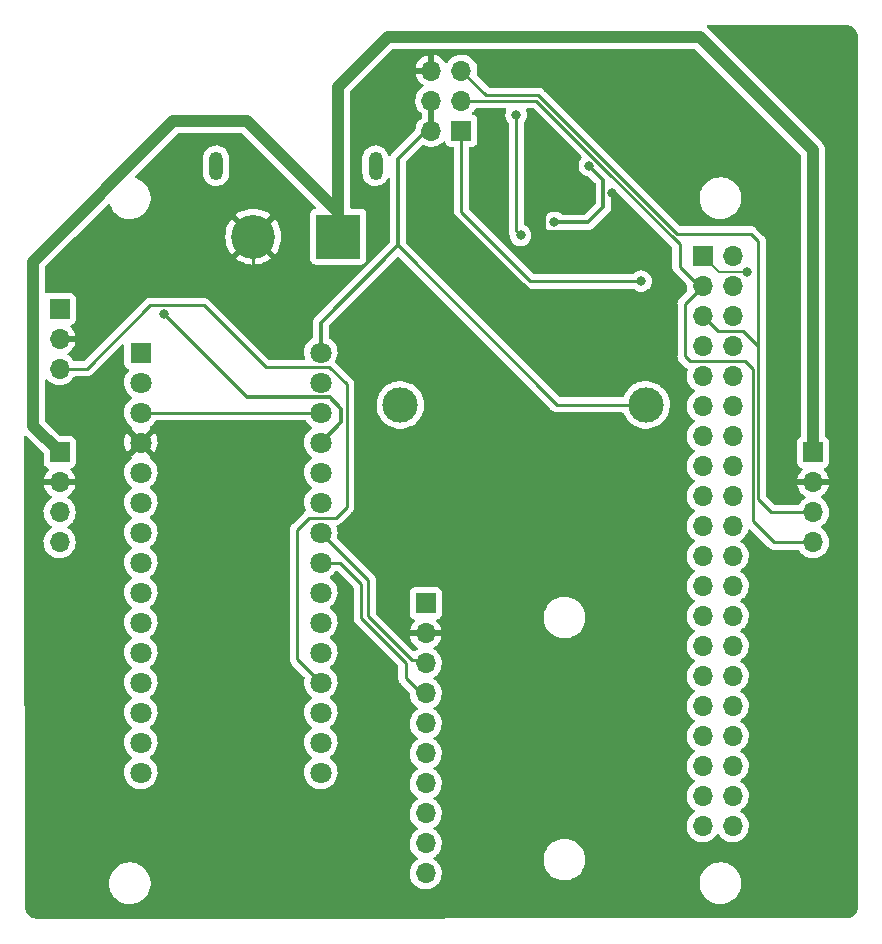
<source format=gbr>
%TF.GenerationSoftware,KiCad,Pcbnew,(6.0.4)*%
%TF.CreationDate,2022-09-19T00:41:06-04:00*%
%TF.ProjectId,Pi_HAT_V2,50695f48-4154-45f5-9632-2e6b69636164,rev?*%
%TF.SameCoordinates,Original*%
%TF.FileFunction,Copper,L1,Top*%
%TF.FilePolarity,Positive*%
%FSLAX46Y46*%
G04 Gerber Fmt 4.6, Leading zero omitted, Abs format (unit mm)*
G04 Created by KiCad (PCBNEW (6.0.4)) date 2022-09-19 00:41:06*
%MOMM*%
%LPD*%
G01*
G04 APERTURE LIST*
%TA.AperFunction,ComponentPad*%
%ADD10R,1.800000X1.800000*%
%TD*%
%TA.AperFunction,ComponentPad*%
%ADD11C,1.800000*%
%TD*%
%TA.AperFunction,ComponentPad*%
%ADD12R,1.700000X1.700000*%
%TD*%
%TA.AperFunction,ComponentPad*%
%ADD13O,1.700000X1.700000*%
%TD*%
%TA.AperFunction,ComponentPad*%
%ADD14R,3.716000X3.716000*%
%TD*%
%TA.AperFunction,ComponentPad*%
%ADD15C,3.716000*%
%TD*%
%TA.AperFunction,ComponentPad*%
%ADD16O,1.200000X2.400000*%
%TD*%
%TA.AperFunction,ComponentPad*%
%ADD17C,3.000000*%
%TD*%
%TA.AperFunction,ViaPad*%
%ADD18C,0.800000*%
%TD*%
%TA.AperFunction,Conductor*%
%ADD19C,1.000000*%
%TD*%
%TA.AperFunction,Conductor*%
%ADD20C,0.250000*%
%TD*%
%TA.AperFunction,Conductor*%
%ADD21C,0.300000*%
%TD*%
%TA.AperFunction,Conductor*%
%ADD22C,0.200000*%
%TD*%
%TA.AperFunction,Conductor*%
%ADD23C,0.500000*%
%TD*%
G04 APERTURE END LIST*
D10*
%TO.P,TB1,1,D1/TX*%
%TO.N,/TXN*%
X103430000Y-87570000D03*
D11*
%TO.P,TB1,2,D0/RX*%
%TO.N,/RXN*%
X103430000Y-90110000D03*
%TO.P,TB1,3,RESET*%
%TO.N,unconnected-(TB1-Pad28)*%
X103430000Y-92650000D03*
%TO.P,TB1,4,COM/GND*%
%TO.N,GND*%
X103430000Y-95190000D03*
%TO.P,TB1,5,D2*%
%TO.N,unconnected-(TB1-Pad5)*%
X103430000Y-97730000D03*
%TO.P,TB1,6,D3*%
%TO.N,unconnected-(TB1-Pad6)*%
X103430000Y-100270000D03*
%TO.P,TB1,7,D4*%
%TO.N,unconnected-(TB1-Pad7)*%
X103430000Y-102810000D03*
%TO.P,TB1,8,D5*%
%TO.N,unconnected-(TB1-Pad8)*%
X103430000Y-105350000D03*
%TO.P,TB1,9,D6*%
%TO.N,unconnected-(TB1-Pad9)*%
X103430000Y-107890000D03*
%TO.P,TB1,10,D7*%
%TO.N,unconnected-(TB1-Pad10)*%
X103430000Y-110430000D03*
%TO.P,TB1,11,D8*%
%TO.N,unconnected-(TB1-Pad11)*%
X103430000Y-112970000D03*
%TO.P,TB1,12,D9*%
%TO.N,unconnected-(TB1-Pad12)*%
X103430000Y-115510000D03*
%TO.P,TB1,13,D10*%
%TO.N,unconnected-(TB1-Pad13)*%
X103430000Y-118050000D03*
%TO.P,TB1,14,D11/MOSI*%
%TO.N,unconnected-(TB1-Pad14)*%
X103430000Y-120590000D03*
%TO.P,TB1,15,D12/MISO*%
%TO.N,unconnected-(TB1-Pad15)*%
X103430000Y-123130000D03*
%TO.P,TB1,16,D13/SCK*%
%TO.N,unconnected-(TB1-Pad16)*%
X118670000Y-123130000D03*
%TO.P,TB1,17,3V3*%
%TO.N,3.3VN*%
X118670000Y-120590000D03*
%TO.P,TB1,18,AREF*%
%TO.N,unconnected-(TB1-Pad18)*%
X118670000Y-118050000D03*
%TO.P,TB1,19,A0*%
%TO.N,/PS*%
X118670000Y-115510000D03*
%TO.P,TB1,20,A1*%
%TO.N,unconnected-(TB1-Pad20)*%
X118670000Y-112970000D03*
%TO.P,TB1,21,A2*%
%TO.N,unconnected-(TB1-Pad21)*%
X118670000Y-110430000D03*
%TO.P,TB1,22,A3*%
%TO.N,unconnected-(TB1-Pad22)*%
X118670000Y-107890000D03*
%TO.P,TB1,23,A4*%
%TO.N,SDAN*%
X118670000Y-105350000D03*
%TO.P,TB1,24,A5*%
%TO.N,SCLN*%
X118670000Y-102810000D03*
%TO.P,TB1,25,A6*%
%TO.N,unconnected-(TB1-Pad25)*%
X118670000Y-100270000D03*
%TO.P,TB1,26,A7*%
%TO.N,unconnected-(TB1-Pad26)*%
X118670000Y-97730000D03*
%TO.P,TB1,27,+5V*%
%TO.N,/5VN*%
X118670000Y-95190000D03*
%TO.P,TB1,28,RESET*%
%TO.N,unconnected-(TB1-Pad28)*%
X118670000Y-92650000D03*
%TO.P,TB1,29,COM/GND*%
%TO.N,GND*%
X118670000Y-90110000D03*
%TO.P,TB1,30,VIN*%
%TO.N,/5V*%
X118670000Y-87570000D03*
%TD*%
D12*
%TO.P,J3,1,Pin_1*%
%TO.N,3.3VP*%
X130565000Y-68775000D03*
D13*
%TO.P,J3,2,Pin_2*%
%TO.N,/5V*%
X128025000Y-68775000D03*
%TO.P,J3,3,Pin_3*%
%TO.N,/SDA*%
X130565000Y-66235000D03*
%TO.P,J3,4,Pin_4*%
%TO.N,/5V*%
X128025000Y-66235000D03*
%TO.P,J3,5,Pin_5*%
%TO.N,/SCL*%
X130565000Y-63695000D03*
%TO.P,J3,6,Pin_6*%
%TO.N,GND*%
X128025000Y-63695000D03*
%TD*%
D12*
%TO.P,J1,1,Pin_1*%
%TO.N,3.3VN*%
X127550000Y-108800000D03*
D13*
%TO.P,J1,2,Pin_2*%
%TO.N,GND*%
X127550000Y-111340000D03*
%TO.P,J1,3,Pin_3*%
%TO.N,SCLN*%
X127550000Y-113880000D03*
%TO.P,J1,4,Pin_4*%
%TO.N,SDAN*%
X127550000Y-116420000D03*
%TO.P,J1,5,Pin_5*%
%TO.N,unconnected-(J1-Pad5)*%
X127550000Y-118960000D03*
%TO.P,J1,6,Pin_6*%
%TO.N,unconnected-(J1-Pad6)*%
X127550000Y-121500000D03*
%TO.P,J1,7,Pin_7*%
%TO.N,unconnected-(J1-Pad7)*%
X127550000Y-124040000D03*
%TO.P,J1,8,Pin_8*%
%TO.N,unconnected-(J1-Pad8)*%
X127550000Y-126580000D03*
%TO.P,J1,9,Pin_9*%
%TO.N,unconnected-(J1-Pad9)*%
X127550000Y-129120000D03*
%TO.P,J1,10,Pin_10*%
%TO.N,unconnected-(J1-Pad10)*%
X127550000Y-131660000D03*
%TD*%
D12*
%TO.P,J2,1,Pin_1*%
%TO.N,3.3VP*%
X151000000Y-79400000D03*
D13*
%TO.P,J2,2,Pin_2*%
%TO.N,/5V*%
X153540000Y-79400000D03*
%TO.P,J2,3,Pin_3*%
%TO.N,/SDA*%
X151000000Y-81940000D03*
%TO.P,J2,4,Pin_4*%
%TO.N,/5V*%
X153540000Y-81940000D03*
%TO.P,J2,5,Pin_5*%
%TO.N,/SCL*%
X151000000Y-84480000D03*
%TO.P,J2,6,Pin_6*%
%TO.N,GND*%
X153540000Y-84480000D03*
%TO.P,J2,7,Pin_7*%
%TO.N,unconnected-(J2-Pad7)*%
X151000000Y-87020000D03*
%TO.P,J2,8,Pin_8*%
%TO.N,/TXP*%
X153540000Y-87020000D03*
%TO.P,J2,9,Pin_9*%
%TO.N,unconnected-(J2-Pad9)*%
X151000000Y-89560000D03*
%TO.P,J2,10,Pin_10*%
%TO.N,/RXP*%
X153540000Y-89560000D03*
%TO.P,J2,11,Pin_11*%
%TO.N,unconnected-(J2-Pad11)*%
X151000000Y-92100000D03*
%TO.P,J2,12,Pin_12*%
%TO.N,unconnected-(J2-Pad12)*%
X153540000Y-92100000D03*
%TO.P,J2,13,Pin_13*%
%TO.N,unconnected-(J2-Pad13)*%
X151000000Y-94640000D03*
%TO.P,J2,14,Pin_14*%
%TO.N,unconnected-(J2-Pad14)*%
X153540000Y-94640000D03*
%TO.P,J2,15,Pin_15*%
%TO.N,unconnected-(J2-Pad15)*%
X151000000Y-97180000D03*
%TO.P,J2,16,Pin_16*%
%TO.N,unconnected-(J2-Pad16)*%
X153540000Y-97180000D03*
%TO.P,J2,17,Pin_17*%
%TO.N,unconnected-(J2-Pad17)*%
X151000000Y-99720000D03*
%TO.P,J2,18,Pin_18*%
%TO.N,unconnected-(J2-Pad18)*%
X153540000Y-99720000D03*
%TO.P,J2,19,Pin_19*%
%TO.N,unconnected-(J2-Pad19)*%
X151000000Y-102260000D03*
%TO.P,J2,20,Pin_20*%
%TO.N,unconnected-(J2-Pad20)*%
X153540000Y-102260000D03*
%TO.P,J2,21,Pin_21*%
%TO.N,unconnected-(J2-Pad21)*%
X151000000Y-104800000D03*
%TO.P,J2,22,Pin_22*%
%TO.N,unconnected-(J2-Pad22)*%
X153540000Y-104800000D03*
%TO.P,J2,23,Pin_23*%
%TO.N,unconnected-(J2-Pad23)*%
X151000000Y-107340000D03*
%TO.P,J2,24,Pin_24*%
%TO.N,unconnected-(J2-Pad24)*%
X153540000Y-107340000D03*
%TO.P,J2,25,Pin_25*%
%TO.N,unconnected-(J2-Pad25)*%
X151000000Y-109880000D03*
%TO.P,J2,26,Pin_26*%
%TO.N,unconnected-(J2-Pad26)*%
X153540000Y-109880000D03*
%TO.P,J2,27,Pin_27*%
%TO.N,unconnected-(J2-Pad27)*%
X151000000Y-112420000D03*
%TO.P,J2,28,Pin_28*%
%TO.N,unconnected-(J2-Pad28)*%
X153540000Y-112420000D03*
%TO.P,J2,29,Pin_29*%
%TO.N,unconnected-(J2-Pad29)*%
X151000000Y-114960000D03*
%TO.P,J2,30,Pin_30*%
%TO.N,unconnected-(J2-Pad30)*%
X153540000Y-114960000D03*
%TO.P,J2,31,Pin_31*%
%TO.N,unconnected-(J2-Pad31)*%
X151000000Y-117500000D03*
%TO.P,J2,32,Pin_32*%
%TO.N,unconnected-(J2-Pad32)*%
X153540000Y-117500000D03*
%TO.P,J2,33,Pin_33*%
%TO.N,unconnected-(J2-Pad33)*%
X151000000Y-120040000D03*
%TO.P,J2,34,Pin_34*%
%TO.N,unconnected-(J2-Pad34)*%
X153540000Y-120040000D03*
%TO.P,J2,35,Pin_35*%
%TO.N,unconnected-(J2-Pad35)*%
X151000000Y-122580000D03*
%TO.P,J2,36,Pin_36*%
%TO.N,unconnected-(J2-Pad36)*%
X153540000Y-122580000D03*
%TO.P,J2,37,Pin_37*%
%TO.N,unconnected-(J2-Pad37)*%
X151000000Y-125120000D03*
%TO.P,J2,38,Pin_38*%
%TO.N,unconnected-(J2-Pad38)*%
X153540000Y-125120000D03*
%TO.P,J2,39,Pin_39*%
%TO.N,unconnected-(J2-Pad39)*%
X151000000Y-127660000D03*
%TO.P,J2,40,Pin_40*%
%TO.N,unconnected-(J2-Pad40)*%
X153540000Y-127660000D03*
%TD*%
D12*
%TO.P,J4,1,Pin_1*%
%TO.N,12V*%
X96550000Y-96000000D03*
D13*
%TO.P,J4,2,Pin_2*%
%TO.N,GND*%
X96550000Y-98540000D03*
%TO.P,J4,3,Pin_3*%
%TO.N,/SCL*%
X96550000Y-101080000D03*
%TO.P,J4,4,Pin_4*%
%TO.N,/SDA*%
X96550000Y-103620000D03*
%TD*%
D14*
%TO.P,J5,1,+*%
%TO.N,12V*%
X120150000Y-77750000D03*
D15*
%TO.P,J5,2,-*%
%TO.N,GND*%
X112950000Y-77750000D03*
D16*
%TO.P,J5,S1*%
%TO.N,N/C*%
X123300000Y-71750000D03*
%TO.P,J5,S2*%
X109800000Y-71750000D03*
%TD*%
D17*
%TO.P,L2,1,1*%
%TO.N,Net-(C5-Pad1)*%
X125400000Y-92000000D03*
%TO.P,L2,2,2*%
%TO.N,/5V*%
X146200000Y-92000000D03*
%TD*%
D12*
%TO.P,J6,1,Pin_1*%
%TO.N,12V*%
X160350000Y-96000000D03*
D13*
%TO.P,J6,2,Pin_2*%
%TO.N,GND*%
X160350000Y-98540000D03*
%TO.P,J6,3,Pin_3*%
%TO.N,/SCL*%
X160350000Y-101080000D03*
%TO.P,J6,4,Pin_4*%
%TO.N,/SDA*%
X160350000Y-103620000D03*
%TD*%
D12*
%TO.P,J7,1,Pin_1*%
%TO.N,/5VN*%
X96550000Y-83875000D03*
D13*
%TO.P,J7,2,Pin_2*%
%TO.N,GND*%
X96550000Y-86415000D03*
%TO.P,J7,3,Pin_3*%
%TO.N,/PS*%
X96550000Y-88955000D03*
%TD*%
D18*
%TO.N,GND*%
X143350000Y-74025000D03*
%TO.N,3.3VP*%
X145775000Y-81525000D03*
%TO.N,Net-(C5-Pad1)*%
X135575000Y-77650000D03*
X135200000Y-67450000D03*
%TO.N,GND*%
X114325000Y-87650000D03*
%TO.N,/5VN*%
X105375000Y-84300000D03*
%TO.N,3.3VP*%
X154775000Y-80750000D03*
%TO.N,GND*%
X136700000Y-82700000D03*
%TO.N,12V*%
X138450000Y-76550000D03*
X141400000Y-71750000D03*
%TO.N,GND*%
X138700000Y-71500000D03*
X127850000Y-71400000D03*
%TD*%
D19*
%TO.N,12V*%
X120150000Y-75700000D02*
X120150000Y-77750000D01*
X112450000Y-68000000D02*
X120150000Y-75700000D01*
X94300000Y-79872249D02*
X106172249Y-68000000D01*
X106172249Y-68000000D02*
X112450000Y-68000000D01*
X96550000Y-96000000D02*
X94300000Y-93750000D01*
X94300000Y-93750000D02*
X94300000Y-79872249D01*
D20*
%TO.N,GND*%
X143350000Y-75775000D02*
X143350000Y-74025000D01*
X142025000Y-77100000D02*
X143350000Y-75775000D01*
X141850489Y-77274511D02*
X142025000Y-77100000D01*
X137600000Y-77125000D02*
X137749511Y-77274511D01*
X137600000Y-72600000D02*
X137600000Y-77125000D01*
X137749511Y-77274511D02*
X141850489Y-77274511D01*
X138700000Y-71500000D02*
X137600000Y-72600000D01*
%TO.N,3.3VP*%
X136400000Y-81525000D02*
X145775000Y-81525000D01*
X130565000Y-75690000D02*
X136400000Y-81525000D01*
X130565000Y-68775000D02*
X130565000Y-75690000D01*
%TO.N,Net-(C5-Pad1)*%
X135200000Y-77275000D02*
X135575000Y-77650000D01*
X135200000Y-67450000D02*
X135200000Y-77275000D01*
%TO.N,GND*%
X112950000Y-77750000D02*
X112950000Y-86275000D01*
X112950000Y-86275000D02*
X114325000Y-87650000D01*
%TO.N,/PS*%
X116675000Y-113515000D02*
X118670000Y-115510000D01*
X116675000Y-102575000D02*
X116675000Y-113515000D01*
X119925000Y-101550000D02*
X117700000Y-101550000D01*
X120849520Y-100625480D02*
X119925000Y-101550000D01*
X117700000Y-101550000D02*
X116675000Y-102575000D01*
X120849520Y-90274520D02*
X120849520Y-100625480D01*
X119400000Y-88825000D02*
X120849520Y-90274520D01*
X114000000Y-88825000D02*
X119400000Y-88825000D01*
X108750489Y-83575489D02*
X114000000Y-88825000D01*
X104224511Y-83575489D02*
X108750489Y-83575489D01*
X98845000Y-88955000D02*
X104224511Y-83575489D01*
X96550000Y-88955000D02*
X98845000Y-88955000D01*
D21*
%TO.N,/5VN*%
X120375000Y-93485000D02*
X120375000Y-92325000D01*
X118670000Y-95190000D02*
X120375000Y-93485000D01*
X119425000Y-91375000D02*
X120375000Y-92325000D01*
X112450000Y-91375000D02*
X118000000Y-91375000D01*
X118000000Y-91375000D02*
X119425000Y-91375000D01*
X105375000Y-84300000D02*
X112450000Y-91375000D01*
D20*
%TO.N,unconnected-(TB1-Pad28)*%
X118670000Y-92650000D02*
X103430000Y-92650000D01*
D22*
%TO.N,3.3VP*%
X152350000Y-80750000D02*
X151000000Y-79400000D01*
X154775000Y-80750000D02*
X152350000Y-80750000D01*
D20*
%TO.N,/5V*%
X138700000Y-92000000D02*
X125200000Y-78500000D01*
X146200000Y-92000000D02*
X138700000Y-92000000D01*
D21*
X127200000Y-69150000D02*
X127650000Y-69150000D01*
X125200000Y-71150000D02*
X127200000Y-69150000D01*
X127650000Y-69150000D02*
X128025000Y-68775000D01*
X118670000Y-85030000D02*
X125200000Y-78500000D01*
X125200000Y-78500000D02*
X125200000Y-71150000D01*
X118670000Y-87570000D02*
X118670000Y-85030000D01*
D20*
%TO.N,SDAN*%
X127145000Y-116420000D02*
X127550000Y-116420000D01*
X125850000Y-115125000D02*
X127145000Y-116420000D01*
X125850000Y-113825000D02*
X125850000Y-115125000D01*
X122100000Y-110075000D02*
X125850000Y-113825000D01*
X122100000Y-107175000D02*
X122100000Y-110075000D01*
X120275000Y-105350000D02*
X122100000Y-107175000D01*
X118670000Y-105350000D02*
X120275000Y-105350000D01*
%TO.N,SCLN*%
X127270000Y-113600000D02*
X127550000Y-113880000D01*
X126375000Y-113600000D02*
X127270000Y-113600000D01*
X122675000Y-109900000D02*
X126375000Y-113600000D01*
X122675000Y-106815000D02*
X122675000Y-109900000D01*
X118670000Y-102810000D02*
X122675000Y-106815000D01*
%TO.N,/SCL*%
X155050000Y-77500000D02*
X155699520Y-78149520D01*
X148810332Y-77500000D02*
X155050000Y-77500000D01*
X155699520Y-78149520D02*
X155699520Y-86999520D01*
X130565000Y-63695000D02*
X132655480Y-65785480D01*
X132655480Y-65785480D02*
X137095812Y-65785480D01*
X137095812Y-65785480D02*
X148810332Y-77500000D01*
%TO.N,/SDA*%
X150690000Y-81940000D02*
X151000000Y-81940000D01*
X142500000Y-71850000D02*
X149050000Y-78400000D01*
X142500000Y-71825386D02*
X142500000Y-71850000D01*
X149050000Y-80300000D02*
X150690000Y-81940000D01*
X136909614Y-66235000D02*
X142500000Y-71825386D01*
X130565000Y-66235000D02*
X136909614Y-66235000D01*
X149050000Y-78400000D02*
X149050000Y-80300000D01*
D19*
%TO.N,12V*%
X120150000Y-65050000D02*
X120150000Y-77750000D01*
X124350000Y-60850000D02*
X120150000Y-65050000D01*
X150750000Y-60850000D02*
X124350000Y-60850000D01*
X160350000Y-70450000D02*
X150750000Y-60850000D01*
X160350000Y-96000000D02*
X160350000Y-70450000D01*
D20*
%TO.N,/SCL*%
X152270000Y-85750000D02*
X151000000Y-84480000D01*
X154450000Y-85750000D02*
X152270000Y-85750000D01*
X155699520Y-86999520D02*
X154450000Y-85750000D01*
X155699520Y-99999520D02*
X155699520Y-86999520D01*
X156780000Y-101080000D02*
X155699520Y-99999520D01*
X160350000Y-101080000D02*
X156780000Y-101080000D01*
%TO.N,/SDA*%
X149500000Y-83440000D02*
X151000000Y-81940000D01*
X149500000Y-87900000D02*
X149500000Y-83440000D01*
X149900000Y-88300000D02*
X149500000Y-87900000D01*
X154600000Y-88300000D02*
X149900000Y-88300000D01*
X155250000Y-88950000D02*
X154600000Y-88300000D01*
X155250000Y-101850000D02*
X155250000Y-88950000D01*
X157020000Y-103620000D02*
X155250000Y-101850000D01*
X160350000Y-103620000D02*
X157020000Y-103620000D01*
%TO.N,GND*%
X136700000Y-82700000D02*
X127850000Y-73850000D01*
X127850000Y-73850000D02*
X127850000Y-71400000D01*
D21*
%TO.N,12V*%
X141300000Y-76550000D02*
X138450000Y-76550000D01*
X142600000Y-75250000D02*
X141300000Y-76550000D01*
X142600000Y-72950000D02*
X142600000Y-75250000D01*
X141400000Y-71750000D02*
X142600000Y-72950000D01*
D23*
%TO.N,/5V*%
X128025000Y-66235000D02*
X128025000Y-68775000D01*
%TD*%
%TA.AperFunction,Conductor*%
%TO.N,GND*%
G36*
X163120135Y-59834979D02*
G01*
X163134258Y-59837177D01*
X163143724Y-59838651D01*
X163152626Y-59837487D01*
X163152629Y-59837487D01*
X163156397Y-59836994D01*
X163183711Y-59836410D01*
X163311190Y-59847563D01*
X163332820Y-59851378D01*
X163478452Y-59890401D01*
X163499091Y-59897913D01*
X163635740Y-59961635D01*
X163654760Y-59972617D01*
X163774301Y-60056322D01*
X163778268Y-60059100D01*
X163795092Y-60073217D01*
X163821757Y-60099884D01*
X163901707Y-60179838D01*
X163915821Y-60196659D01*
X164002309Y-60320182D01*
X164013284Y-60339195D01*
X164076999Y-60475843D01*
X164084511Y-60496481D01*
X164123532Y-60642127D01*
X164127344Y-60663756D01*
X164128573Y-60677801D01*
X164137910Y-60784580D01*
X164137364Y-60800815D01*
X164137801Y-60800820D01*
X164137691Y-60809788D01*
X164136309Y-60818663D01*
X164140446Y-60850309D01*
X164141508Y-60866601D01*
X164152401Y-116822596D01*
X164155830Y-134440006D01*
X164154329Y-134459419D01*
X164154104Y-134460867D01*
X164150649Y-134483050D01*
X164151813Y-134491953D01*
X164151813Y-134491959D01*
X164152306Y-134495730D01*
X164152889Y-134523046D01*
X164141734Y-134650517D01*
X164137920Y-134672147D01*
X164098891Y-134817793D01*
X164091379Y-134838430D01*
X164027654Y-134975086D01*
X164016675Y-134994102D01*
X163946836Y-135093842D01*
X163930182Y-135117626D01*
X163916064Y-135134450D01*
X163809450Y-135241064D01*
X163792626Y-135255182D01*
X163771080Y-135270269D01*
X163669102Y-135341675D01*
X163650090Y-135352651D01*
X163576763Y-135386846D01*
X163513430Y-135416379D01*
X163492792Y-135423891D01*
X163347143Y-135462921D01*
X163325517Y-135466734D01*
X163204934Y-135477286D01*
X163188452Y-135476733D01*
X163188447Y-135477139D01*
X163179472Y-135477030D01*
X163170602Y-135475649D01*
X163161701Y-135476813D01*
X163161698Y-135476813D01*
X163138997Y-135479782D01*
X163122679Y-135480846D01*
X94649338Y-135491492D01*
X94629935Y-135489992D01*
X94615152Y-135487691D01*
X94606276Y-135486309D01*
X94593603Y-135487966D01*
X94566293Y-135488551D01*
X94438806Y-135477397D01*
X94417183Y-135473585D01*
X94271533Y-135434558D01*
X94250896Y-135427046D01*
X94114240Y-135363322D01*
X94095220Y-135352340D01*
X93971703Y-135265853D01*
X93954878Y-135251735D01*
X93848265Y-135145122D01*
X93834147Y-135128297D01*
X93747660Y-135004780D01*
X93736678Y-134985760D01*
X93672954Y-134849104D01*
X93665443Y-134828466D01*
X93626417Y-134682822D01*
X93622602Y-134661191D01*
X93612349Y-134543993D01*
X93612374Y-134521758D01*
X93612770Y-134517344D01*
X93613576Y-134512552D01*
X93613729Y-134500000D01*
X93609687Y-134471773D01*
X93608414Y-134454153D01*
X93608412Y-134452786D01*
X93604921Y-132607655D01*
X100739858Y-132607655D01*
X100775104Y-132866638D01*
X100776412Y-132871124D01*
X100776412Y-132871126D01*
X100792667Y-132926895D01*
X100848243Y-133117567D01*
X100957668Y-133354928D01*
X100960231Y-133358837D01*
X101098410Y-133569596D01*
X101098414Y-133569601D01*
X101100976Y-133573509D01*
X101275018Y-133768506D01*
X101475970Y-133935637D01*
X101479973Y-133938066D01*
X101695422Y-134068804D01*
X101695426Y-134068806D01*
X101699419Y-134071229D01*
X101940455Y-134172303D01*
X102193783Y-134236641D01*
X102198434Y-134237109D01*
X102198438Y-134237110D01*
X102391308Y-134256531D01*
X102410867Y-134258500D01*
X102566354Y-134258500D01*
X102568679Y-134258327D01*
X102568685Y-134258327D01*
X102756000Y-134244407D01*
X102756004Y-134244406D01*
X102760652Y-134244061D01*
X102765200Y-134243032D01*
X102765206Y-134243031D01*
X102951601Y-134200853D01*
X103015577Y-134186377D01*
X103051769Y-134172303D01*
X103254824Y-134093340D01*
X103254827Y-134093339D01*
X103259177Y-134091647D01*
X103486098Y-133961951D01*
X103691357Y-133800138D01*
X103870443Y-133609763D01*
X104019424Y-133395009D01*
X104135025Y-133160593D01*
X104214707Y-132911665D01*
X104256721Y-132653693D01*
X104259190Y-132465088D01*
X104260081Y-132397022D01*
X104260081Y-132397019D01*
X104260142Y-132392345D01*
X104224896Y-132133362D01*
X104210473Y-132083877D01*
X104169393Y-131942939D01*
X104151757Y-131882433D01*
X104042332Y-131645072D01*
X103992848Y-131569596D01*
X103901590Y-131430404D01*
X103901586Y-131430399D01*
X103899024Y-131426491D01*
X103724982Y-131231494D01*
X103524030Y-131064363D01*
X103451894Y-131020590D01*
X103304578Y-130931196D01*
X103304574Y-130931194D01*
X103300581Y-130928771D01*
X103059545Y-130827697D01*
X102806217Y-130763359D01*
X102801566Y-130762891D01*
X102801562Y-130762890D01*
X102592271Y-130741816D01*
X102589133Y-130741500D01*
X102433646Y-130741500D01*
X102431321Y-130741673D01*
X102431315Y-130741673D01*
X102244000Y-130755593D01*
X102243996Y-130755594D01*
X102239348Y-130755939D01*
X102234800Y-130756968D01*
X102234794Y-130756969D01*
X102051694Y-130798401D01*
X101984423Y-130813623D01*
X101980071Y-130815315D01*
X101980069Y-130815316D01*
X101745176Y-130906660D01*
X101745173Y-130906661D01*
X101740823Y-130908353D01*
X101513902Y-131038049D01*
X101308643Y-131199862D01*
X101129557Y-131390237D01*
X101023884Y-131542563D01*
X101005131Y-131569596D01*
X100980576Y-131604991D01*
X100978510Y-131609181D01*
X100978508Y-131609184D01*
X100882915Y-131803029D01*
X100864975Y-131839407D01*
X100785293Y-132088335D01*
X100743279Y-132346307D01*
X100739858Y-132607655D01*
X93604921Y-132607655D01*
X93586924Y-123095469D01*
X102017095Y-123095469D01*
X102017392Y-123100622D01*
X102017392Y-123100625D01*
X102023065Y-123199020D01*
X102030427Y-123326697D01*
X102031564Y-123331743D01*
X102031565Y-123331749D01*
X102060309Y-123459292D01*
X102081346Y-123552642D01*
X102083288Y-123557424D01*
X102083289Y-123557428D01*
X102166540Y-123762450D01*
X102168484Y-123767237D01*
X102289501Y-123964719D01*
X102441147Y-124139784D01*
X102619349Y-124287730D01*
X102819322Y-124404584D01*
X103035694Y-124487209D01*
X103040760Y-124488240D01*
X103040761Y-124488240D01*
X103093846Y-124499040D01*
X103262656Y-124533385D01*
X103393324Y-124538176D01*
X103488949Y-124541683D01*
X103488953Y-124541683D01*
X103494113Y-124541872D01*
X103499233Y-124541216D01*
X103499235Y-124541216D01*
X103572270Y-124531860D01*
X103723847Y-124512442D01*
X103728795Y-124510957D01*
X103728802Y-124510956D01*
X103940747Y-124447369D01*
X103945690Y-124445886D01*
X103952804Y-124442401D01*
X104149049Y-124346262D01*
X104149052Y-124346260D01*
X104153684Y-124343991D01*
X104342243Y-124209494D01*
X104506303Y-124046005D01*
X104641458Y-123857917D01*
X104663983Y-123812342D01*
X104741784Y-123654922D01*
X104741785Y-123654920D01*
X104744078Y-123650280D01*
X104811408Y-123428671D01*
X104841640Y-123199041D01*
X104843327Y-123130000D01*
X104824796Y-122904598D01*
X104824773Y-122904318D01*
X104824772Y-122904312D01*
X104824349Y-122899167D01*
X104781691Y-122729338D01*
X104769184Y-122679544D01*
X104769183Y-122679540D01*
X104767925Y-122674533D01*
X104757218Y-122649908D01*
X104677630Y-122466868D01*
X104677628Y-122466865D01*
X104675570Y-122462131D01*
X104549764Y-122267665D01*
X104393887Y-122096358D01*
X104389836Y-122093159D01*
X104389832Y-122093155D01*
X104217077Y-121956722D01*
X104176014Y-121898805D01*
X104172782Y-121827882D01*
X104208407Y-121766470D01*
X104222001Y-121755261D01*
X104225872Y-121752500D01*
X104342243Y-121669494D01*
X104506303Y-121506005D01*
X104641458Y-121317917D01*
X104663983Y-121272342D01*
X104741784Y-121114922D01*
X104741785Y-121114920D01*
X104744078Y-121110280D01*
X104811408Y-120888671D01*
X104841640Y-120659041D01*
X104843327Y-120590000D01*
X104824796Y-120364598D01*
X104824773Y-120364318D01*
X104824772Y-120364312D01*
X104824349Y-120359167D01*
X104781691Y-120189338D01*
X104769184Y-120139544D01*
X104769183Y-120139540D01*
X104767925Y-120134533D01*
X104757218Y-120109908D01*
X104677630Y-119926868D01*
X104677628Y-119926865D01*
X104675570Y-119922131D01*
X104549764Y-119727665D01*
X104393887Y-119556358D01*
X104389836Y-119553159D01*
X104389832Y-119553155D01*
X104217077Y-119416722D01*
X104176014Y-119358805D01*
X104172782Y-119287882D01*
X104208407Y-119226470D01*
X104222001Y-119215261D01*
X104225872Y-119212500D01*
X104342243Y-119129494D01*
X104506303Y-118966005D01*
X104641458Y-118777917D01*
X104663983Y-118732342D01*
X104741784Y-118574922D01*
X104741785Y-118574920D01*
X104744078Y-118570280D01*
X104811408Y-118348671D01*
X104841640Y-118119041D01*
X104843327Y-118050000D01*
X104824796Y-117824598D01*
X104824773Y-117824318D01*
X104824772Y-117824312D01*
X104824349Y-117819167D01*
X104781691Y-117649338D01*
X104769184Y-117599544D01*
X104769183Y-117599540D01*
X104767925Y-117594533D01*
X104757218Y-117569908D01*
X104677630Y-117386868D01*
X104677628Y-117386865D01*
X104675570Y-117382131D01*
X104549764Y-117187665D01*
X104393887Y-117016358D01*
X104389836Y-117013159D01*
X104389832Y-117013155D01*
X104217077Y-116876722D01*
X104176014Y-116818805D01*
X104172782Y-116747882D01*
X104208407Y-116686470D01*
X104222001Y-116675261D01*
X104225872Y-116672500D01*
X104342243Y-116589494D01*
X104506303Y-116426005D01*
X104641458Y-116237917D01*
X104663983Y-116192342D01*
X104741784Y-116034922D01*
X104741785Y-116034920D01*
X104744078Y-116030280D01*
X104811408Y-115808671D01*
X104841640Y-115579041D01*
X104841865Y-115569829D01*
X104843245Y-115513365D01*
X104843245Y-115513361D01*
X104843327Y-115510000D01*
X104835417Y-115413787D01*
X104824773Y-115284318D01*
X104824772Y-115284312D01*
X104824349Y-115279167D01*
X104789875Y-115141921D01*
X104769184Y-115059544D01*
X104769183Y-115059540D01*
X104767925Y-115054533D01*
X104757218Y-115029908D01*
X104677630Y-114846868D01*
X104677628Y-114846865D01*
X104675570Y-114842131D01*
X104549764Y-114647665D01*
X104393887Y-114476358D01*
X104389836Y-114473159D01*
X104389832Y-114473155D01*
X104217077Y-114336722D01*
X104176014Y-114278805D01*
X104172782Y-114207882D01*
X104208407Y-114146470D01*
X104222001Y-114135261D01*
X104225872Y-114132500D01*
X104342243Y-114049494D01*
X104506303Y-113886005D01*
X104641458Y-113697917D01*
X104663312Y-113653700D01*
X104741784Y-113494922D01*
X104741785Y-113494920D01*
X104744078Y-113490280D01*
X104811408Y-113268671D01*
X104841640Y-113039041D01*
X104843327Y-112970000D01*
X104834336Y-112860635D01*
X104824773Y-112744318D01*
X104824772Y-112744312D01*
X104824349Y-112739167D01*
X104777045Y-112550842D01*
X104769184Y-112519544D01*
X104769183Y-112519540D01*
X104767925Y-112514533D01*
X104765363Y-112508641D01*
X104677630Y-112306868D01*
X104677628Y-112306865D01*
X104675570Y-112302131D01*
X104549764Y-112107665D01*
X104393887Y-111936358D01*
X104389836Y-111933159D01*
X104389832Y-111933155D01*
X104217077Y-111796722D01*
X104176014Y-111738805D01*
X104172782Y-111667882D01*
X104208407Y-111606470D01*
X104222001Y-111595261D01*
X104223769Y-111594000D01*
X104342243Y-111509494D01*
X104506303Y-111346005D01*
X104641458Y-111157917D01*
X104667159Y-111105916D01*
X104741784Y-110954922D01*
X104741785Y-110954920D01*
X104744078Y-110950280D01*
X104811408Y-110728671D01*
X104841640Y-110499041D01*
X104842137Y-110478717D01*
X104843245Y-110433365D01*
X104843245Y-110433361D01*
X104843327Y-110430000D01*
X104831500Y-110286142D01*
X104824773Y-110204318D01*
X104824772Y-110204312D01*
X104824349Y-110199167D01*
X104780058Y-110022836D01*
X104769184Y-109979544D01*
X104769183Y-109979540D01*
X104767925Y-109974533D01*
X104757218Y-109949908D01*
X104677630Y-109766868D01*
X104677628Y-109766865D01*
X104675570Y-109762131D01*
X104549764Y-109567665D01*
X104393887Y-109396358D01*
X104389836Y-109393159D01*
X104389832Y-109393155D01*
X104217077Y-109256722D01*
X104176014Y-109198805D01*
X104172782Y-109127882D01*
X104208407Y-109066470D01*
X104222001Y-109055261D01*
X104225872Y-109052500D01*
X104342243Y-108969494D01*
X104506303Y-108806005D01*
X104641458Y-108617917D01*
X104669127Y-108561934D01*
X104741784Y-108414922D01*
X104741785Y-108414920D01*
X104744078Y-108410280D01*
X104811408Y-108188671D01*
X104841640Y-107959041D01*
X104843327Y-107890000D01*
X104831208Y-107742596D01*
X104824773Y-107664318D01*
X104824772Y-107664312D01*
X104824349Y-107659167D01*
X104775028Y-107462812D01*
X104769184Y-107439544D01*
X104769183Y-107439540D01*
X104767925Y-107434533D01*
X104757218Y-107409908D01*
X104677630Y-107226868D01*
X104677628Y-107226865D01*
X104675570Y-107222131D01*
X104549764Y-107027665D01*
X104393887Y-106856358D01*
X104389836Y-106853159D01*
X104389832Y-106853155D01*
X104217077Y-106716722D01*
X104176014Y-106658805D01*
X104172782Y-106587882D01*
X104208407Y-106526470D01*
X104222001Y-106515261D01*
X104225872Y-106512500D01*
X104342243Y-106429494D01*
X104506303Y-106266005D01*
X104641458Y-106077917D01*
X104666692Y-106026861D01*
X104741784Y-105874922D01*
X104741785Y-105874920D01*
X104744078Y-105870280D01*
X104811408Y-105648671D01*
X104841640Y-105419041D01*
X104843327Y-105350000D01*
X104831208Y-105202596D01*
X104824773Y-105124318D01*
X104824772Y-105124312D01*
X104824349Y-105119167D01*
X104787777Y-104973567D01*
X104769184Y-104899544D01*
X104769183Y-104899540D01*
X104767925Y-104894533D01*
X104757218Y-104869908D01*
X104677630Y-104686868D01*
X104677628Y-104686865D01*
X104675570Y-104682131D01*
X104549764Y-104487665D01*
X104393887Y-104316358D01*
X104389836Y-104313159D01*
X104389832Y-104313155D01*
X104217077Y-104176722D01*
X104176014Y-104118805D01*
X104172782Y-104047882D01*
X104208407Y-103986470D01*
X104222001Y-103975261D01*
X104225872Y-103972500D01*
X104342243Y-103889494D01*
X104506303Y-103726005D01*
X104641458Y-103537917D01*
X104688641Y-103442450D01*
X104741784Y-103334922D01*
X104741785Y-103334920D01*
X104744078Y-103330280D01*
X104811408Y-103108671D01*
X104841640Y-102879041D01*
X104843327Y-102810000D01*
X104827694Y-102619848D01*
X104824773Y-102584318D01*
X104824772Y-102584312D01*
X104824349Y-102579167D01*
X104776728Y-102389580D01*
X104769184Y-102359544D01*
X104769183Y-102359540D01*
X104767925Y-102354533D01*
X104765582Y-102349144D01*
X104677630Y-102146868D01*
X104677628Y-102146865D01*
X104675570Y-102142131D01*
X104549764Y-101947665D01*
X104393887Y-101776358D01*
X104389836Y-101773159D01*
X104389832Y-101773155D01*
X104217077Y-101636722D01*
X104176014Y-101578805D01*
X104172782Y-101507882D01*
X104208407Y-101446470D01*
X104222001Y-101435261D01*
X104225872Y-101432500D01*
X104342243Y-101349494D01*
X104506303Y-101186005D01*
X104641458Y-100997917D01*
X104645150Y-100990448D01*
X104741784Y-100794922D01*
X104741785Y-100794920D01*
X104744078Y-100790280D01*
X104811408Y-100568671D01*
X104841640Y-100339041D01*
X104843327Y-100270000D01*
X104827694Y-100079848D01*
X104824773Y-100044318D01*
X104824772Y-100044312D01*
X104824349Y-100039167D01*
X104782133Y-99871097D01*
X104769184Y-99819544D01*
X104769183Y-99819540D01*
X104767925Y-99814533D01*
X104762325Y-99801654D01*
X104677630Y-99606868D01*
X104677628Y-99606865D01*
X104675570Y-99602131D01*
X104549764Y-99407665D01*
X104393887Y-99236358D01*
X104389836Y-99233159D01*
X104389832Y-99233155D01*
X104217077Y-99096722D01*
X104176014Y-99038805D01*
X104172782Y-98967882D01*
X104208407Y-98906470D01*
X104222001Y-98895261D01*
X104225872Y-98892500D01*
X104342243Y-98809494D01*
X104506303Y-98646005D01*
X104641458Y-98457917D01*
X104688641Y-98362450D01*
X104741784Y-98254922D01*
X104741785Y-98254920D01*
X104744078Y-98250280D01*
X104811408Y-98028671D01*
X104841640Y-97799041D01*
X104843327Y-97730000D01*
X104831208Y-97582596D01*
X104824773Y-97504318D01*
X104824772Y-97504312D01*
X104824349Y-97499167D01*
X104785556Y-97344726D01*
X104769184Y-97279544D01*
X104769183Y-97279540D01*
X104767925Y-97274533D01*
X104762460Y-97261964D01*
X104677630Y-97066868D01*
X104677628Y-97066865D01*
X104675570Y-97062131D01*
X104549764Y-96867665D01*
X104393887Y-96696358D01*
X104389836Y-96693159D01*
X104389832Y-96693155D01*
X104216669Y-96556400D01*
X104175606Y-96498483D01*
X104172374Y-96427560D01*
X104207999Y-96366148D01*
X104213487Y-96361623D01*
X104223497Y-96348874D01*
X104216510Y-96335721D01*
X103442811Y-95562021D01*
X103428868Y-95554408D01*
X103427034Y-95554539D01*
X103420420Y-95558790D01*
X102640180Y-96339031D01*
X102633423Y-96351406D01*
X102652730Y-96377197D01*
X102652040Y-96377713D01*
X102676627Y-96403737D01*
X102689743Y-96473511D01*
X102663055Y-96539300D01*
X102640023Y-96561719D01*
X102491655Y-96673117D01*
X102331639Y-96840564D01*
X102328725Y-96844836D01*
X102328724Y-96844837D01*
X102313152Y-96867665D01*
X102201119Y-97031899D01*
X102103602Y-97241981D01*
X102041707Y-97465169D01*
X102017095Y-97695469D01*
X102017392Y-97700622D01*
X102017392Y-97700625D01*
X102027854Y-97882077D01*
X102030427Y-97926697D01*
X102031564Y-97931743D01*
X102031565Y-97931749D01*
X102060309Y-98059292D01*
X102081346Y-98152642D01*
X102083288Y-98157424D01*
X102083289Y-98157428D01*
X102166540Y-98362450D01*
X102168484Y-98367237D01*
X102289501Y-98564719D01*
X102441147Y-98739784D01*
X102619349Y-98887730D01*
X102623819Y-98890342D01*
X102627511Y-98892500D01*
X102676232Y-98944140D01*
X102689301Y-99013924D01*
X102662566Y-99079694D01*
X102639589Y-99102045D01*
X102576248Y-99149603D01*
X102491655Y-99213117D01*
X102331639Y-99380564D01*
X102328725Y-99384836D01*
X102328724Y-99384837D01*
X102300091Y-99426812D01*
X102201119Y-99571899D01*
X102103602Y-99781981D01*
X102041707Y-100005169D01*
X102017095Y-100235469D01*
X102017392Y-100240622D01*
X102017392Y-100240625D01*
X102027135Y-100409595D01*
X102030427Y-100466697D01*
X102031564Y-100471743D01*
X102031565Y-100471749D01*
X102061254Y-100603489D01*
X102081346Y-100692642D01*
X102083288Y-100697424D01*
X102083289Y-100697428D01*
X102165254Y-100899282D01*
X102168484Y-100907237D01*
X102241473Y-101026344D01*
X102280872Y-101090637D01*
X102289501Y-101104719D01*
X102441147Y-101279784D01*
X102619349Y-101427730D01*
X102623819Y-101430342D01*
X102627511Y-101432500D01*
X102676232Y-101484140D01*
X102689301Y-101553924D01*
X102662566Y-101619694D01*
X102639589Y-101642045D01*
X102517780Y-101733502D01*
X102491655Y-101753117D01*
X102331639Y-101920564D01*
X102328725Y-101924836D01*
X102328724Y-101924837D01*
X102299869Y-101967137D01*
X102201119Y-102111899D01*
X102103602Y-102321981D01*
X102041707Y-102545169D01*
X102017095Y-102775469D01*
X102017392Y-102780622D01*
X102017392Y-102780625D01*
X102027135Y-102949595D01*
X102030427Y-103006697D01*
X102031564Y-103011743D01*
X102031565Y-103011749D01*
X102054523Y-103113620D01*
X102081346Y-103232642D01*
X102083288Y-103237424D01*
X102083289Y-103237428D01*
X102166540Y-103442450D01*
X102168484Y-103447237D01*
X102289501Y-103644719D01*
X102441147Y-103819784D01*
X102619349Y-103967730D01*
X102623819Y-103970342D01*
X102627511Y-103972500D01*
X102676232Y-104024140D01*
X102689301Y-104093924D01*
X102662566Y-104159694D01*
X102639589Y-104182045D01*
X102517780Y-104273502D01*
X102491655Y-104293117D01*
X102331639Y-104460564D01*
X102328725Y-104464836D01*
X102328724Y-104464837D01*
X102299869Y-104507137D01*
X102201119Y-104651899D01*
X102103602Y-104861981D01*
X102041707Y-105085169D01*
X102017095Y-105315469D01*
X102017392Y-105320622D01*
X102017392Y-105320625D01*
X102023065Y-105419020D01*
X102030427Y-105546697D01*
X102031564Y-105551743D01*
X102031565Y-105551749D01*
X102060309Y-105679292D01*
X102081346Y-105772642D01*
X102083288Y-105777424D01*
X102083289Y-105777428D01*
X102166540Y-105982450D01*
X102168484Y-105987237D01*
X102289501Y-106184719D01*
X102441147Y-106359784D01*
X102619349Y-106507730D01*
X102623819Y-106510342D01*
X102627511Y-106512500D01*
X102676232Y-106564140D01*
X102689301Y-106633924D01*
X102662566Y-106699694D01*
X102639589Y-106722045D01*
X102526396Y-106807033D01*
X102491655Y-106833117D01*
X102331639Y-107000564D01*
X102328725Y-107004836D01*
X102328724Y-107004837D01*
X102313152Y-107027665D01*
X102201119Y-107191899D01*
X102103602Y-107401981D01*
X102041707Y-107625169D01*
X102017095Y-107855469D01*
X102017392Y-107860622D01*
X102017392Y-107860625D01*
X102023065Y-107959020D01*
X102030427Y-108086697D01*
X102031564Y-108091743D01*
X102031565Y-108091749D01*
X102060309Y-108219292D01*
X102081346Y-108312642D01*
X102083288Y-108317424D01*
X102083289Y-108317428D01*
X102166540Y-108522450D01*
X102168484Y-108527237D01*
X102289501Y-108724719D01*
X102441147Y-108899784D01*
X102619349Y-109047730D01*
X102623819Y-109050342D01*
X102627511Y-109052500D01*
X102676232Y-109104140D01*
X102689301Y-109173924D01*
X102662566Y-109239694D01*
X102639589Y-109262045D01*
X102491655Y-109373117D01*
X102331639Y-109540564D01*
X102328725Y-109544836D01*
X102328724Y-109544837D01*
X102283635Y-109610935D01*
X102201119Y-109731899D01*
X102103602Y-109941981D01*
X102041707Y-110165169D01*
X102017095Y-110395469D01*
X102017392Y-110400622D01*
X102017392Y-110400625D01*
X102022875Y-110495717D01*
X102030427Y-110626697D01*
X102031564Y-110631743D01*
X102031565Y-110631749D01*
X102060309Y-110759292D01*
X102081346Y-110852642D01*
X102083288Y-110857424D01*
X102083289Y-110857428D01*
X102166540Y-111062450D01*
X102168484Y-111067237D01*
X102289501Y-111264719D01*
X102441147Y-111439784D01*
X102619349Y-111587730D01*
X102623819Y-111590342D01*
X102627511Y-111592500D01*
X102676232Y-111644140D01*
X102689301Y-111713924D01*
X102662566Y-111779694D01*
X102639589Y-111802045D01*
X102491655Y-111913117D01*
X102331639Y-112080564D01*
X102328725Y-112084836D01*
X102328724Y-112084837D01*
X102313152Y-112107665D01*
X102201119Y-112271899D01*
X102103602Y-112481981D01*
X102041707Y-112705169D01*
X102017095Y-112935469D01*
X102017392Y-112940622D01*
X102017392Y-112940625D01*
X102023065Y-113039020D01*
X102030427Y-113166697D01*
X102031564Y-113171743D01*
X102031565Y-113171749D01*
X102060309Y-113299292D01*
X102081346Y-113392642D01*
X102083288Y-113397424D01*
X102083289Y-113397428D01*
X102166540Y-113602450D01*
X102168484Y-113607237D01*
X102289501Y-113804719D01*
X102441147Y-113979784D01*
X102619349Y-114127730D01*
X102623819Y-114130342D01*
X102627511Y-114132500D01*
X102676232Y-114184140D01*
X102689301Y-114253924D01*
X102662566Y-114319694D01*
X102639589Y-114342045D01*
X102586626Y-114381811D01*
X102491655Y-114453117D01*
X102331639Y-114620564D01*
X102328725Y-114624836D01*
X102328724Y-114624837D01*
X102313152Y-114647665D01*
X102201119Y-114811899D01*
X102103602Y-115021981D01*
X102041707Y-115245169D01*
X102017095Y-115475469D01*
X102017392Y-115480622D01*
X102017392Y-115480625D01*
X102024176Y-115598288D01*
X102030427Y-115706697D01*
X102031564Y-115711743D01*
X102031565Y-115711749D01*
X102060309Y-115839292D01*
X102081346Y-115932642D01*
X102083288Y-115937424D01*
X102083289Y-115937428D01*
X102166540Y-116142450D01*
X102168484Y-116147237D01*
X102289501Y-116344719D01*
X102441147Y-116519784D01*
X102619349Y-116667730D01*
X102623819Y-116670342D01*
X102627511Y-116672500D01*
X102676232Y-116724140D01*
X102689301Y-116793924D01*
X102662566Y-116859694D01*
X102639589Y-116882045D01*
X102586626Y-116921811D01*
X102491655Y-116993117D01*
X102331639Y-117160564D01*
X102328725Y-117164836D01*
X102328724Y-117164837D01*
X102313152Y-117187665D01*
X102201119Y-117351899D01*
X102103602Y-117561981D01*
X102041707Y-117785169D01*
X102017095Y-118015469D01*
X102017392Y-118020622D01*
X102017392Y-118020625D01*
X102023065Y-118119020D01*
X102030427Y-118246697D01*
X102031564Y-118251743D01*
X102031565Y-118251749D01*
X102060309Y-118379292D01*
X102081346Y-118472642D01*
X102083288Y-118477424D01*
X102083289Y-118477428D01*
X102166540Y-118682450D01*
X102168484Y-118687237D01*
X102289501Y-118884719D01*
X102441147Y-119059784D01*
X102619349Y-119207730D01*
X102623819Y-119210342D01*
X102627511Y-119212500D01*
X102676232Y-119264140D01*
X102689301Y-119333924D01*
X102662566Y-119399694D01*
X102639589Y-119422045D01*
X102586626Y-119461811D01*
X102491655Y-119533117D01*
X102331639Y-119700564D01*
X102328725Y-119704836D01*
X102328724Y-119704837D01*
X102313152Y-119727665D01*
X102201119Y-119891899D01*
X102103602Y-120101981D01*
X102041707Y-120325169D01*
X102017095Y-120555469D01*
X102017392Y-120560622D01*
X102017392Y-120560625D01*
X102023065Y-120659020D01*
X102030427Y-120786697D01*
X102031564Y-120791743D01*
X102031565Y-120791749D01*
X102060309Y-120919292D01*
X102081346Y-121012642D01*
X102083288Y-121017424D01*
X102083289Y-121017428D01*
X102166540Y-121222450D01*
X102168484Y-121227237D01*
X102289501Y-121424719D01*
X102441147Y-121599784D01*
X102619349Y-121747730D01*
X102623819Y-121750342D01*
X102627511Y-121752500D01*
X102676232Y-121804140D01*
X102689301Y-121873924D01*
X102662566Y-121939694D01*
X102639589Y-121962045D01*
X102586626Y-122001811D01*
X102491655Y-122073117D01*
X102331639Y-122240564D01*
X102328725Y-122244836D01*
X102328724Y-122244837D01*
X102313152Y-122267665D01*
X102201119Y-122431899D01*
X102103602Y-122641981D01*
X102041707Y-122865169D01*
X102017095Y-123095469D01*
X93586924Y-123095469D01*
X93565462Y-111751375D01*
X93550015Y-103586695D01*
X95187251Y-103586695D01*
X95187548Y-103591848D01*
X95187548Y-103591851D01*
X95193011Y-103686590D01*
X95200110Y-103809715D01*
X95201247Y-103814761D01*
X95201248Y-103814767D01*
X95202379Y-103819784D01*
X95249222Y-104027639D01*
X95302844Y-104159694D01*
X95326817Y-104218733D01*
X95333266Y-104234616D01*
X95347731Y-104258220D01*
X95447291Y-104420688D01*
X95449987Y-104425088D01*
X95596250Y-104593938D01*
X95768126Y-104736632D01*
X95961000Y-104849338D01*
X95965825Y-104851180D01*
X95965826Y-104851181D01*
X96014867Y-104869908D01*
X96169692Y-104929030D01*
X96174760Y-104930061D01*
X96174763Y-104930062D01*
X96282017Y-104951883D01*
X96388597Y-104973567D01*
X96393772Y-104973757D01*
X96393774Y-104973757D01*
X96606673Y-104981564D01*
X96606677Y-104981564D01*
X96611837Y-104981753D01*
X96616957Y-104981097D01*
X96616959Y-104981097D01*
X96828288Y-104954025D01*
X96828289Y-104954025D01*
X96833416Y-104953368D01*
X96838366Y-104951883D01*
X97042429Y-104890661D01*
X97042434Y-104890659D01*
X97047384Y-104889174D01*
X97247994Y-104790896D01*
X97429860Y-104661173D01*
X97439167Y-104651899D01*
X97519002Y-104572342D01*
X97588096Y-104503489D01*
X97635147Y-104438011D01*
X97715435Y-104326277D01*
X97718453Y-104322077D01*
X97721280Y-104316358D01*
X97815136Y-104126453D01*
X97815137Y-104126451D01*
X97817430Y-104121811D01*
X97872019Y-103942138D01*
X97880865Y-103913023D01*
X97880865Y-103913021D01*
X97882370Y-103908069D01*
X97911529Y-103686590D01*
X97911988Y-103667800D01*
X97913074Y-103623365D01*
X97913074Y-103623361D01*
X97913156Y-103620000D01*
X97894852Y-103397361D01*
X97840431Y-103180702D01*
X97751354Y-102975840D01*
X97646244Y-102813365D01*
X97632822Y-102792617D01*
X97632820Y-102792614D01*
X97630014Y-102788277D01*
X97479670Y-102623051D01*
X97475619Y-102619852D01*
X97475615Y-102619848D01*
X97308414Y-102487800D01*
X97308410Y-102487798D01*
X97304359Y-102484598D01*
X97263053Y-102461796D01*
X97213084Y-102411364D01*
X97198312Y-102341921D01*
X97223428Y-102275516D01*
X97250780Y-102248909D01*
X97319798Y-102199679D01*
X97429860Y-102121173D01*
X97438595Y-102112469D01*
X97584435Y-101967137D01*
X97588096Y-101963489D01*
X97647594Y-101880689D01*
X97715435Y-101786277D01*
X97718453Y-101782077D01*
X97721280Y-101776358D01*
X97815136Y-101586453D01*
X97815137Y-101586451D01*
X97817430Y-101581811D01*
X97872019Y-101402138D01*
X97880865Y-101373023D01*
X97880865Y-101373021D01*
X97882370Y-101368069D01*
X97911529Y-101146590D01*
X97911988Y-101127800D01*
X97913074Y-101083365D01*
X97913074Y-101083361D01*
X97913156Y-101080000D01*
X97894852Y-100857361D01*
X97840431Y-100640702D01*
X97751354Y-100435840D01*
X97646244Y-100273365D01*
X97632822Y-100252617D01*
X97632820Y-100252614D01*
X97630014Y-100248277D01*
X97479670Y-100083051D01*
X97475619Y-100079852D01*
X97475615Y-100079848D01*
X97308414Y-99947800D01*
X97308410Y-99947798D01*
X97304359Y-99944598D01*
X97262569Y-99921529D01*
X97212598Y-99871097D01*
X97197826Y-99801654D01*
X97222942Y-99735248D01*
X97250294Y-99708641D01*
X97425328Y-99583792D01*
X97433200Y-99577139D01*
X97584052Y-99426812D01*
X97590730Y-99418965D01*
X97715003Y-99246020D01*
X97720313Y-99237183D01*
X97814670Y-99046267D01*
X97818469Y-99036672D01*
X97880377Y-98832910D01*
X97882555Y-98822837D01*
X97883986Y-98811962D01*
X97881775Y-98797778D01*
X97868617Y-98794000D01*
X95233225Y-98794000D01*
X95219694Y-98797973D01*
X95218257Y-98807966D01*
X95248565Y-98942446D01*
X95251645Y-98952275D01*
X95331770Y-99149603D01*
X95336413Y-99158794D01*
X95447694Y-99340388D01*
X95453777Y-99348699D01*
X95593213Y-99509667D01*
X95600580Y-99516883D01*
X95764434Y-99652916D01*
X95772881Y-99658831D01*
X95841969Y-99699203D01*
X95890693Y-99750842D01*
X95903764Y-99820625D01*
X95877033Y-99886396D01*
X95836584Y-99919752D01*
X95823607Y-99926507D01*
X95819474Y-99929610D01*
X95819471Y-99929612D01*
X95666697Y-100044318D01*
X95644965Y-100060635D01*
X95490629Y-100222138D01*
X95364743Y-100406680D01*
X95350898Y-100436507D01*
X95273388Y-100603489D01*
X95270688Y-100609305D01*
X95210989Y-100824570D01*
X95187251Y-101046695D01*
X95187548Y-101051848D01*
X95187548Y-101051851D01*
X95193011Y-101146590D01*
X95200110Y-101269715D01*
X95201247Y-101274761D01*
X95201248Y-101274767D01*
X95202379Y-101279784D01*
X95249222Y-101487639D01*
X95308169Y-101632810D01*
X95314000Y-101647168D01*
X95333266Y-101694616D01*
X95335965Y-101699020D01*
X95447291Y-101880688D01*
X95449987Y-101885088D01*
X95596250Y-102053938D01*
X95768126Y-102196632D01*
X95803725Y-102217434D01*
X95841445Y-102239476D01*
X95890169Y-102291114D01*
X95903240Y-102360897D01*
X95876509Y-102426669D01*
X95836055Y-102460027D01*
X95823607Y-102466507D01*
X95819474Y-102469610D01*
X95819471Y-102469612D01*
X95666697Y-102584318D01*
X95644965Y-102600635D01*
X95490629Y-102762138D01*
X95487715Y-102766410D01*
X95487714Y-102766411D01*
X95485037Y-102770336D01*
X95364743Y-102946680D01*
X95350898Y-102976507D01*
X95273388Y-103143489D01*
X95270688Y-103149305D01*
X95210989Y-103364570D01*
X95187251Y-103586695D01*
X93550015Y-103586695D01*
X93533229Y-94713892D01*
X93553102Y-94645734D01*
X93606670Y-94599140D01*
X93676925Y-94588903D01*
X93741561Y-94618274D01*
X93748324Y-94624559D01*
X95154595Y-96030830D01*
X95188621Y-96093142D01*
X95191500Y-96119925D01*
X95191500Y-96898134D01*
X95198255Y-96960316D01*
X95249385Y-97096705D01*
X95336739Y-97213261D01*
X95453295Y-97300615D01*
X95461704Y-97303767D01*
X95461705Y-97303768D01*
X95570960Y-97344726D01*
X95627725Y-97387367D01*
X95652425Y-97453929D01*
X95637218Y-97523278D01*
X95617825Y-97549759D01*
X95494590Y-97678717D01*
X95488104Y-97686727D01*
X95368098Y-97862649D01*
X95363000Y-97871623D01*
X95273338Y-98064783D01*
X95269775Y-98074470D01*
X95214389Y-98274183D01*
X95215912Y-98282607D01*
X95228292Y-98286000D01*
X97868344Y-98286000D01*
X97881875Y-98282027D01*
X97883180Y-98272947D01*
X97841214Y-98105875D01*
X97837894Y-98096124D01*
X97752972Y-97900814D01*
X97748105Y-97891739D01*
X97632426Y-97712926D01*
X97626136Y-97704757D01*
X97482293Y-97546677D01*
X97451241Y-97482831D01*
X97459635Y-97412333D01*
X97504812Y-97357564D01*
X97531256Y-97343895D01*
X97638297Y-97303767D01*
X97646705Y-97300615D01*
X97763261Y-97213261D01*
X97850615Y-97096705D01*
X97901745Y-96960316D01*
X97908500Y-96898134D01*
X97908500Y-95160638D01*
X102017893Y-95160638D01*
X102030627Y-95381468D01*
X102032061Y-95391670D01*
X102080685Y-95607439D01*
X102083773Y-95617292D01*
X102166986Y-95822220D01*
X102171634Y-95831421D01*
X102260097Y-95975781D01*
X102270553Y-95985242D01*
X102279331Y-95981458D01*
X103057979Y-95202811D01*
X103064356Y-95191132D01*
X103794408Y-95191132D01*
X103794539Y-95192966D01*
X103798790Y-95199580D01*
X104576307Y-95977096D01*
X104588313Y-95983652D01*
X104600052Y-95974684D01*
X104638010Y-95921859D01*
X104643321Y-95913020D01*
X104741318Y-95714737D01*
X104745117Y-95705142D01*
X104809415Y-95493517D01*
X104811594Y-95483436D01*
X104840702Y-95262338D01*
X104841221Y-95255663D01*
X104842744Y-95193364D01*
X104842550Y-95186646D01*
X104824279Y-94964400D01*
X104822596Y-94954238D01*
X104768710Y-94739708D01*
X104765389Y-94729953D01*
X104677193Y-94527118D01*
X104672315Y-94518020D01*
X104599224Y-94405038D01*
X104588538Y-94395835D01*
X104578973Y-94400238D01*
X103802021Y-95177189D01*
X103794408Y-95191132D01*
X103064356Y-95191132D01*
X103065592Y-95188868D01*
X103065461Y-95187034D01*
X103061210Y-95180420D01*
X102283862Y-94403073D01*
X102272330Y-94396776D01*
X102260048Y-94406399D01*
X102204467Y-94487877D01*
X102199379Y-94496833D01*
X102106252Y-94697459D01*
X102102689Y-94707146D01*
X102043581Y-94920280D01*
X102041650Y-94930400D01*
X102018145Y-95150349D01*
X102017893Y-95160638D01*
X97908500Y-95160638D01*
X97908500Y-95101866D01*
X97901745Y-95039684D01*
X97850615Y-94903295D01*
X97763261Y-94786739D01*
X97646705Y-94699385D01*
X97510316Y-94648255D01*
X97448134Y-94641500D01*
X96669924Y-94641500D01*
X96601803Y-94621498D01*
X96580829Y-94604595D01*
X95345405Y-93369171D01*
X95311379Y-93306859D01*
X95308500Y-93280076D01*
X95308500Y-89934652D01*
X95328502Y-89866531D01*
X95382158Y-89820038D01*
X95452432Y-89809934D01*
X95517012Y-89839428D01*
X95529737Y-89852154D01*
X95592865Y-89925031D01*
X95592869Y-89925035D01*
X95596250Y-89928938D01*
X95713120Y-90025965D01*
X95756297Y-90061811D01*
X95768126Y-90071632D01*
X95961000Y-90184338D01*
X95965825Y-90186180D01*
X95965826Y-90186181D01*
X96021982Y-90207625D01*
X96169692Y-90264030D01*
X96174760Y-90265061D01*
X96174763Y-90265062D01*
X96282017Y-90286883D01*
X96388597Y-90308567D01*
X96393772Y-90308757D01*
X96393774Y-90308757D01*
X96606673Y-90316564D01*
X96606677Y-90316564D01*
X96611837Y-90316753D01*
X96616957Y-90316097D01*
X96616959Y-90316097D01*
X96828288Y-90289025D01*
X96828289Y-90289025D01*
X96833416Y-90288368D01*
X96904659Y-90266994D01*
X97042429Y-90225661D01*
X97042434Y-90225659D01*
X97047384Y-90224174D01*
X97247994Y-90125896D01*
X97429860Y-89996173D01*
X97459233Y-89966903D01*
X97536420Y-89889985D01*
X97588096Y-89838489D01*
X97718453Y-89657077D01*
X97720746Y-89652437D01*
X97722446Y-89649608D01*
X97774674Y-89601518D01*
X97830451Y-89588500D01*
X98766233Y-89588500D01*
X98777416Y-89589027D01*
X98784909Y-89590702D01*
X98792835Y-89590453D01*
X98792836Y-89590453D01*
X98852986Y-89588562D01*
X98856945Y-89588500D01*
X98884856Y-89588500D01*
X98888791Y-89588003D01*
X98888856Y-89587995D01*
X98900693Y-89587062D01*
X98932951Y-89586048D01*
X98936970Y-89585922D01*
X98944889Y-89585673D01*
X98964343Y-89580021D01*
X98983700Y-89576013D01*
X98995930Y-89574468D01*
X98995931Y-89574468D01*
X99003797Y-89573474D01*
X99011168Y-89570555D01*
X99011170Y-89570555D01*
X99044912Y-89557196D01*
X99056142Y-89553351D01*
X99090983Y-89543229D01*
X99090984Y-89543229D01*
X99098593Y-89541018D01*
X99105412Y-89536985D01*
X99105417Y-89536983D01*
X99116028Y-89530707D01*
X99133776Y-89522012D01*
X99152617Y-89514552D01*
X99160777Y-89508624D01*
X99188387Y-89488564D01*
X99198307Y-89482048D01*
X99229535Y-89463580D01*
X99229538Y-89463578D01*
X99236362Y-89459542D01*
X99250683Y-89445221D01*
X99265717Y-89432380D01*
X99268804Y-89430137D01*
X99282107Y-89420472D01*
X99310298Y-89386395D01*
X99318288Y-89377616D01*
X101806405Y-86889499D01*
X101868717Y-86855473D01*
X101939532Y-86860538D01*
X101996368Y-86903085D01*
X102021179Y-86969605D01*
X102021500Y-86978594D01*
X102021500Y-88518134D01*
X102028255Y-88580316D01*
X102079385Y-88716705D01*
X102166739Y-88833261D01*
X102283295Y-88920615D01*
X102291704Y-88923767D01*
X102291705Y-88923768D01*
X102351164Y-88946058D01*
X102407929Y-88988699D01*
X102432629Y-89055261D01*
X102417422Y-89124609D01*
X102398029Y-89151091D01*
X102331639Y-89220564D01*
X102328725Y-89224836D01*
X102328724Y-89224837D01*
X102313152Y-89247665D01*
X102201119Y-89411899D01*
X102103602Y-89621981D01*
X102041707Y-89845169D01*
X102017095Y-90075469D01*
X102017392Y-90080622D01*
X102017392Y-90080625D01*
X102030129Y-90301529D01*
X102030427Y-90306697D01*
X102031564Y-90311743D01*
X102031565Y-90311749D01*
X102060309Y-90439292D01*
X102081346Y-90532642D01*
X102083288Y-90537424D01*
X102083289Y-90537428D01*
X102162726Y-90733057D01*
X102168484Y-90747237D01*
X102289501Y-90944719D01*
X102441147Y-91119784D01*
X102619349Y-91267730D01*
X102623819Y-91270342D01*
X102627511Y-91272500D01*
X102676232Y-91324140D01*
X102689301Y-91393924D01*
X102662566Y-91459694D01*
X102639589Y-91482045D01*
X102491655Y-91593117D01*
X102331639Y-91760564D01*
X102328725Y-91764836D01*
X102328724Y-91764837D01*
X102313152Y-91787665D01*
X102201119Y-91951899D01*
X102103602Y-92161981D01*
X102041707Y-92385169D01*
X102017095Y-92615469D01*
X102017392Y-92620622D01*
X102017392Y-92620625D01*
X102023046Y-92718686D01*
X102030427Y-92846697D01*
X102031564Y-92851743D01*
X102031565Y-92851749D01*
X102043586Y-92905088D01*
X102081346Y-93072642D01*
X102083288Y-93077424D01*
X102083289Y-93077428D01*
X102165576Y-93280076D01*
X102168484Y-93287237D01*
X102289501Y-93484719D01*
X102441147Y-93659784D01*
X102619349Y-93807730D01*
X102623814Y-93810339D01*
X102627979Y-93812773D01*
X102676700Y-93864414D01*
X102689767Y-93934198D01*
X102663033Y-93999968D01*
X102646323Y-94016221D01*
X102635508Y-94030711D01*
X102642251Y-94043040D01*
X103417189Y-94817979D01*
X103431132Y-94825592D01*
X103432966Y-94825461D01*
X103439580Y-94821210D01*
X104218994Y-94041795D01*
X104226011Y-94028944D01*
X104218237Y-94018275D01*
X104216655Y-94017025D01*
X104175592Y-93959109D01*
X104172359Y-93888186D01*
X104207983Y-93826774D01*
X104221578Y-93815563D01*
X104273677Y-93778401D01*
X104342243Y-93729494D01*
X104506303Y-93566005D01*
X104641458Y-93377917D01*
X104653440Y-93353672D01*
X104701553Y-93301466D01*
X104766397Y-93283500D01*
X117335630Y-93283500D01*
X117403751Y-93303502D01*
X117443063Y-93343665D01*
X117529501Y-93484719D01*
X117681147Y-93659784D01*
X117859349Y-93807730D01*
X117863819Y-93810342D01*
X117867511Y-93812500D01*
X117916232Y-93864140D01*
X117929301Y-93933924D01*
X117902566Y-93999694D01*
X117879589Y-94022045D01*
X117731655Y-94133117D01*
X117571639Y-94300564D01*
X117441119Y-94491899D01*
X117343602Y-94701981D01*
X117281707Y-94925169D01*
X117257095Y-95155469D01*
X117257392Y-95160622D01*
X117257392Y-95160625D01*
X117270129Y-95381529D01*
X117270427Y-95386697D01*
X117271564Y-95391743D01*
X117271565Y-95391749D01*
X117283586Y-95445088D01*
X117321346Y-95612642D01*
X117323288Y-95617424D01*
X117323289Y-95617428D01*
X117406447Y-95822220D01*
X117408484Y-95827237D01*
X117529501Y-96024719D01*
X117681147Y-96199784D01*
X117859349Y-96347730D01*
X117863819Y-96350342D01*
X117867511Y-96352500D01*
X117916232Y-96404140D01*
X117929301Y-96473924D01*
X117902566Y-96539694D01*
X117879589Y-96562045D01*
X117731655Y-96673117D01*
X117571639Y-96840564D01*
X117568725Y-96844836D01*
X117568724Y-96844837D01*
X117553152Y-96867665D01*
X117441119Y-97031899D01*
X117343602Y-97241981D01*
X117281707Y-97465169D01*
X117257095Y-97695469D01*
X117257392Y-97700622D01*
X117257392Y-97700625D01*
X117267854Y-97882077D01*
X117270427Y-97926697D01*
X117271564Y-97931743D01*
X117271565Y-97931749D01*
X117300309Y-98059292D01*
X117321346Y-98152642D01*
X117323288Y-98157424D01*
X117323289Y-98157428D01*
X117406540Y-98362450D01*
X117408484Y-98367237D01*
X117529501Y-98564719D01*
X117681147Y-98739784D01*
X117859349Y-98887730D01*
X117863819Y-98890342D01*
X117867511Y-98892500D01*
X117916232Y-98944140D01*
X117929301Y-99013924D01*
X117902566Y-99079694D01*
X117879589Y-99102045D01*
X117816248Y-99149603D01*
X117731655Y-99213117D01*
X117571639Y-99380564D01*
X117568725Y-99384836D01*
X117568724Y-99384837D01*
X117540091Y-99426812D01*
X117441119Y-99571899D01*
X117343602Y-99781981D01*
X117281707Y-100005169D01*
X117257095Y-100235469D01*
X117257392Y-100240622D01*
X117257392Y-100240625D01*
X117267135Y-100409595D01*
X117270427Y-100466697D01*
X117271564Y-100471743D01*
X117271565Y-100471749D01*
X117301254Y-100603489D01*
X117321346Y-100692642D01*
X117323288Y-100697424D01*
X117323289Y-100697428D01*
X117393561Y-100870487D01*
X117400657Y-100941128D01*
X117368435Y-101004392D01*
X117340957Y-101026344D01*
X117315468Y-101041418D01*
X117315464Y-101041421D01*
X117308638Y-101045458D01*
X117294317Y-101059779D01*
X117279284Y-101072619D01*
X117262893Y-101084528D01*
X117257843Y-101090632D01*
X117257838Y-101090637D01*
X117234707Y-101118598D01*
X117226717Y-101127379D01*
X116282742Y-102071353D01*
X116274463Y-102078887D01*
X116267982Y-102083000D01*
X116229320Y-102124171D01*
X116221357Y-102132651D01*
X116218602Y-102135493D01*
X116198865Y-102155230D01*
X116196385Y-102158427D01*
X116188682Y-102167447D01*
X116158414Y-102199679D01*
X116154595Y-102206625D01*
X116154593Y-102206628D01*
X116148652Y-102217434D01*
X116137801Y-102233953D01*
X116125386Y-102249959D01*
X116122241Y-102257228D01*
X116122238Y-102257232D01*
X116107826Y-102290537D01*
X116102609Y-102301187D01*
X116081305Y-102339940D01*
X116079334Y-102347615D01*
X116079334Y-102347616D01*
X116076267Y-102359562D01*
X116069863Y-102378266D01*
X116061819Y-102396855D01*
X116060580Y-102404678D01*
X116060577Y-102404688D01*
X116054901Y-102440524D01*
X116052495Y-102452144D01*
X116044803Y-102482104D01*
X116041500Y-102494970D01*
X116041500Y-102515224D01*
X116039949Y-102534934D01*
X116036780Y-102554943D01*
X116037526Y-102562835D01*
X116040941Y-102598961D01*
X116041500Y-102610819D01*
X116041500Y-113436233D01*
X116040973Y-113447416D01*
X116039298Y-113454909D01*
X116039547Y-113462835D01*
X116039547Y-113462836D01*
X116041438Y-113522986D01*
X116041500Y-113526945D01*
X116041500Y-113554856D01*
X116041997Y-113558790D01*
X116041997Y-113558791D01*
X116042005Y-113558856D01*
X116042938Y-113570693D01*
X116044327Y-113614889D01*
X116049041Y-113631114D01*
X116049978Y-113634339D01*
X116053987Y-113653700D01*
X116055102Y-113662522D01*
X116056526Y-113673797D01*
X116059445Y-113681168D01*
X116059445Y-113681170D01*
X116072804Y-113714912D01*
X116076649Y-113726142D01*
X116086771Y-113760983D01*
X116088982Y-113768593D01*
X116093015Y-113775412D01*
X116093017Y-113775417D01*
X116099293Y-113786028D01*
X116107988Y-113803776D01*
X116115448Y-113822617D01*
X116120110Y-113829033D01*
X116120110Y-113829034D01*
X116141436Y-113858387D01*
X116147952Y-113868307D01*
X116158419Y-113886005D01*
X116170458Y-113906362D01*
X116184779Y-113920683D01*
X116197619Y-113935716D01*
X116209528Y-113952107D01*
X116238261Y-113975877D01*
X116243605Y-113980298D01*
X116252384Y-113988288D01*
X117279153Y-115015058D01*
X117313179Y-115077370D01*
X117311476Y-115137823D01*
X117281707Y-115245169D01*
X117281159Y-115250301D01*
X117281158Y-115250304D01*
X117278074Y-115279167D01*
X117257095Y-115475469D01*
X117257392Y-115480622D01*
X117257392Y-115480625D01*
X117264176Y-115598288D01*
X117270427Y-115706697D01*
X117271564Y-115711743D01*
X117271565Y-115711749D01*
X117300309Y-115839292D01*
X117321346Y-115932642D01*
X117323288Y-115937424D01*
X117323289Y-115937428D01*
X117406540Y-116142450D01*
X117408484Y-116147237D01*
X117529501Y-116344719D01*
X117681147Y-116519784D01*
X117859349Y-116667730D01*
X117863819Y-116670342D01*
X117867511Y-116672500D01*
X117916232Y-116724140D01*
X117929301Y-116793924D01*
X117902566Y-116859694D01*
X117879589Y-116882045D01*
X117826626Y-116921811D01*
X117731655Y-116993117D01*
X117571639Y-117160564D01*
X117568725Y-117164836D01*
X117568724Y-117164837D01*
X117553152Y-117187665D01*
X117441119Y-117351899D01*
X117343602Y-117561981D01*
X117281707Y-117785169D01*
X117257095Y-118015469D01*
X117257392Y-118020622D01*
X117257392Y-118020625D01*
X117263065Y-118119020D01*
X117270427Y-118246697D01*
X117271564Y-118251743D01*
X117271565Y-118251749D01*
X117300309Y-118379292D01*
X117321346Y-118472642D01*
X117323288Y-118477424D01*
X117323289Y-118477428D01*
X117406540Y-118682450D01*
X117408484Y-118687237D01*
X117529501Y-118884719D01*
X117681147Y-119059784D01*
X117859349Y-119207730D01*
X117863819Y-119210342D01*
X117867511Y-119212500D01*
X117916232Y-119264140D01*
X117929301Y-119333924D01*
X117902566Y-119399694D01*
X117879589Y-119422045D01*
X117826626Y-119461811D01*
X117731655Y-119533117D01*
X117571639Y-119700564D01*
X117568725Y-119704836D01*
X117568724Y-119704837D01*
X117553152Y-119727665D01*
X117441119Y-119891899D01*
X117343602Y-120101981D01*
X117281707Y-120325169D01*
X117257095Y-120555469D01*
X117257392Y-120560622D01*
X117257392Y-120560625D01*
X117263065Y-120659020D01*
X117270427Y-120786697D01*
X117271564Y-120791743D01*
X117271565Y-120791749D01*
X117300309Y-120919292D01*
X117321346Y-121012642D01*
X117323288Y-121017424D01*
X117323289Y-121017428D01*
X117406540Y-121222450D01*
X117408484Y-121227237D01*
X117529501Y-121424719D01*
X117681147Y-121599784D01*
X117859349Y-121747730D01*
X117863819Y-121750342D01*
X117867511Y-121752500D01*
X117916232Y-121804140D01*
X117929301Y-121873924D01*
X117902566Y-121939694D01*
X117879589Y-121962045D01*
X117826626Y-122001811D01*
X117731655Y-122073117D01*
X117571639Y-122240564D01*
X117568725Y-122244836D01*
X117568724Y-122244837D01*
X117553152Y-122267665D01*
X117441119Y-122431899D01*
X117343602Y-122641981D01*
X117281707Y-122865169D01*
X117257095Y-123095469D01*
X117257392Y-123100622D01*
X117257392Y-123100625D01*
X117263065Y-123199020D01*
X117270427Y-123326697D01*
X117271564Y-123331743D01*
X117271565Y-123331749D01*
X117300309Y-123459292D01*
X117321346Y-123552642D01*
X117323288Y-123557424D01*
X117323289Y-123557428D01*
X117406540Y-123762450D01*
X117408484Y-123767237D01*
X117529501Y-123964719D01*
X117681147Y-124139784D01*
X117859349Y-124287730D01*
X118059322Y-124404584D01*
X118275694Y-124487209D01*
X118280760Y-124488240D01*
X118280761Y-124488240D01*
X118333846Y-124499040D01*
X118502656Y-124533385D01*
X118633324Y-124538176D01*
X118728949Y-124541683D01*
X118728953Y-124541683D01*
X118734113Y-124541872D01*
X118739233Y-124541216D01*
X118739235Y-124541216D01*
X118812270Y-124531860D01*
X118963847Y-124512442D01*
X118968795Y-124510957D01*
X118968802Y-124510956D01*
X119180747Y-124447369D01*
X119185690Y-124445886D01*
X119192804Y-124442401D01*
X119389049Y-124346262D01*
X119389052Y-124346260D01*
X119393684Y-124343991D01*
X119582243Y-124209494D01*
X119746303Y-124046005D01*
X119881458Y-123857917D01*
X119903983Y-123812342D01*
X119981784Y-123654922D01*
X119981785Y-123654920D01*
X119984078Y-123650280D01*
X120051408Y-123428671D01*
X120081640Y-123199041D01*
X120083327Y-123130000D01*
X120064796Y-122904598D01*
X120064773Y-122904318D01*
X120064772Y-122904312D01*
X120064349Y-122899167D01*
X120021691Y-122729338D01*
X120009184Y-122679544D01*
X120009183Y-122679540D01*
X120007925Y-122674533D01*
X119997218Y-122649908D01*
X119917630Y-122466868D01*
X119917628Y-122466865D01*
X119915570Y-122462131D01*
X119789764Y-122267665D01*
X119633887Y-122096358D01*
X119629836Y-122093159D01*
X119629832Y-122093155D01*
X119457077Y-121956722D01*
X119416014Y-121898805D01*
X119412782Y-121827882D01*
X119448407Y-121766470D01*
X119462001Y-121755261D01*
X119465872Y-121752500D01*
X119582243Y-121669494D01*
X119746303Y-121506005D01*
X119881458Y-121317917D01*
X119903983Y-121272342D01*
X119981784Y-121114922D01*
X119981785Y-121114920D01*
X119984078Y-121110280D01*
X120051408Y-120888671D01*
X120081640Y-120659041D01*
X120083327Y-120590000D01*
X120064796Y-120364598D01*
X120064773Y-120364318D01*
X120064772Y-120364312D01*
X120064349Y-120359167D01*
X120021691Y-120189338D01*
X120009184Y-120139544D01*
X120009183Y-120139540D01*
X120007925Y-120134533D01*
X119997218Y-120109908D01*
X119917630Y-119926868D01*
X119917628Y-119926865D01*
X119915570Y-119922131D01*
X119789764Y-119727665D01*
X119633887Y-119556358D01*
X119629836Y-119553159D01*
X119629832Y-119553155D01*
X119457077Y-119416722D01*
X119416014Y-119358805D01*
X119412782Y-119287882D01*
X119448407Y-119226470D01*
X119462001Y-119215261D01*
X119465872Y-119212500D01*
X119582243Y-119129494D01*
X119746303Y-118966005D01*
X119881458Y-118777917D01*
X119903983Y-118732342D01*
X119981784Y-118574922D01*
X119981785Y-118574920D01*
X119984078Y-118570280D01*
X120051408Y-118348671D01*
X120081640Y-118119041D01*
X120083327Y-118050000D01*
X120064796Y-117824598D01*
X120064773Y-117824318D01*
X120064772Y-117824312D01*
X120064349Y-117819167D01*
X120021691Y-117649338D01*
X120009184Y-117599544D01*
X120009183Y-117599540D01*
X120007925Y-117594533D01*
X119997218Y-117569908D01*
X119917630Y-117386868D01*
X119917628Y-117386865D01*
X119915570Y-117382131D01*
X119789764Y-117187665D01*
X119633887Y-117016358D01*
X119629836Y-117013159D01*
X119629832Y-117013155D01*
X119457077Y-116876722D01*
X119416014Y-116818805D01*
X119412782Y-116747882D01*
X119448407Y-116686470D01*
X119462001Y-116675261D01*
X119465872Y-116672500D01*
X119582243Y-116589494D01*
X119746303Y-116426005D01*
X119881458Y-116237917D01*
X119903983Y-116192342D01*
X119981784Y-116034922D01*
X119981785Y-116034920D01*
X119984078Y-116030280D01*
X120051408Y-115808671D01*
X120081640Y-115579041D01*
X120081865Y-115569829D01*
X120083245Y-115513365D01*
X120083245Y-115513361D01*
X120083327Y-115510000D01*
X120075417Y-115413787D01*
X120064773Y-115284318D01*
X120064772Y-115284312D01*
X120064349Y-115279167D01*
X120029875Y-115141921D01*
X120009184Y-115059544D01*
X120009183Y-115059540D01*
X120007925Y-115054533D01*
X119997218Y-115029908D01*
X119917630Y-114846868D01*
X119917628Y-114846865D01*
X119915570Y-114842131D01*
X119789764Y-114647665D01*
X119633887Y-114476358D01*
X119629836Y-114473159D01*
X119629832Y-114473155D01*
X119457077Y-114336722D01*
X119416014Y-114278805D01*
X119412782Y-114207882D01*
X119448407Y-114146470D01*
X119462001Y-114135261D01*
X119465872Y-114132500D01*
X119582243Y-114049494D01*
X119746303Y-113886005D01*
X119881458Y-113697917D01*
X119903312Y-113653700D01*
X119981784Y-113494922D01*
X119981785Y-113494920D01*
X119984078Y-113490280D01*
X120051408Y-113268671D01*
X120081640Y-113039041D01*
X120083327Y-112970000D01*
X120074336Y-112860635D01*
X120064773Y-112744318D01*
X120064772Y-112744312D01*
X120064349Y-112739167D01*
X120017045Y-112550842D01*
X120009184Y-112519544D01*
X120009183Y-112519540D01*
X120007925Y-112514533D01*
X120005363Y-112508641D01*
X119917630Y-112306868D01*
X119917628Y-112306865D01*
X119915570Y-112302131D01*
X119789764Y-112107665D01*
X119633887Y-111936358D01*
X119629836Y-111933159D01*
X119629832Y-111933155D01*
X119457077Y-111796722D01*
X119416014Y-111738805D01*
X119412782Y-111667882D01*
X119448407Y-111606470D01*
X119462001Y-111595261D01*
X119463769Y-111594000D01*
X119582243Y-111509494D01*
X119746303Y-111346005D01*
X119881458Y-111157917D01*
X119907159Y-111105916D01*
X119981784Y-110954922D01*
X119981785Y-110954920D01*
X119984078Y-110950280D01*
X120051408Y-110728671D01*
X120081640Y-110499041D01*
X120082137Y-110478717D01*
X120083245Y-110433365D01*
X120083245Y-110433361D01*
X120083327Y-110430000D01*
X120071500Y-110286142D01*
X120064773Y-110204318D01*
X120064772Y-110204312D01*
X120064349Y-110199167D01*
X120020058Y-110022836D01*
X120009184Y-109979544D01*
X120009183Y-109979540D01*
X120007925Y-109974533D01*
X119997218Y-109949908D01*
X119917630Y-109766868D01*
X119917628Y-109766865D01*
X119915570Y-109762131D01*
X119789764Y-109567665D01*
X119633887Y-109396358D01*
X119629836Y-109393159D01*
X119629832Y-109393155D01*
X119457077Y-109256722D01*
X119416014Y-109198805D01*
X119412782Y-109127882D01*
X119448407Y-109066470D01*
X119462001Y-109055261D01*
X119465872Y-109052500D01*
X119582243Y-108969494D01*
X119746303Y-108806005D01*
X119881458Y-108617917D01*
X119909127Y-108561934D01*
X119981784Y-108414922D01*
X119981785Y-108414920D01*
X119984078Y-108410280D01*
X120051408Y-108188671D01*
X120081640Y-107959041D01*
X120083327Y-107890000D01*
X120071208Y-107742596D01*
X120064773Y-107664318D01*
X120064772Y-107664312D01*
X120064349Y-107659167D01*
X120015028Y-107462812D01*
X120009184Y-107439544D01*
X120009183Y-107439540D01*
X120007925Y-107434533D01*
X119997218Y-107409908D01*
X119917630Y-107226868D01*
X119917628Y-107226865D01*
X119915570Y-107222131D01*
X119789764Y-107027665D01*
X119633887Y-106856358D01*
X119629836Y-106853159D01*
X119629832Y-106853155D01*
X119457077Y-106716722D01*
X119416014Y-106658805D01*
X119412782Y-106587882D01*
X119448407Y-106526470D01*
X119462001Y-106515261D01*
X119465872Y-106512500D01*
X119582243Y-106429494D01*
X119746303Y-106266005D01*
X119881458Y-106077917D01*
X119883072Y-106074651D01*
X119934974Y-106026861D01*
X120004911Y-106014642D01*
X120070352Y-106042174D01*
X120079845Y-106050749D01*
X120788387Y-106759292D01*
X121429595Y-107400500D01*
X121463621Y-107462812D01*
X121466500Y-107489595D01*
X121466500Y-109996233D01*
X121465973Y-110007416D01*
X121464298Y-110014909D01*
X121464547Y-110022835D01*
X121464547Y-110022836D01*
X121466438Y-110082986D01*
X121466500Y-110086945D01*
X121466500Y-110114856D01*
X121466997Y-110118790D01*
X121466997Y-110118791D01*
X121467005Y-110118856D01*
X121467938Y-110130693D01*
X121469327Y-110174889D01*
X121474978Y-110194339D01*
X121478987Y-110213700D01*
X121481526Y-110233797D01*
X121484445Y-110241168D01*
X121484445Y-110241170D01*
X121497804Y-110274912D01*
X121501649Y-110286142D01*
X121513982Y-110328593D01*
X121518015Y-110335412D01*
X121518017Y-110335417D01*
X121524293Y-110346028D01*
X121532988Y-110363776D01*
X121540448Y-110382617D01*
X121545110Y-110389033D01*
X121545110Y-110389034D01*
X121566436Y-110418387D01*
X121572952Y-110428307D01*
X121595458Y-110466362D01*
X121609779Y-110480683D01*
X121622619Y-110495716D01*
X121634528Y-110512107D01*
X121640634Y-110517158D01*
X121668605Y-110540298D01*
X121677384Y-110548288D01*
X125179595Y-114050500D01*
X125213621Y-114112812D01*
X125216500Y-114139595D01*
X125216500Y-115046233D01*
X125215973Y-115057416D01*
X125214298Y-115064909D01*
X125214547Y-115072835D01*
X125214547Y-115072836D01*
X125216438Y-115132986D01*
X125216500Y-115136945D01*
X125216500Y-115164856D01*
X125216997Y-115168790D01*
X125216997Y-115168791D01*
X125217005Y-115168856D01*
X125217938Y-115180693D01*
X125219327Y-115224889D01*
X125224571Y-115242939D01*
X125224978Y-115244339D01*
X125228987Y-115263700D01*
X125231526Y-115283797D01*
X125234445Y-115291168D01*
X125234445Y-115291170D01*
X125247804Y-115324912D01*
X125251649Y-115336142D01*
X125260800Y-115367639D01*
X125263982Y-115378593D01*
X125268015Y-115385412D01*
X125268017Y-115385417D01*
X125274293Y-115396028D01*
X125282988Y-115413776D01*
X125290448Y-115432617D01*
X125295110Y-115439033D01*
X125295110Y-115439034D01*
X125316436Y-115468387D01*
X125322952Y-115478307D01*
X125339712Y-115506646D01*
X125345458Y-115516362D01*
X125359779Y-115530683D01*
X125372619Y-115545716D01*
X125384528Y-115562107D01*
X125416162Y-115588277D01*
X125418605Y-115590298D01*
X125427384Y-115598288D01*
X126151571Y-116322475D01*
X126185597Y-116384787D01*
X126188267Y-116404317D01*
X126200110Y-116609715D01*
X126201247Y-116614761D01*
X126201248Y-116614767D01*
X126217408Y-116686470D01*
X126249222Y-116827639D01*
X126287461Y-116921811D01*
X126327405Y-117020181D01*
X126333266Y-117034616D01*
X126449987Y-117225088D01*
X126596250Y-117393938D01*
X126768126Y-117536632D01*
X126819393Y-117566590D01*
X126841445Y-117579476D01*
X126890169Y-117631114D01*
X126903240Y-117700897D01*
X126876509Y-117766669D01*
X126836055Y-117800027D01*
X126823607Y-117806507D01*
X126819474Y-117809610D01*
X126819471Y-117809612D01*
X126682537Y-117912425D01*
X126644965Y-117940635D01*
X126490629Y-118102138D01*
X126487715Y-118106410D01*
X126487714Y-118106411D01*
X126419590Y-118206277D01*
X126364743Y-118286680D01*
X126349003Y-118320590D01*
X126278423Y-118472642D01*
X126270688Y-118489305D01*
X126210989Y-118704570D01*
X126187251Y-118926695D01*
X126187548Y-118931848D01*
X126187548Y-118931851D01*
X126192883Y-119024373D01*
X126200110Y-119149715D01*
X126201247Y-119154761D01*
X126201248Y-119154767D01*
X126217408Y-119226470D01*
X126249222Y-119367639D01*
X126287461Y-119461811D01*
X126327405Y-119560181D01*
X126333266Y-119574616D01*
X126449987Y-119765088D01*
X126596250Y-119933938D01*
X126768126Y-120076632D01*
X126819393Y-120106590D01*
X126841445Y-120119476D01*
X126890169Y-120171114D01*
X126903240Y-120240897D01*
X126876509Y-120306669D01*
X126836055Y-120340027D01*
X126823607Y-120346507D01*
X126819474Y-120349610D01*
X126819471Y-120349612D01*
X126682537Y-120452425D01*
X126644965Y-120480635D01*
X126490629Y-120642138D01*
X126487715Y-120646410D01*
X126487714Y-120646411D01*
X126419590Y-120746277D01*
X126364743Y-120826680D01*
X126349003Y-120860590D01*
X126278423Y-121012642D01*
X126270688Y-121029305D01*
X126210989Y-121244570D01*
X126187251Y-121466695D01*
X126187548Y-121471848D01*
X126187548Y-121471851D01*
X126192883Y-121564373D01*
X126200110Y-121689715D01*
X126201247Y-121694761D01*
X126201248Y-121694767D01*
X126217408Y-121766470D01*
X126249222Y-121907639D01*
X126287461Y-122001811D01*
X126327405Y-122100181D01*
X126333266Y-122114616D01*
X126449987Y-122305088D01*
X126596250Y-122473938D01*
X126768126Y-122616632D01*
X126819393Y-122646590D01*
X126841445Y-122659476D01*
X126890169Y-122711114D01*
X126903240Y-122780897D01*
X126876509Y-122846669D01*
X126836055Y-122880027D01*
X126823607Y-122886507D01*
X126819474Y-122889610D01*
X126819471Y-122889612D01*
X126682537Y-122992425D01*
X126644965Y-123020635D01*
X126490629Y-123182138D01*
X126487715Y-123186410D01*
X126487714Y-123186411D01*
X126419590Y-123286277D01*
X126364743Y-123366680D01*
X126349003Y-123400590D01*
X126278423Y-123552642D01*
X126270688Y-123569305D01*
X126210989Y-123784570D01*
X126187251Y-124006695D01*
X126187548Y-124011848D01*
X126187548Y-124011851D01*
X126192883Y-124104373D01*
X126200110Y-124229715D01*
X126201247Y-124234761D01*
X126201248Y-124234767D01*
X126214286Y-124292617D01*
X126249222Y-124447639D01*
X126333266Y-124654616D01*
X126449987Y-124845088D01*
X126596250Y-125013938D01*
X126768126Y-125156632D01*
X126819393Y-125186590D01*
X126841445Y-125199476D01*
X126890169Y-125251114D01*
X126903240Y-125320897D01*
X126876509Y-125386669D01*
X126836055Y-125420027D01*
X126823607Y-125426507D01*
X126819474Y-125429610D01*
X126819471Y-125429612D01*
X126682537Y-125532425D01*
X126644965Y-125560635D01*
X126490629Y-125722138D01*
X126487715Y-125726410D01*
X126487714Y-125726411D01*
X126419590Y-125826277D01*
X126364743Y-125906680D01*
X126349003Y-125940590D01*
X126279635Y-126090031D01*
X126270688Y-126109305D01*
X126210989Y-126324570D01*
X126187251Y-126546695D01*
X126187548Y-126551848D01*
X126187548Y-126551851D01*
X126192883Y-126644373D01*
X126200110Y-126769715D01*
X126201247Y-126774761D01*
X126201248Y-126774767D01*
X126214286Y-126832617D01*
X126249222Y-126987639D01*
X126333266Y-127194616D01*
X126449987Y-127385088D01*
X126596250Y-127553938D01*
X126768126Y-127696632D01*
X126819393Y-127726590D01*
X126841445Y-127739476D01*
X126890169Y-127791114D01*
X126903240Y-127860897D01*
X126876509Y-127926669D01*
X126836055Y-127960027D01*
X126823607Y-127966507D01*
X126819474Y-127969610D01*
X126819471Y-127969612D01*
X126682537Y-128072425D01*
X126644965Y-128100635D01*
X126490629Y-128262138D01*
X126487715Y-128266410D01*
X126487714Y-128266411D01*
X126419590Y-128366277D01*
X126364743Y-128446680D01*
X126349003Y-128480590D01*
X126279635Y-128630031D01*
X126270688Y-128649305D01*
X126210989Y-128864570D01*
X126187251Y-129086695D01*
X126187548Y-129091848D01*
X126187548Y-129091851D01*
X126195600Y-129231494D01*
X126200110Y-129309715D01*
X126201247Y-129314761D01*
X126201248Y-129314767D01*
X126218257Y-129390237D01*
X126249222Y-129527639D01*
X126333266Y-129734616D01*
X126449987Y-129925088D01*
X126596250Y-130093938D01*
X126768126Y-130236632D01*
X126838595Y-130277811D01*
X126841445Y-130279476D01*
X126890169Y-130331114D01*
X126903240Y-130400897D01*
X126876509Y-130466669D01*
X126836055Y-130500027D01*
X126823607Y-130506507D01*
X126819474Y-130509610D01*
X126819471Y-130509612D01*
X126795247Y-130527800D01*
X126644965Y-130640635D01*
X126628076Y-130658308D01*
X126533794Y-130756969D01*
X126490629Y-130802138D01*
X126487715Y-130806410D01*
X126487714Y-130806411D01*
X126473194Y-130827697D01*
X126364743Y-130986680D01*
X126339556Y-131040941D01*
X126282072Y-131164781D01*
X126270688Y-131189305D01*
X126210989Y-131404570D01*
X126187251Y-131626695D01*
X126187548Y-131631848D01*
X126187548Y-131631851D01*
X126195600Y-131771494D01*
X126200110Y-131849715D01*
X126201247Y-131854761D01*
X126201248Y-131854767D01*
X126207483Y-131882433D01*
X126249222Y-132067639D01*
X126292188Y-132173452D01*
X126318037Y-132237110D01*
X126333266Y-132274616D01*
X126449987Y-132465088D01*
X126596250Y-132633938D01*
X126768126Y-132776632D01*
X126961000Y-132889338D01*
X127169692Y-132969030D01*
X127174760Y-132970061D01*
X127174763Y-132970062D01*
X127282017Y-132991883D01*
X127388597Y-133013567D01*
X127393772Y-133013757D01*
X127393774Y-133013757D01*
X127606673Y-133021564D01*
X127606677Y-133021564D01*
X127611837Y-133021753D01*
X127616957Y-133021097D01*
X127616959Y-133021097D01*
X127828288Y-132994025D01*
X127828289Y-132994025D01*
X127833416Y-132993368D01*
X127838366Y-132991883D01*
X128042429Y-132930661D01*
X128042434Y-132930659D01*
X128047384Y-132929174D01*
X128247994Y-132830896D01*
X128429860Y-132701173D01*
X128523705Y-132607655D01*
X150739858Y-132607655D01*
X150775104Y-132866638D01*
X150776412Y-132871124D01*
X150776412Y-132871126D01*
X150792667Y-132926895D01*
X150848243Y-133117567D01*
X150957668Y-133354928D01*
X150960231Y-133358837D01*
X151098410Y-133569596D01*
X151098414Y-133569601D01*
X151100976Y-133573509D01*
X151275018Y-133768506D01*
X151475970Y-133935637D01*
X151479973Y-133938066D01*
X151695422Y-134068804D01*
X151695426Y-134068806D01*
X151699419Y-134071229D01*
X151940455Y-134172303D01*
X152193783Y-134236641D01*
X152198434Y-134237109D01*
X152198438Y-134237110D01*
X152391308Y-134256531D01*
X152410867Y-134258500D01*
X152566354Y-134258500D01*
X152568679Y-134258327D01*
X152568685Y-134258327D01*
X152756000Y-134244407D01*
X152756004Y-134244406D01*
X152760652Y-134244061D01*
X152765200Y-134243032D01*
X152765206Y-134243031D01*
X152951601Y-134200853D01*
X153015577Y-134186377D01*
X153051769Y-134172303D01*
X153254824Y-134093340D01*
X153254827Y-134093339D01*
X153259177Y-134091647D01*
X153486098Y-133961951D01*
X153691357Y-133800138D01*
X153870443Y-133609763D01*
X154019424Y-133395009D01*
X154135025Y-133160593D01*
X154214707Y-132911665D01*
X154256721Y-132653693D01*
X154259190Y-132465088D01*
X154260081Y-132397022D01*
X154260081Y-132397019D01*
X154260142Y-132392345D01*
X154224896Y-132133362D01*
X154210473Y-132083877D01*
X154169393Y-131942939D01*
X154151757Y-131882433D01*
X154042332Y-131645072D01*
X153992848Y-131569596D01*
X153901590Y-131430404D01*
X153901586Y-131430399D01*
X153899024Y-131426491D01*
X153724982Y-131231494D01*
X153524030Y-131064363D01*
X153451894Y-131020590D01*
X153304578Y-130931196D01*
X153304574Y-130931194D01*
X153300581Y-130928771D01*
X153059545Y-130827697D01*
X152806217Y-130763359D01*
X152801566Y-130762891D01*
X152801562Y-130762890D01*
X152592271Y-130741816D01*
X152589133Y-130741500D01*
X152433646Y-130741500D01*
X152431321Y-130741673D01*
X152431315Y-130741673D01*
X152244000Y-130755593D01*
X152243996Y-130755594D01*
X152239348Y-130755939D01*
X152234800Y-130756968D01*
X152234794Y-130756969D01*
X152051694Y-130798401D01*
X151984423Y-130813623D01*
X151980071Y-130815315D01*
X151980069Y-130815316D01*
X151745176Y-130906660D01*
X151745173Y-130906661D01*
X151740823Y-130908353D01*
X151513902Y-131038049D01*
X151308643Y-131199862D01*
X151129557Y-131390237D01*
X151023884Y-131542563D01*
X151005131Y-131569596D01*
X150980576Y-131604991D01*
X150978510Y-131609181D01*
X150978508Y-131609184D01*
X150882915Y-131803029D01*
X150864975Y-131839407D01*
X150785293Y-132088335D01*
X150743279Y-132346307D01*
X150739858Y-132607655D01*
X128523705Y-132607655D01*
X128588096Y-132543489D01*
X128647594Y-132460689D01*
X128715435Y-132366277D01*
X128718453Y-132362077D01*
X128723938Y-132350980D01*
X128815136Y-132166453D01*
X128815137Y-132166451D01*
X128817430Y-132161811D01*
X128882370Y-131948069D01*
X128911529Y-131726590D01*
X128913156Y-131660000D01*
X128894852Y-131437361D01*
X128840431Y-131220702D01*
X128751354Y-131015840D01*
X128630014Y-130828277D01*
X128479670Y-130663051D01*
X128475619Y-130659852D01*
X128475615Y-130659848D01*
X128409528Y-130607655D01*
X137539858Y-130607655D01*
X137575104Y-130866638D01*
X137576412Y-130871124D01*
X137576412Y-130871126D01*
X137592687Y-130926962D01*
X137648243Y-131117567D01*
X137757668Y-131354928D01*
X137760231Y-131358837D01*
X137898410Y-131569596D01*
X137898414Y-131569601D01*
X137900976Y-131573509D01*
X138075018Y-131768506D01*
X138275970Y-131935637D01*
X138279973Y-131938066D01*
X138495422Y-132068804D01*
X138495426Y-132068806D01*
X138499419Y-132071229D01*
X138740455Y-132172303D01*
X138993783Y-132236641D01*
X138998434Y-132237109D01*
X138998438Y-132237110D01*
X139191308Y-132256531D01*
X139210867Y-132258500D01*
X139366354Y-132258500D01*
X139368679Y-132258327D01*
X139368685Y-132258327D01*
X139556000Y-132244407D01*
X139556004Y-132244406D01*
X139560652Y-132244061D01*
X139565200Y-132243032D01*
X139565206Y-132243031D01*
X139751601Y-132200853D01*
X139815577Y-132186377D01*
X139851769Y-132172303D01*
X140054824Y-132093340D01*
X140054827Y-132093339D01*
X140059177Y-132091647D01*
X140286098Y-131961951D01*
X140491357Y-131800138D01*
X140670443Y-131609763D01*
X140793525Y-131432342D01*
X140816759Y-131398851D01*
X140816761Y-131398848D01*
X140819424Y-131395009D01*
X140821492Y-131390816D01*
X140932960Y-131164781D01*
X140932961Y-131164778D01*
X140935025Y-131160593D01*
X141014707Y-130911665D01*
X141056721Y-130653693D01*
X141058411Y-130524598D01*
X141060081Y-130397022D01*
X141060081Y-130397019D01*
X141060142Y-130392345D01*
X141024896Y-130133362D01*
X141010473Y-130083877D01*
X140988105Y-130007137D01*
X140951757Y-129882433D01*
X140842332Y-129645072D01*
X140809519Y-129595024D01*
X140701590Y-129430404D01*
X140701586Y-129430399D01*
X140699024Y-129426491D01*
X140524982Y-129231494D01*
X140324030Y-129064363D01*
X140240321Y-129013567D01*
X140104578Y-128931196D01*
X140104574Y-128931194D01*
X140100581Y-128928771D01*
X139859545Y-128827697D01*
X139606217Y-128763359D01*
X139601566Y-128762891D01*
X139601562Y-128762890D01*
X139392271Y-128741816D01*
X139389133Y-128741500D01*
X139233646Y-128741500D01*
X139231321Y-128741673D01*
X139231315Y-128741673D01*
X139044000Y-128755593D01*
X139043996Y-128755594D01*
X139039348Y-128755939D01*
X139034800Y-128756968D01*
X139034794Y-128756969D01*
X138848399Y-128799147D01*
X138784423Y-128813623D01*
X138780071Y-128815315D01*
X138780069Y-128815316D01*
X138545176Y-128906660D01*
X138545173Y-128906661D01*
X138540823Y-128908353D01*
X138313902Y-129038049D01*
X138108643Y-129199862D01*
X137929557Y-129390237D01*
X137780576Y-129604991D01*
X137664975Y-129839407D01*
X137663553Y-129843850D01*
X137663552Y-129843852D01*
X137586720Y-130083877D01*
X137585293Y-130088335D01*
X137543279Y-130346307D01*
X137539858Y-130607655D01*
X128409528Y-130607655D01*
X128308414Y-130527800D01*
X128308410Y-130527798D01*
X128304359Y-130524598D01*
X128263053Y-130501796D01*
X128213084Y-130451364D01*
X128198312Y-130381921D01*
X128223428Y-130315516D01*
X128250780Y-130288909D01*
X128294603Y-130257650D01*
X128429860Y-130161173D01*
X128457769Y-130133362D01*
X128584435Y-130007137D01*
X128588096Y-130003489D01*
X128647594Y-129920689D01*
X128715435Y-129826277D01*
X128718453Y-129822077D01*
X128817430Y-129621811D01*
X128882370Y-129408069D01*
X128911529Y-129186590D01*
X128913156Y-129120000D01*
X128894852Y-128897361D01*
X128840431Y-128680702D01*
X128751354Y-128475840D01*
X128680938Y-128366994D01*
X128632822Y-128292617D01*
X128632820Y-128292614D01*
X128630014Y-128288277D01*
X128479670Y-128123051D01*
X128475619Y-128119852D01*
X128475615Y-128119848D01*
X128308414Y-127987800D01*
X128308410Y-127987798D01*
X128304359Y-127984598D01*
X128263053Y-127961796D01*
X128213084Y-127911364D01*
X128198312Y-127841921D01*
X128223428Y-127775516D01*
X128250780Y-127748909D01*
X128294603Y-127717650D01*
X128429860Y-127621173D01*
X128588096Y-127463489D01*
X128647594Y-127380689D01*
X128715435Y-127286277D01*
X128718453Y-127282077D01*
X128761837Y-127194297D01*
X128815136Y-127086453D01*
X128815137Y-127086451D01*
X128817430Y-127081811D01*
X128882370Y-126868069D01*
X128911529Y-126646590D01*
X128911611Y-126643240D01*
X128913074Y-126583365D01*
X128913074Y-126583361D01*
X128913156Y-126580000D01*
X128894852Y-126357361D01*
X128840431Y-126140702D01*
X128751354Y-125935840D01*
X128680938Y-125826994D01*
X128632822Y-125752617D01*
X128632820Y-125752614D01*
X128630014Y-125748277D01*
X128479670Y-125583051D01*
X128475619Y-125579852D01*
X128475615Y-125579848D01*
X128308414Y-125447800D01*
X128308410Y-125447798D01*
X128304359Y-125444598D01*
X128263053Y-125421796D01*
X128213084Y-125371364D01*
X128198312Y-125301921D01*
X128223428Y-125235516D01*
X128250780Y-125208909D01*
X128294603Y-125177650D01*
X128429860Y-125081173D01*
X128588096Y-124923489D01*
X128647594Y-124840689D01*
X128715435Y-124746277D01*
X128718453Y-124742077D01*
X128761837Y-124654297D01*
X128815136Y-124546453D01*
X128815137Y-124546451D01*
X128817430Y-124541811D01*
X128877533Y-124343991D01*
X128880865Y-124333023D01*
X128880865Y-124333021D01*
X128882370Y-124328069D01*
X128911529Y-124106590D01*
X128911611Y-124103240D01*
X128913074Y-124043365D01*
X128913074Y-124043361D01*
X128913156Y-124040000D01*
X128894852Y-123817361D01*
X128840431Y-123600702D01*
X128751354Y-123395840D01*
X128680938Y-123286994D01*
X128632822Y-123212617D01*
X128632820Y-123212614D01*
X128630014Y-123208277D01*
X128479670Y-123043051D01*
X128475619Y-123039852D01*
X128475615Y-123039848D01*
X128308414Y-122907800D01*
X128308410Y-122907798D01*
X128304359Y-122904598D01*
X128263053Y-122881796D01*
X128213084Y-122831364D01*
X128198312Y-122761921D01*
X128223428Y-122695516D01*
X128250780Y-122668909D01*
X128295093Y-122637301D01*
X128429860Y-122541173D01*
X128588096Y-122383489D01*
X128647594Y-122300689D01*
X128715435Y-122206277D01*
X128718453Y-122202077D01*
X128761837Y-122114297D01*
X128815136Y-122006453D01*
X128815137Y-122006451D01*
X128817430Y-122001811D01*
X128882370Y-121788069D01*
X128911529Y-121566590D01*
X128911611Y-121563240D01*
X128913074Y-121503365D01*
X128913074Y-121503361D01*
X128913156Y-121500000D01*
X128894852Y-121277361D01*
X128840431Y-121060702D01*
X128751354Y-120855840D01*
X128680938Y-120746994D01*
X128632822Y-120672617D01*
X128632820Y-120672614D01*
X128630014Y-120668277D01*
X128479670Y-120503051D01*
X128475619Y-120499852D01*
X128475615Y-120499848D01*
X128308414Y-120367800D01*
X128308410Y-120367798D01*
X128304359Y-120364598D01*
X128263053Y-120341796D01*
X128213084Y-120291364D01*
X128198312Y-120221921D01*
X128223428Y-120155516D01*
X128250780Y-120128909D01*
X128295093Y-120097301D01*
X128429860Y-120001173D01*
X128588096Y-119843489D01*
X128647594Y-119760689D01*
X128715435Y-119666277D01*
X128718453Y-119662077D01*
X128761837Y-119574297D01*
X128815136Y-119466453D01*
X128815137Y-119466451D01*
X128817430Y-119461811D01*
X128882370Y-119248069D01*
X128911529Y-119026590D01*
X128911611Y-119023240D01*
X128913074Y-118963365D01*
X128913074Y-118963361D01*
X128913156Y-118960000D01*
X128894852Y-118737361D01*
X128840431Y-118520702D01*
X128751354Y-118315840D01*
X128680938Y-118206994D01*
X128632822Y-118132617D01*
X128632820Y-118132614D01*
X128630014Y-118128277D01*
X128479670Y-117963051D01*
X128475619Y-117959852D01*
X128475615Y-117959848D01*
X128308414Y-117827800D01*
X128308410Y-117827798D01*
X128304359Y-117824598D01*
X128263053Y-117801796D01*
X128213084Y-117751364D01*
X128198312Y-117681921D01*
X128223428Y-117615516D01*
X128250780Y-117588909D01*
X128295093Y-117557301D01*
X128429860Y-117461173D01*
X128588096Y-117303489D01*
X128647594Y-117220689D01*
X128715435Y-117126277D01*
X128718453Y-117122077D01*
X128761837Y-117034297D01*
X128815136Y-116926453D01*
X128815137Y-116926451D01*
X128817430Y-116921811D01*
X128882370Y-116708069D01*
X128911529Y-116486590D01*
X128911611Y-116483240D01*
X128913074Y-116423365D01*
X128913074Y-116423361D01*
X128913156Y-116420000D01*
X128894852Y-116197361D01*
X128840431Y-115980702D01*
X128751354Y-115775840D01*
X128680938Y-115666994D01*
X128632822Y-115592617D01*
X128632820Y-115592614D01*
X128630014Y-115588277D01*
X128479670Y-115423051D01*
X128475619Y-115419852D01*
X128475615Y-115419848D01*
X128308414Y-115287800D01*
X128308410Y-115287798D01*
X128304359Y-115284598D01*
X128263053Y-115261796D01*
X128213084Y-115211364D01*
X128198312Y-115141921D01*
X128223428Y-115075516D01*
X128250780Y-115048909D01*
X128324070Y-114996632D01*
X128429860Y-114921173D01*
X128588096Y-114763489D01*
X128674074Y-114643838D01*
X128715435Y-114586277D01*
X128718453Y-114582077D01*
X128761837Y-114494297D01*
X128815136Y-114386453D01*
X128815137Y-114386451D01*
X128817430Y-114381811D01*
X128882370Y-114168069D01*
X128911529Y-113946590D01*
X128911611Y-113943240D01*
X128913074Y-113883365D01*
X128913074Y-113883361D01*
X128913156Y-113880000D01*
X128894852Y-113657361D01*
X128840431Y-113440702D01*
X128751354Y-113235840D01*
X128680938Y-113126994D01*
X128632822Y-113052617D01*
X128632820Y-113052614D01*
X128630014Y-113048277D01*
X128479670Y-112883051D01*
X128475619Y-112879852D01*
X128475615Y-112879848D01*
X128308414Y-112747800D01*
X128308410Y-112747798D01*
X128304359Y-112744598D01*
X128262569Y-112721529D01*
X128212598Y-112671097D01*
X128197826Y-112601654D01*
X128222942Y-112535248D01*
X128250294Y-112508641D01*
X128425328Y-112383792D01*
X128433200Y-112377139D01*
X128584052Y-112226812D01*
X128590730Y-112218965D01*
X128715003Y-112046020D01*
X128720313Y-112037183D01*
X128814670Y-111846267D01*
X128818469Y-111836672D01*
X128880377Y-111632910D01*
X128882555Y-111622837D01*
X128883986Y-111611962D01*
X128881775Y-111597778D01*
X128868617Y-111594000D01*
X126233225Y-111594000D01*
X126219694Y-111597973D01*
X126218257Y-111607966D01*
X126248565Y-111742446D01*
X126251645Y-111752275D01*
X126331770Y-111949603D01*
X126336413Y-111958794D01*
X126447694Y-112140388D01*
X126453777Y-112148699D01*
X126593213Y-112309667D01*
X126600580Y-112316883D01*
X126764434Y-112452916D01*
X126772881Y-112458831D01*
X126841969Y-112499203D01*
X126890693Y-112550842D01*
X126903764Y-112620625D01*
X126877033Y-112686396D01*
X126836584Y-112719752D01*
X126823607Y-112726507D01*
X126819474Y-112729610D01*
X126819471Y-112729612D01*
X126667616Y-112843628D01*
X126601131Y-112868534D01*
X126531735Y-112853542D01*
X126502868Y-112831963D01*
X123369039Y-109698134D01*
X126191500Y-109698134D01*
X126198255Y-109760316D01*
X126249385Y-109896705D01*
X126336739Y-110013261D01*
X126453295Y-110100615D01*
X126461704Y-110103767D01*
X126461705Y-110103768D01*
X126570960Y-110144726D01*
X126627725Y-110187367D01*
X126652425Y-110253929D01*
X126637218Y-110323278D01*
X126617825Y-110349759D01*
X126494590Y-110478717D01*
X126488104Y-110486727D01*
X126368098Y-110662649D01*
X126363000Y-110671623D01*
X126273338Y-110864783D01*
X126269775Y-110874470D01*
X126214389Y-111074183D01*
X126215912Y-111082607D01*
X126228292Y-111086000D01*
X128868344Y-111086000D01*
X128881875Y-111082027D01*
X128883180Y-111072947D01*
X128841214Y-110905875D01*
X128837894Y-110896124D01*
X128752972Y-110700814D01*
X128748105Y-110691739D01*
X128632426Y-110512926D01*
X128626136Y-110504757D01*
X128482293Y-110346677D01*
X128451241Y-110282831D01*
X128459635Y-110212333D01*
X128504812Y-110157564D01*
X128531256Y-110143895D01*
X128627926Y-110107655D01*
X137539858Y-110107655D01*
X137575104Y-110366638D01*
X137576412Y-110371124D01*
X137576412Y-110371126D01*
X137590187Y-110418387D01*
X137648243Y-110617567D01*
X137757668Y-110854928D01*
X137760231Y-110858837D01*
X137898410Y-111069596D01*
X137898414Y-111069601D01*
X137900976Y-111073509D01*
X138024017Y-111211364D01*
X138071883Y-111264993D01*
X138075018Y-111268506D01*
X138275970Y-111435637D01*
X138279973Y-111438066D01*
X138495422Y-111568804D01*
X138495426Y-111568806D01*
X138499419Y-111571229D01*
X138740455Y-111672303D01*
X138993783Y-111736641D01*
X138998434Y-111737109D01*
X138998438Y-111737110D01*
X139191308Y-111756531D01*
X139210867Y-111758500D01*
X139366354Y-111758500D01*
X139368679Y-111758327D01*
X139368685Y-111758327D01*
X139556000Y-111744407D01*
X139556004Y-111744406D01*
X139560652Y-111744061D01*
X139565200Y-111743032D01*
X139565206Y-111743031D01*
X139760698Y-111698795D01*
X139815577Y-111686377D01*
X139851769Y-111672303D01*
X140054824Y-111593340D01*
X140054827Y-111593339D01*
X140059177Y-111591647D01*
X140065074Y-111588277D01*
X140143196Y-111543626D01*
X140286098Y-111461951D01*
X140491357Y-111300138D01*
X140670443Y-111109763D01*
X140784516Y-110945329D01*
X140816759Y-110898851D01*
X140816761Y-110898848D01*
X140819424Y-110895009D01*
X140841605Y-110850031D01*
X140932960Y-110664781D01*
X140932961Y-110664778D01*
X140935025Y-110660593D01*
X140947530Y-110621529D01*
X141013280Y-110416123D01*
X141014707Y-110411665D01*
X141056721Y-110153693D01*
X141060142Y-109892345D01*
X141024896Y-109633362D01*
X141010473Y-109583877D01*
X140956930Y-109400181D01*
X140951757Y-109382433D01*
X140842332Y-109145072D01*
X140780224Y-109050342D01*
X140701590Y-108930404D01*
X140701586Y-108930399D01*
X140699024Y-108926491D01*
X140524982Y-108731494D01*
X140324030Y-108564363D01*
X140262848Y-108527237D01*
X140104578Y-108431196D01*
X140104574Y-108431194D01*
X140100581Y-108428771D01*
X139859545Y-108327697D01*
X139606217Y-108263359D01*
X139601566Y-108262891D01*
X139601562Y-108262890D01*
X139392271Y-108241816D01*
X139389133Y-108241500D01*
X139233646Y-108241500D01*
X139231321Y-108241673D01*
X139231315Y-108241673D01*
X139044000Y-108255593D01*
X139043996Y-108255594D01*
X139039348Y-108255939D01*
X139034800Y-108256968D01*
X139034794Y-108256969D01*
X138848399Y-108299147D01*
X138784423Y-108313623D01*
X138780071Y-108315315D01*
X138780069Y-108315316D01*
X138545176Y-108406660D01*
X138545173Y-108406661D01*
X138540823Y-108408353D01*
X138536769Y-108410670D01*
X138536767Y-108410671D01*
X138508264Y-108426962D01*
X138313902Y-108538049D01*
X138108643Y-108699862D01*
X137929557Y-108890237D01*
X137835095Y-109026403D01*
X137816991Y-109052500D01*
X137780576Y-109104991D01*
X137778510Y-109109181D01*
X137778508Y-109109184D01*
X137703126Y-109262045D01*
X137664975Y-109339407D01*
X137663553Y-109343850D01*
X137663552Y-109343852D01*
X137591909Y-109567665D01*
X137585293Y-109588335D01*
X137543279Y-109846307D01*
X137542882Y-109876646D01*
X137540021Y-110095229D01*
X137539858Y-110107655D01*
X128627926Y-110107655D01*
X128638297Y-110103767D01*
X128646705Y-110100615D01*
X128763261Y-110013261D01*
X128850615Y-109896705D01*
X128901745Y-109760316D01*
X128908500Y-109698134D01*
X128908500Y-107901866D01*
X128901745Y-107839684D01*
X128850615Y-107703295D01*
X128763261Y-107586739D01*
X128646705Y-107499385D01*
X128510316Y-107448255D01*
X128448134Y-107441500D01*
X126651866Y-107441500D01*
X126589684Y-107448255D01*
X126453295Y-107499385D01*
X126336739Y-107586739D01*
X126249385Y-107703295D01*
X126198255Y-107839684D01*
X126191500Y-107901866D01*
X126191500Y-109698134D01*
X123369039Y-109698134D01*
X123345405Y-109674500D01*
X123311379Y-109612188D01*
X123308500Y-109585405D01*
X123308500Y-106893763D01*
X123309027Y-106882579D01*
X123310701Y-106875091D01*
X123308562Y-106807032D01*
X123308500Y-106803075D01*
X123308500Y-106775144D01*
X123307994Y-106771138D01*
X123307061Y-106759292D01*
X123305922Y-106723037D01*
X123305673Y-106715110D01*
X123300022Y-106695658D01*
X123296014Y-106676306D01*
X123294467Y-106664063D01*
X123293474Y-106656203D01*
X123285893Y-106637054D01*
X123277200Y-106615097D01*
X123273355Y-106603870D01*
X123268710Y-106587882D01*
X123261018Y-106561407D01*
X123256984Y-106554585D01*
X123256981Y-106554579D01*
X123250706Y-106543968D01*
X123242010Y-106526218D01*
X123237472Y-106514756D01*
X123237469Y-106514751D01*
X123234552Y-106507383D01*
X123208573Y-106471625D01*
X123202057Y-106461707D01*
X123183575Y-106430457D01*
X123179542Y-106423637D01*
X123165218Y-106409313D01*
X123152376Y-106394278D01*
X123140472Y-106377893D01*
X123106406Y-106349711D01*
X123097627Y-106341722D01*
X120061299Y-103305394D01*
X120027273Y-103243082D01*
X120029836Y-103179672D01*
X120051408Y-103108671D01*
X120081640Y-102879041D01*
X120083327Y-102810000D01*
X120067694Y-102619848D01*
X120064773Y-102584318D01*
X120064772Y-102584312D01*
X120064349Y-102579167D01*
X120016728Y-102389580D01*
X120009184Y-102359544D01*
X120009183Y-102359540D01*
X120007925Y-102354533D01*
X120004918Y-102347616D01*
X120001297Y-102339289D01*
X119992479Y-102268842D01*
X120023147Y-102204811D01*
X120082911Y-102168586D01*
X120083797Y-102168474D01*
X120091163Y-102165558D01*
X120091169Y-102165556D01*
X120124912Y-102152196D01*
X120136142Y-102148351D01*
X120170983Y-102138229D01*
X120170984Y-102138229D01*
X120178593Y-102136018D01*
X120185412Y-102131985D01*
X120185417Y-102131983D01*
X120196028Y-102125707D01*
X120213776Y-102117012D01*
X120232617Y-102109552D01*
X120268387Y-102083564D01*
X120278307Y-102077048D01*
X120309535Y-102058580D01*
X120309538Y-102058578D01*
X120316362Y-102054542D01*
X120330683Y-102040221D01*
X120345717Y-102027380D01*
X120355694Y-102020131D01*
X120362107Y-102015472D01*
X120367158Y-102009367D01*
X120367163Y-102009362D01*
X120390299Y-101981396D01*
X120398287Y-101972618D01*
X121241773Y-101129132D01*
X121250059Y-101121592D01*
X121256538Y-101117480D01*
X121263927Y-101109612D01*
X121303163Y-101067829D01*
X121305918Y-101064987D01*
X121325655Y-101045250D01*
X121328135Y-101042053D01*
X121335840Y-101033031D01*
X121366106Y-101000801D01*
X121369925Y-100993855D01*
X121369927Y-100993852D01*
X121375868Y-100983046D01*
X121386719Y-100966527D01*
X121394278Y-100956781D01*
X121399134Y-100950521D01*
X121402279Y-100943252D01*
X121402282Y-100943248D01*
X121416694Y-100909943D01*
X121421911Y-100899293D01*
X121443215Y-100860540D01*
X121448253Y-100840917D01*
X121454657Y-100822214D01*
X121459553Y-100810900D01*
X121459553Y-100810899D01*
X121462701Y-100803625D01*
X121463940Y-100795802D01*
X121463943Y-100795792D01*
X121469619Y-100759956D01*
X121472025Y-100748336D01*
X121481048Y-100713191D01*
X121481048Y-100713190D01*
X121483020Y-100705510D01*
X121483020Y-100685256D01*
X121484571Y-100665545D01*
X121486500Y-100653366D01*
X121487740Y-100645537D01*
X121483579Y-100601518D01*
X121483020Y-100589661D01*
X121483020Y-91978918D01*
X123386917Y-91978918D01*
X123402682Y-92252320D01*
X123403507Y-92256525D01*
X123403508Y-92256533D01*
X123414127Y-92310657D01*
X123455405Y-92521053D01*
X123456792Y-92525103D01*
X123456793Y-92525108D01*
X123532978Y-92747625D01*
X123544112Y-92780144D01*
X123667160Y-93024799D01*
X123669586Y-93028328D01*
X123669589Y-93028334D01*
X123779140Y-93187730D01*
X123822274Y-93250490D01*
X123825161Y-93253663D01*
X123825162Y-93253664D01*
X123942044Y-93382116D01*
X124006582Y-93453043D01*
X124009877Y-93455798D01*
X124009878Y-93455799D01*
X124043747Y-93484118D01*
X124216675Y-93628707D01*
X124220316Y-93630991D01*
X124445024Y-93771951D01*
X124445028Y-93771953D01*
X124448664Y-93774234D01*
X124533673Y-93812617D01*
X124694345Y-93885164D01*
X124694349Y-93885166D01*
X124698257Y-93886930D01*
X124761393Y-93905632D01*
X124956723Y-93963491D01*
X124956727Y-93963492D01*
X124960836Y-93964709D01*
X124965070Y-93965357D01*
X124965075Y-93965358D01*
X125227298Y-94005483D01*
X125227300Y-94005483D01*
X125231540Y-94006132D01*
X125370912Y-94008322D01*
X125501071Y-94010367D01*
X125501077Y-94010367D01*
X125505362Y-94010434D01*
X125777235Y-93977534D01*
X126042127Y-93908041D01*
X126046087Y-93906401D01*
X126046092Y-93906399D01*
X126238322Y-93826774D01*
X126295136Y-93803241D01*
X126531582Y-93665073D01*
X126747089Y-93496094D01*
X126756380Y-93486507D01*
X126934686Y-93302509D01*
X126937669Y-93299431D01*
X126940202Y-93295983D01*
X126940206Y-93295978D01*
X127097257Y-93082178D01*
X127099795Y-93078723D01*
X127103097Y-93072642D01*
X127228418Y-92841830D01*
X127228419Y-92841828D01*
X127230468Y-92838054D01*
X127306261Y-92637474D01*
X127325751Y-92585895D01*
X127325752Y-92585891D01*
X127327269Y-92581877D01*
X127369268Y-92398498D01*
X127387449Y-92319117D01*
X127387450Y-92319113D01*
X127388407Y-92314933D01*
X127402058Y-92161981D01*
X127412531Y-92044627D01*
X127412531Y-92044625D01*
X127412751Y-92042161D01*
X127413193Y-92000000D01*
X127412656Y-91992124D01*
X127394859Y-91731055D01*
X127394858Y-91731049D01*
X127394567Y-91726778D01*
X127339032Y-91458612D01*
X127247617Y-91200465D01*
X127157571Y-91026005D01*
X127123978Y-90960919D01*
X127123978Y-90960918D01*
X127122013Y-90957112D01*
X127112040Y-90942921D01*
X126967008Y-90736562D01*
X126964545Y-90733057D01*
X126844777Y-90604171D01*
X126781046Y-90535588D01*
X126781043Y-90535585D01*
X126778125Y-90532445D01*
X126774810Y-90529731D01*
X126774806Y-90529728D01*
X126604145Y-90390044D01*
X126566205Y-90358990D01*
X126363323Y-90234664D01*
X126336366Y-90218145D01*
X126336365Y-90218145D01*
X126332704Y-90215901D01*
X126328768Y-90214173D01*
X126085873Y-90107549D01*
X126085869Y-90107548D01*
X126081945Y-90105825D01*
X125818566Y-90030800D01*
X125814324Y-90030196D01*
X125814318Y-90030195D01*
X125575267Y-89996173D01*
X125547443Y-89992213D01*
X125403589Y-89991460D01*
X125277877Y-89990802D01*
X125277871Y-89990802D01*
X125273591Y-89990780D01*
X125269347Y-89991339D01*
X125269343Y-89991339D01*
X125150302Y-90007011D01*
X125002078Y-90026525D01*
X124997938Y-90027658D01*
X124997936Y-90027658D01*
X124925008Y-90047609D01*
X124737928Y-90098788D01*
X124733980Y-90100472D01*
X124489982Y-90204546D01*
X124489978Y-90204548D01*
X124486030Y-90206232D01*
X124387732Y-90265062D01*
X124254725Y-90344664D01*
X124254721Y-90344667D01*
X124251043Y-90346868D01*
X124037318Y-90518094D01*
X123848808Y-90716742D01*
X123689002Y-90939136D01*
X123560857Y-91181161D01*
X123559385Y-91185184D01*
X123559383Y-91185188D01*
X123472575Y-91422401D01*
X123466743Y-91438337D01*
X123408404Y-91705907D01*
X123408068Y-91710177D01*
X123388675Y-91956587D01*
X123386917Y-91978918D01*
X121483020Y-91978918D01*
X121483020Y-90353287D01*
X121483547Y-90342104D01*
X121485222Y-90334611D01*
X121484504Y-90311749D01*
X121483082Y-90266521D01*
X121483020Y-90262563D01*
X121483020Y-90234664D01*
X121482516Y-90230673D01*
X121481583Y-90218831D01*
X121481562Y-90218145D01*
X121480194Y-90174631D01*
X121477982Y-90167017D01*
X121477981Y-90167012D01*
X121474543Y-90155179D01*
X121470532Y-90135815D01*
X121468987Y-90123584D01*
X121467994Y-90115723D01*
X121465077Y-90108356D01*
X121465076Y-90108351D01*
X121451718Y-90074612D01*
X121447874Y-90063385D01*
X121438748Y-90031977D01*
X121435538Y-90020927D01*
X121425227Y-90003492D01*
X121416532Y-89985744D01*
X121409072Y-89966903D01*
X121383084Y-89931133D01*
X121376568Y-89921213D01*
X121358100Y-89889985D01*
X121358098Y-89889982D01*
X121354062Y-89883158D01*
X121339741Y-89868837D01*
X121326900Y-89853803D01*
X121325702Y-89852154D01*
X121314992Y-89837413D01*
X121280915Y-89809222D01*
X121272136Y-89801232D01*
X119908106Y-88437201D01*
X119874080Y-88374889D01*
X119879145Y-88304073D01*
X119884244Y-88292279D01*
X119884698Y-88291362D01*
X119969658Y-88119457D01*
X119981784Y-88094922D01*
X119981785Y-88094920D01*
X119984078Y-88090280D01*
X120051408Y-87868671D01*
X120081640Y-87639041D01*
X120081748Y-87634616D01*
X120083245Y-87573365D01*
X120083245Y-87573361D01*
X120083327Y-87570000D01*
X120071229Y-87422845D01*
X120064773Y-87344318D01*
X120064772Y-87344312D01*
X120064349Y-87339167D01*
X120036137Y-87226850D01*
X120009184Y-87119544D01*
X120009183Y-87119540D01*
X120007925Y-87114533D01*
X120005866Y-87109797D01*
X119917630Y-86906868D01*
X119917628Y-86906865D01*
X119915570Y-86902131D01*
X119789764Y-86707665D01*
X119633887Y-86536358D01*
X119629836Y-86533159D01*
X119629832Y-86533155D01*
X119456181Y-86396015D01*
X119452123Y-86392810D01*
X119393605Y-86360506D01*
X119343636Y-86310075D01*
X119328500Y-86250199D01*
X119328500Y-85354950D01*
X119348502Y-85286829D01*
X119365405Y-85265855D01*
X125128583Y-79502677D01*
X125190895Y-79468651D01*
X125261710Y-79473716D01*
X125306773Y-79502677D01*
X131757083Y-85952988D01*
X138196348Y-92392253D01*
X138203888Y-92400539D01*
X138208000Y-92407018D01*
X138213777Y-92412443D01*
X138257651Y-92453643D01*
X138260493Y-92456398D01*
X138280230Y-92476135D01*
X138283427Y-92478615D01*
X138292447Y-92486318D01*
X138324679Y-92516586D01*
X138331625Y-92520405D01*
X138331628Y-92520407D01*
X138342434Y-92526348D01*
X138358953Y-92537199D01*
X138374959Y-92549614D01*
X138382228Y-92552759D01*
X138382232Y-92552762D01*
X138415537Y-92567174D01*
X138426187Y-92572391D01*
X138464940Y-92593695D01*
X138472615Y-92595666D01*
X138472616Y-92595666D01*
X138484562Y-92598733D01*
X138503267Y-92605137D01*
X138521855Y-92613181D01*
X138529678Y-92614420D01*
X138529688Y-92614423D01*
X138565524Y-92620099D01*
X138577144Y-92622505D01*
X138612289Y-92631528D01*
X138619970Y-92633500D01*
X138640224Y-92633500D01*
X138659934Y-92635051D01*
X138679943Y-92638220D01*
X138687835Y-92637474D01*
X138723961Y-92634059D01*
X138735819Y-92633500D01*
X144203863Y-92633500D01*
X144271984Y-92653502D01*
X144318477Y-92707158D01*
X144323070Y-92718686D01*
X144344112Y-92780144D01*
X144467160Y-93024799D01*
X144469586Y-93028328D01*
X144469589Y-93028334D01*
X144579140Y-93187730D01*
X144622274Y-93250490D01*
X144625161Y-93253663D01*
X144625162Y-93253664D01*
X144742044Y-93382116D01*
X144806582Y-93453043D01*
X144809877Y-93455798D01*
X144809878Y-93455799D01*
X144843747Y-93484118D01*
X145016675Y-93628707D01*
X145020316Y-93630991D01*
X145245024Y-93771951D01*
X145245028Y-93771953D01*
X145248664Y-93774234D01*
X145333673Y-93812617D01*
X145494345Y-93885164D01*
X145494349Y-93885166D01*
X145498257Y-93886930D01*
X145561393Y-93905632D01*
X145756723Y-93963491D01*
X145756727Y-93963492D01*
X145760836Y-93964709D01*
X145765070Y-93965357D01*
X145765075Y-93965358D01*
X146027298Y-94005483D01*
X146027300Y-94005483D01*
X146031540Y-94006132D01*
X146170912Y-94008322D01*
X146301071Y-94010367D01*
X146301077Y-94010367D01*
X146305362Y-94010434D01*
X146577235Y-93977534D01*
X146842127Y-93908041D01*
X146846087Y-93906401D01*
X146846092Y-93906399D01*
X147038322Y-93826774D01*
X147095136Y-93803241D01*
X147331582Y-93665073D01*
X147547089Y-93496094D01*
X147556380Y-93486507D01*
X147734686Y-93302509D01*
X147737669Y-93299431D01*
X147740202Y-93295983D01*
X147740206Y-93295978D01*
X147897257Y-93082178D01*
X147899795Y-93078723D01*
X147903097Y-93072642D01*
X148028418Y-92841830D01*
X148028419Y-92841828D01*
X148030468Y-92838054D01*
X148106261Y-92637474D01*
X148125751Y-92585895D01*
X148125752Y-92585891D01*
X148127269Y-92581877D01*
X148169268Y-92398498D01*
X148187449Y-92319117D01*
X148187450Y-92319113D01*
X148188407Y-92314933D01*
X148202058Y-92161981D01*
X148212531Y-92044627D01*
X148212531Y-92044625D01*
X148212751Y-92042161D01*
X148213193Y-92000000D01*
X148212656Y-91992124D01*
X148194859Y-91731055D01*
X148194858Y-91731049D01*
X148194567Y-91726778D01*
X148139032Y-91458612D01*
X148047617Y-91200465D01*
X147957571Y-91026005D01*
X147923978Y-90960919D01*
X147923978Y-90960918D01*
X147922013Y-90957112D01*
X147912040Y-90942921D01*
X147767008Y-90736562D01*
X147764545Y-90733057D01*
X147644777Y-90604171D01*
X147581046Y-90535588D01*
X147581043Y-90535585D01*
X147578125Y-90532445D01*
X147574810Y-90529731D01*
X147574806Y-90529728D01*
X147404145Y-90390044D01*
X147366205Y-90358990D01*
X147163323Y-90234664D01*
X147136366Y-90218145D01*
X147136365Y-90218145D01*
X147132704Y-90215901D01*
X147128768Y-90214173D01*
X146885873Y-90107549D01*
X146885869Y-90107548D01*
X146881945Y-90105825D01*
X146618566Y-90030800D01*
X146614324Y-90030196D01*
X146614318Y-90030195D01*
X146375267Y-89996173D01*
X146347443Y-89992213D01*
X146203589Y-89991460D01*
X146077877Y-89990802D01*
X146077871Y-89990802D01*
X146073591Y-89990780D01*
X146069347Y-89991339D01*
X146069343Y-89991339D01*
X145950302Y-90007011D01*
X145802078Y-90026525D01*
X145797938Y-90027658D01*
X145797936Y-90027658D01*
X145725008Y-90047609D01*
X145537928Y-90098788D01*
X145533980Y-90100472D01*
X145289982Y-90204546D01*
X145289978Y-90204548D01*
X145286030Y-90206232D01*
X145187732Y-90265062D01*
X145054725Y-90344664D01*
X145054721Y-90344667D01*
X145051043Y-90346868D01*
X144837318Y-90518094D01*
X144648808Y-90716742D01*
X144489002Y-90939136D01*
X144486998Y-90942921D01*
X144414083Y-91080635D01*
X144360857Y-91181161D01*
X144359385Y-91185184D01*
X144359383Y-91185188D01*
X144352314Y-91204506D01*
X144327432Y-91272500D01*
X144323296Y-91283801D01*
X144281102Y-91340899D01*
X144214736Y-91366121D01*
X144204970Y-91366500D01*
X139014594Y-91366500D01*
X138946473Y-91346498D01*
X138925499Y-91329595D01*
X125895405Y-78299500D01*
X125861379Y-78237188D01*
X125858500Y-78210405D01*
X125858500Y-71474950D01*
X125878502Y-71406829D01*
X125895405Y-71385855D01*
X127266858Y-70014402D01*
X127329170Y-69980376D01*
X127399985Y-69985441D01*
X127419518Y-69994707D01*
X127436000Y-70004338D01*
X127644692Y-70084030D01*
X127649760Y-70085061D01*
X127649763Y-70085062D01*
X127757017Y-70106883D01*
X127863597Y-70128567D01*
X127868772Y-70128757D01*
X127868774Y-70128757D01*
X128081673Y-70136564D01*
X128081677Y-70136564D01*
X128086837Y-70136753D01*
X128091957Y-70136097D01*
X128091959Y-70136097D01*
X128303288Y-70109025D01*
X128303289Y-70109025D01*
X128308416Y-70108368D01*
X128313366Y-70106883D01*
X128517429Y-70045661D01*
X128517434Y-70045659D01*
X128522384Y-70044174D01*
X128722994Y-69945896D01*
X128904860Y-69816173D01*
X129013091Y-69708319D01*
X129075462Y-69674404D01*
X129146268Y-69679592D01*
X129203030Y-69722238D01*
X129220012Y-69753341D01*
X129243567Y-69816173D01*
X129264385Y-69871705D01*
X129351739Y-69988261D01*
X129468295Y-70075615D01*
X129604684Y-70126745D01*
X129666866Y-70133500D01*
X129805500Y-70133500D01*
X129873621Y-70153502D01*
X129920114Y-70207158D01*
X129931500Y-70259500D01*
X129931500Y-75611233D01*
X129930973Y-75622416D01*
X129929298Y-75629909D01*
X129929547Y-75637835D01*
X129929547Y-75637836D01*
X129931438Y-75697986D01*
X129931500Y-75701945D01*
X129931500Y-75729856D01*
X129931997Y-75733790D01*
X129931997Y-75733791D01*
X129932005Y-75733856D01*
X129932938Y-75745693D01*
X129934327Y-75789889D01*
X129939978Y-75809339D01*
X129943987Y-75828700D01*
X129946526Y-75848797D01*
X129949445Y-75856168D01*
X129949445Y-75856170D01*
X129962804Y-75889912D01*
X129966649Y-75901142D01*
X129976771Y-75935983D01*
X129978982Y-75943593D01*
X129983015Y-75950412D01*
X129983017Y-75950417D01*
X129989293Y-75961028D01*
X129997988Y-75978776D01*
X130005448Y-75997617D01*
X130010110Y-76004033D01*
X130010110Y-76004034D01*
X130031436Y-76033387D01*
X130037952Y-76043307D01*
X130060458Y-76081362D01*
X130074779Y-76095683D01*
X130087619Y-76110716D01*
X130099528Y-76127107D01*
X130105634Y-76132158D01*
X130133605Y-76155298D01*
X130142384Y-76163288D01*
X135896343Y-81917247D01*
X135903887Y-81925537D01*
X135908000Y-81932018D01*
X135913777Y-81937443D01*
X135957667Y-81978658D01*
X135960509Y-81981413D01*
X135980230Y-82001134D01*
X135983425Y-82003612D01*
X135992447Y-82011318D01*
X136024679Y-82041586D01*
X136031628Y-82045406D01*
X136042432Y-82051346D01*
X136058956Y-82062199D01*
X136074959Y-82074613D01*
X136115543Y-82092176D01*
X136126173Y-82097383D01*
X136164940Y-82118695D01*
X136172617Y-82120666D01*
X136172622Y-82120668D01*
X136184558Y-82123732D01*
X136203266Y-82130137D01*
X136221855Y-82138181D01*
X136229683Y-82139421D01*
X136229690Y-82139423D01*
X136265524Y-82145099D01*
X136277144Y-82147505D01*
X136312289Y-82156528D01*
X136319970Y-82158500D01*
X136340224Y-82158500D01*
X136359934Y-82160051D01*
X136379943Y-82163220D01*
X136387835Y-82162474D01*
X136423961Y-82159059D01*
X136435819Y-82158500D01*
X145066800Y-82158500D01*
X145134921Y-82178502D01*
X145154147Y-82194843D01*
X145154420Y-82194540D01*
X145159332Y-82198963D01*
X145163747Y-82203866D01*
X145318248Y-82316118D01*
X145324276Y-82318802D01*
X145324278Y-82318803D01*
X145486681Y-82391109D01*
X145492712Y-82393794D01*
X145586112Y-82413647D01*
X145673056Y-82432128D01*
X145673061Y-82432128D01*
X145679513Y-82433500D01*
X145870487Y-82433500D01*
X145876939Y-82432128D01*
X145876944Y-82432128D01*
X145963888Y-82413647D01*
X146057288Y-82393794D01*
X146063319Y-82391109D01*
X146225722Y-82318803D01*
X146225724Y-82318802D01*
X146231752Y-82316118D01*
X146386253Y-82203866D01*
X146422851Y-82163220D01*
X146509621Y-82066852D01*
X146509622Y-82066851D01*
X146514040Y-82061944D01*
X146589053Y-81932018D01*
X146606223Y-81902279D01*
X146606224Y-81902278D01*
X146609527Y-81896556D01*
X146668542Y-81714928D01*
X146688504Y-81525000D01*
X146680769Y-81451406D01*
X146669232Y-81341635D01*
X146669232Y-81341633D01*
X146668542Y-81335072D01*
X146609527Y-81153444D01*
X146514040Y-80988056D01*
X146386253Y-80846134D01*
X146231752Y-80733882D01*
X146225724Y-80731198D01*
X146225722Y-80731197D01*
X146063319Y-80658891D01*
X146063318Y-80658891D01*
X146057288Y-80656206D01*
X145963887Y-80636353D01*
X145876944Y-80617872D01*
X145876939Y-80617872D01*
X145870487Y-80616500D01*
X145679513Y-80616500D01*
X145673061Y-80617872D01*
X145673056Y-80617872D01*
X145586113Y-80636353D01*
X145492712Y-80656206D01*
X145486682Y-80658891D01*
X145486681Y-80658891D01*
X145324278Y-80731197D01*
X145324276Y-80731198D01*
X145318248Y-80733882D01*
X145312907Y-80737762D01*
X145312906Y-80737763D01*
X145185329Y-80830454D01*
X145163747Y-80846134D01*
X145159332Y-80851037D01*
X145154420Y-80855460D01*
X145153295Y-80854211D01*
X145099986Y-80887051D01*
X145066800Y-80891500D01*
X136714594Y-80891500D01*
X136646473Y-80871498D01*
X136625499Y-80854595D01*
X131235405Y-75464500D01*
X131201379Y-75402188D01*
X131198500Y-75375405D01*
X131198500Y-70259500D01*
X131218502Y-70191379D01*
X131272158Y-70144886D01*
X131324500Y-70133500D01*
X131463134Y-70133500D01*
X131525316Y-70126745D01*
X131661705Y-70075615D01*
X131778261Y-69988261D01*
X131865615Y-69871705D01*
X131916745Y-69735316D01*
X131923500Y-69673134D01*
X131923500Y-67876866D01*
X131916745Y-67814684D01*
X131865615Y-67678295D01*
X131778261Y-67561739D01*
X131661705Y-67474385D01*
X131649132Y-67469672D01*
X131543203Y-67429960D01*
X131486439Y-67387318D01*
X131461739Y-67320756D01*
X131476947Y-67251408D01*
X131498493Y-67222727D01*
X131557580Y-67163846D01*
X131603096Y-67118489D01*
X131635984Y-67072721D01*
X131730435Y-66941277D01*
X131733453Y-66937077D01*
X131735746Y-66932437D01*
X131737446Y-66929608D01*
X131789674Y-66881518D01*
X131845451Y-66868500D01*
X134268446Y-66868500D01*
X134336567Y-66888502D01*
X134383060Y-66942158D01*
X134393164Y-67012432D01*
X134377565Y-67057500D01*
X134371176Y-67068567D01*
X134365473Y-67078444D01*
X134306458Y-67260072D01*
X134305768Y-67266633D01*
X134305768Y-67266635D01*
X134303627Y-67287008D01*
X134286496Y-67450000D01*
X134287186Y-67456565D01*
X134297675Y-67556358D01*
X134306458Y-67639928D01*
X134365473Y-67821556D01*
X134460960Y-67986944D01*
X134534137Y-68068215D01*
X134564853Y-68132221D01*
X134566500Y-68152524D01*
X134566500Y-77196233D01*
X134565973Y-77207416D01*
X134564298Y-77214909D01*
X134564547Y-77222835D01*
X134564547Y-77222836D01*
X134566438Y-77282986D01*
X134566500Y-77286945D01*
X134566500Y-77314856D01*
X134566997Y-77318790D01*
X134566997Y-77318791D01*
X134567005Y-77318856D01*
X134567938Y-77330693D01*
X134569327Y-77374889D01*
X134574978Y-77394339D01*
X134578987Y-77413700D01*
X134581526Y-77433797D01*
X134584445Y-77441168D01*
X134584445Y-77441170D01*
X134597804Y-77474912D01*
X134601649Y-77486142D01*
X134613982Y-77528593D01*
X134618015Y-77535412D01*
X134618017Y-77535417D01*
X134624293Y-77546028D01*
X134632988Y-77563776D01*
X134640448Y-77582617D01*
X134645107Y-77589030D01*
X134646603Y-77591751D01*
X134661514Y-77649830D01*
X134661496Y-77650000D01*
X134662186Y-77656565D01*
X134671359Y-77743837D01*
X134681458Y-77839928D01*
X134740473Y-78021556D01*
X134743776Y-78027278D01*
X134743777Y-78027279D01*
X134752290Y-78042023D01*
X134835960Y-78186944D01*
X134840378Y-78191851D01*
X134840379Y-78191852D01*
X134881200Y-78237188D01*
X134963747Y-78328866D01*
X135118248Y-78441118D01*
X135124276Y-78443802D01*
X135124278Y-78443803D01*
X135286681Y-78516109D01*
X135292712Y-78518794D01*
X135386113Y-78538647D01*
X135473056Y-78557128D01*
X135473061Y-78557128D01*
X135479513Y-78558500D01*
X135670487Y-78558500D01*
X135676939Y-78557128D01*
X135676944Y-78557128D01*
X135763887Y-78538647D01*
X135857288Y-78518794D01*
X135863319Y-78516109D01*
X136025722Y-78443803D01*
X136025724Y-78443802D01*
X136031752Y-78441118D01*
X136186253Y-78328866D01*
X136268800Y-78237188D01*
X136309621Y-78191852D01*
X136309622Y-78191851D01*
X136314040Y-78186944D01*
X136397710Y-78042023D01*
X136406223Y-78027279D01*
X136406224Y-78027278D01*
X136409527Y-78021556D01*
X136468542Y-77839928D01*
X136478642Y-77743837D01*
X136487814Y-77656565D01*
X136488504Y-77650000D01*
X136468542Y-77460072D01*
X136409527Y-77278444D01*
X136314040Y-77113056D01*
X136282920Y-77078493D01*
X136190675Y-76976045D01*
X136190674Y-76976044D01*
X136186253Y-76971134D01*
X136059405Y-76878973D01*
X136037094Y-76862763D01*
X136037093Y-76862762D01*
X136031752Y-76858882D01*
X136025724Y-76856198D01*
X136025722Y-76856197D01*
X135908251Y-76803896D01*
X135854155Y-76757916D01*
X135833500Y-76688789D01*
X135833500Y-68152524D01*
X135853502Y-68084403D01*
X135865858Y-68068221D01*
X135939040Y-67986944D01*
X136034527Y-67821556D01*
X136093542Y-67639928D01*
X136102326Y-67556358D01*
X136112814Y-67456565D01*
X136113504Y-67450000D01*
X136096373Y-67287008D01*
X136094232Y-67266635D01*
X136094232Y-67266633D01*
X136093542Y-67260072D01*
X136034527Y-67078444D01*
X136028825Y-67068567D01*
X136022435Y-67057500D01*
X136005697Y-66988505D01*
X136028917Y-66921413D01*
X136084725Y-66877526D01*
X136131554Y-66868500D01*
X136595020Y-66868500D01*
X136663141Y-66888502D01*
X136684115Y-66905405D01*
X140733146Y-70954436D01*
X140767172Y-71016748D01*
X140762107Y-71087563D01*
X140737688Y-71127840D01*
X140660960Y-71213056D01*
X140565473Y-71378444D01*
X140506458Y-71560072D01*
X140486496Y-71750000D01*
X140506458Y-71939928D01*
X140565473Y-72121556D01*
X140660960Y-72286944D01*
X140665378Y-72291851D01*
X140665379Y-72291852D01*
X140768005Y-72405830D01*
X140788747Y-72428866D01*
X140943248Y-72541118D01*
X140949276Y-72543802D01*
X140949278Y-72543803D01*
X141111681Y-72616109D01*
X141117712Y-72618794D01*
X141211112Y-72638647D01*
X141298056Y-72657128D01*
X141298061Y-72657128D01*
X141304513Y-72658500D01*
X141325049Y-72658500D01*
X141393170Y-72678502D01*
X141414144Y-72695404D01*
X141904595Y-73185854D01*
X141938620Y-73248167D01*
X141941500Y-73274950D01*
X141941500Y-74925050D01*
X141921498Y-74993171D01*
X141904595Y-75014145D01*
X141064145Y-75854595D01*
X141001833Y-75888621D01*
X140975050Y-75891500D01*
X139130224Y-75891500D01*
X139062103Y-75871498D01*
X139056163Y-75867436D01*
X139055909Y-75867251D01*
X138938136Y-75781684D01*
X138912094Y-75762763D01*
X138912093Y-75762762D01*
X138906752Y-75758882D01*
X138900724Y-75756198D01*
X138900722Y-75756197D01*
X138738319Y-75683891D01*
X138738318Y-75683891D01*
X138732288Y-75681206D01*
X138638888Y-75661353D01*
X138551944Y-75642872D01*
X138551939Y-75642872D01*
X138545487Y-75641500D01*
X138354513Y-75641500D01*
X138348061Y-75642872D01*
X138348056Y-75642872D01*
X138261112Y-75661353D01*
X138167712Y-75681206D01*
X138161682Y-75683891D01*
X138161681Y-75683891D01*
X137999278Y-75756197D01*
X137999276Y-75756198D01*
X137993248Y-75758882D01*
X137987907Y-75762762D01*
X137987906Y-75762763D01*
X137961864Y-75781684D01*
X137838747Y-75871134D01*
X137834326Y-75876044D01*
X137834325Y-75876045D01*
X137806585Y-75906854D01*
X137710960Y-76013056D01*
X137668284Y-76086973D01*
X137619019Y-76172303D01*
X137615473Y-76178444D01*
X137556458Y-76360072D01*
X137536496Y-76550000D01*
X137556458Y-76739928D01*
X137615473Y-76921556D01*
X137618776Y-76927278D01*
X137618777Y-76927279D01*
X137632118Y-76950386D01*
X137710960Y-77086944D01*
X137715378Y-77091851D01*
X137715379Y-77091852D01*
X137834325Y-77223955D01*
X137838747Y-77228866D01*
X137915636Y-77284729D01*
X137978908Y-77330699D01*
X137993248Y-77341118D01*
X137999276Y-77343802D01*
X137999278Y-77343803D01*
X138161681Y-77416109D01*
X138167712Y-77418794D01*
X138250866Y-77436469D01*
X138348056Y-77457128D01*
X138348061Y-77457128D01*
X138354513Y-77458500D01*
X138545487Y-77458500D01*
X138551939Y-77457128D01*
X138551944Y-77457128D01*
X138649134Y-77436469D01*
X138732288Y-77418794D01*
X138738319Y-77416109D01*
X138900722Y-77343803D01*
X138900724Y-77343802D01*
X138906752Y-77341118D01*
X138921093Y-77330699D01*
X139004126Y-77270371D01*
X139056163Y-77232564D01*
X139123031Y-77208706D01*
X139130224Y-77208500D01*
X141217944Y-77208500D01*
X141229800Y-77209059D01*
X141229803Y-77209059D01*
X141237537Y-77210788D01*
X141308369Y-77208562D01*
X141312327Y-77208500D01*
X141341432Y-77208500D01*
X141345832Y-77207944D01*
X141357664Y-77207012D01*
X141403831Y-77205562D01*
X141424421Y-77199580D01*
X141443782Y-77195570D01*
X141450770Y-77194688D01*
X141457204Y-77193875D01*
X141457205Y-77193875D01*
X141465064Y-77192882D01*
X141472429Y-77189966D01*
X141472433Y-77189965D01*
X141508021Y-77175874D01*
X141519231Y-77172035D01*
X141563600Y-77159145D01*
X141582065Y-77148225D01*
X141599805Y-77139534D01*
X141619756Y-77131635D01*
X141657129Y-77104482D01*
X141667048Y-77097967D01*
X141699977Y-77078493D01*
X141699981Y-77078490D01*
X141706807Y-77074453D01*
X141721971Y-77059289D01*
X141737005Y-77046448D01*
X141747943Y-77038501D01*
X141754357Y-77033841D01*
X141783803Y-76998247D01*
X141791792Y-76989468D01*
X143007605Y-75773655D01*
X143016385Y-75765665D01*
X143016387Y-75765663D01*
X143023080Y-75761416D01*
X143048961Y-75733856D01*
X143071604Y-75709743D01*
X143074359Y-75706901D01*
X143094927Y-75686333D01*
X143097647Y-75682826D01*
X143105353Y-75673804D01*
X143131544Y-75645913D01*
X143136972Y-75640133D01*
X143146340Y-75623093D01*
X143147303Y-75621342D01*
X143158157Y-75604818D01*
X143166445Y-75594132D01*
X143171304Y-75587868D01*
X143174452Y-75580594D01*
X143189654Y-75545465D01*
X143194876Y-75534805D01*
X143213305Y-75501284D01*
X143213306Y-75501282D01*
X143217124Y-75494337D01*
X143222459Y-75473559D01*
X143228858Y-75454869D01*
X143237380Y-75435176D01*
X143244606Y-75389552D01*
X143247013Y-75377929D01*
X143256528Y-75340868D01*
X143258500Y-75333188D01*
X143258500Y-75311741D01*
X143260051Y-75292031D01*
X143262166Y-75278677D01*
X143263406Y-75270848D01*
X143259059Y-75224859D01*
X143258500Y-75213004D01*
X143258500Y-73808594D01*
X143278502Y-73740473D01*
X143332158Y-73693980D01*
X143402432Y-73683876D01*
X143467012Y-73713370D01*
X143473594Y-73719498D01*
X145926816Y-76172721D01*
X148379595Y-78625500D01*
X148413621Y-78687812D01*
X148416500Y-78714595D01*
X148416500Y-80221233D01*
X148415973Y-80232416D01*
X148414298Y-80239909D01*
X148414547Y-80247835D01*
X148414547Y-80247836D01*
X148416438Y-80307986D01*
X148416500Y-80311945D01*
X148416500Y-80339856D01*
X148416997Y-80343790D01*
X148416997Y-80343791D01*
X148417005Y-80343856D01*
X148417938Y-80355693D01*
X148419327Y-80399889D01*
X148424978Y-80419339D01*
X148428987Y-80438700D01*
X148431526Y-80458797D01*
X148434445Y-80466168D01*
X148434445Y-80466170D01*
X148447804Y-80499912D01*
X148451649Y-80511142D01*
X148463982Y-80553593D01*
X148468015Y-80560412D01*
X148468017Y-80560417D01*
X148474293Y-80571028D01*
X148482988Y-80588776D01*
X148490448Y-80607617D01*
X148495110Y-80614033D01*
X148495110Y-80614034D01*
X148516436Y-80643387D01*
X148522952Y-80653307D01*
X148524667Y-80656206D01*
X148545458Y-80691362D01*
X148559779Y-80705683D01*
X148572619Y-80720716D01*
X148584528Y-80737107D01*
X148590634Y-80742158D01*
X148618605Y-80765298D01*
X148627384Y-80773288D01*
X149606586Y-81752490D01*
X149640612Y-81814802D01*
X149642778Y-81854973D01*
X149639678Y-81883988D01*
X149637251Y-81906695D01*
X149637548Y-81911848D01*
X149637548Y-81911851D01*
X149645249Y-82045406D01*
X149650110Y-82129715D01*
X149651247Y-82134761D01*
X149651248Y-82134767D01*
X149683453Y-82277668D01*
X149678917Y-82348520D01*
X149649631Y-82394464D01*
X149107747Y-82936348D01*
X149099461Y-82943888D01*
X149092982Y-82948000D01*
X149087557Y-82953777D01*
X149046357Y-82997651D01*
X149043602Y-83000493D01*
X149023865Y-83020230D01*
X149021385Y-83023427D01*
X149013682Y-83032447D01*
X148983414Y-83064679D01*
X148979595Y-83071625D01*
X148979593Y-83071628D01*
X148973652Y-83082434D01*
X148962801Y-83098953D01*
X148950386Y-83114959D01*
X148947241Y-83122228D01*
X148947238Y-83122232D01*
X148932826Y-83155537D01*
X148927609Y-83166187D01*
X148906305Y-83204940D01*
X148904334Y-83212615D01*
X148904334Y-83212616D01*
X148901267Y-83224562D01*
X148894863Y-83243266D01*
X148886819Y-83261855D01*
X148885580Y-83269678D01*
X148885577Y-83269688D01*
X148879901Y-83305524D01*
X148877495Y-83317144D01*
X148869516Y-83348222D01*
X148866500Y-83359970D01*
X148866500Y-83380224D01*
X148864949Y-83399934D01*
X148861780Y-83419943D01*
X148865369Y-83457905D01*
X148865941Y-83463961D01*
X148866500Y-83475819D01*
X148866500Y-87821233D01*
X148865973Y-87832416D01*
X148864298Y-87839909D01*
X148864547Y-87847835D01*
X148864547Y-87847836D01*
X148866438Y-87907986D01*
X148866500Y-87911945D01*
X148866500Y-87939856D01*
X148866997Y-87943790D01*
X148866997Y-87943791D01*
X148867005Y-87943856D01*
X148867938Y-87955693D01*
X148869327Y-87999889D01*
X148874978Y-88019339D01*
X148878987Y-88038700D01*
X148881526Y-88058797D01*
X148884445Y-88066168D01*
X148884445Y-88066170D01*
X148897804Y-88099912D01*
X148901649Y-88111142D01*
X148906435Y-88127617D01*
X148913982Y-88153593D01*
X148918015Y-88160412D01*
X148918017Y-88160417D01*
X148924293Y-88171028D01*
X148932988Y-88188776D01*
X148940448Y-88207617D01*
X148945110Y-88214033D01*
X148945110Y-88214034D01*
X148966436Y-88243387D01*
X148972952Y-88253307D01*
X148995458Y-88291362D01*
X149009779Y-88305683D01*
X149022619Y-88320716D01*
X149034528Y-88337107D01*
X149040634Y-88342158D01*
X149068605Y-88365298D01*
X149077384Y-88373288D01*
X149396343Y-88692247D01*
X149403887Y-88700537D01*
X149408000Y-88707018D01*
X149413777Y-88712443D01*
X149457667Y-88753658D01*
X149460509Y-88756413D01*
X149480230Y-88776134D01*
X149483425Y-88778612D01*
X149492447Y-88786318D01*
X149524679Y-88816586D01*
X149531628Y-88820406D01*
X149542432Y-88826346D01*
X149558956Y-88837199D01*
X149574959Y-88849613D01*
X149615543Y-88867176D01*
X149626173Y-88872383D01*
X149664940Y-88893695D01*
X149667064Y-88894240D01*
X149721027Y-88936346D01*
X149744503Y-89003350D01*
X149732957Y-89062872D01*
X149722869Y-89084604D01*
X149722865Y-89084616D01*
X149720688Y-89089305D01*
X149660989Y-89304570D01*
X149637251Y-89526695D01*
X149637548Y-89531848D01*
X149637548Y-89531851D01*
X149641565Y-89601518D01*
X149650110Y-89749715D01*
X149651247Y-89754761D01*
X149651248Y-89754767D01*
X149669874Y-89837413D01*
X149699222Y-89967639D01*
X149756033Y-90107549D01*
X149775374Y-90155179D01*
X149783266Y-90174616D01*
X149822494Y-90238630D01*
X149897291Y-90360688D01*
X149899987Y-90365088D01*
X150046250Y-90533938D01*
X150218126Y-90676632D01*
X150223197Y-90679595D01*
X150291445Y-90719476D01*
X150340169Y-90771114D01*
X150353240Y-90840897D01*
X150326509Y-90906669D01*
X150286055Y-90940027D01*
X150280496Y-90942921D01*
X150273607Y-90946507D01*
X150269474Y-90949610D01*
X150269471Y-90949612D01*
X150142181Y-91045184D01*
X150094965Y-91080635D01*
X150091393Y-91084373D01*
X149947680Y-91234760D01*
X149940629Y-91242138D01*
X149937720Y-91246403D01*
X149937714Y-91246411D01*
X149919917Y-91272500D01*
X149814743Y-91426680D01*
X149789044Y-91482045D01*
X149726698Y-91616358D01*
X149720688Y-91629305D01*
X149660989Y-91844570D01*
X149637251Y-92066695D01*
X149650110Y-92289715D01*
X149651247Y-92294761D01*
X149651248Y-92294767D01*
X149655793Y-92314933D01*
X149699222Y-92507639D01*
X149750958Y-92635051D01*
X149780238Y-92707158D01*
X149783266Y-92714616D01*
X149825769Y-92783975D01*
X149897291Y-92900688D01*
X149899987Y-92905088D01*
X150046250Y-93073938D01*
X150218126Y-93216632D01*
X150276067Y-93250490D01*
X150291445Y-93259476D01*
X150340169Y-93311114D01*
X150353240Y-93380897D01*
X150326509Y-93446669D01*
X150286055Y-93480027D01*
X150273607Y-93486507D01*
X150269474Y-93489610D01*
X150269471Y-93489612D01*
X150125341Y-93597828D01*
X150094965Y-93620635D01*
X150054398Y-93663086D01*
X149946495Y-93776000D01*
X149940629Y-93782138D01*
X149937720Y-93786403D01*
X149937714Y-93786411D01*
X149868288Y-93888186D01*
X149814743Y-93966680D01*
X149779876Y-94041795D01*
X149735751Y-94136855D01*
X149720688Y-94169305D01*
X149660989Y-94384570D01*
X149637251Y-94606695D01*
X149637548Y-94611848D01*
X149637548Y-94611851D01*
X149642475Y-94697301D01*
X149650110Y-94829715D01*
X149651247Y-94834761D01*
X149651248Y-94834767D01*
X149665073Y-94896109D01*
X149699222Y-95047639D01*
X149783266Y-95254616D01*
X149834942Y-95338944D01*
X149897291Y-95440688D01*
X149899987Y-95445088D01*
X150046250Y-95613938D01*
X150218126Y-95756632D01*
X150258631Y-95780301D01*
X150291445Y-95799476D01*
X150340169Y-95851114D01*
X150353240Y-95920897D01*
X150326509Y-95986669D01*
X150286055Y-96020027D01*
X150273607Y-96026507D01*
X150269474Y-96029610D01*
X150269471Y-96029612D01*
X150125341Y-96137828D01*
X150094965Y-96160635D01*
X149940629Y-96322138D01*
X149937720Y-96326403D01*
X149937714Y-96326411D01*
X149920664Y-96351406D01*
X149814743Y-96506680D01*
X149789195Y-96561719D01*
X149726698Y-96696358D01*
X149720688Y-96709305D01*
X149660989Y-96924570D01*
X149637251Y-97146695D01*
X149637548Y-97151848D01*
X149637548Y-97151851D01*
X149648621Y-97343895D01*
X149650110Y-97369715D01*
X149651247Y-97374761D01*
X149651248Y-97374767D01*
X149669089Y-97453929D01*
X149699222Y-97587639D01*
X149783266Y-97794616D01*
X149824957Y-97862649D01*
X149897291Y-97980688D01*
X149899987Y-97985088D01*
X150046250Y-98153938D01*
X150218126Y-98296632D01*
X150258631Y-98320301D01*
X150291445Y-98339476D01*
X150340169Y-98391114D01*
X150353240Y-98460897D01*
X150326509Y-98526669D01*
X150286055Y-98560027D01*
X150273607Y-98566507D01*
X150269474Y-98569610D01*
X150269471Y-98569612D01*
X150125341Y-98677828D01*
X150094965Y-98700635D01*
X149940629Y-98862138D01*
X149937720Y-98866403D01*
X149937714Y-98866411D01*
X149919917Y-98892500D01*
X149814743Y-99046680D01*
X149789044Y-99102045D01*
X149726698Y-99236358D01*
X149720688Y-99249305D01*
X149660989Y-99464570D01*
X149637251Y-99686695D01*
X149637548Y-99691848D01*
X149637548Y-99691851D01*
X149641597Y-99762069D01*
X149650110Y-99909715D01*
X149651247Y-99914761D01*
X149651248Y-99914767D01*
X149657971Y-99944598D01*
X149699222Y-100127639D01*
X149783266Y-100334616D01*
X149824805Y-100402401D01*
X149897291Y-100520688D01*
X149899987Y-100525088D01*
X150046250Y-100693938D01*
X150218126Y-100836632D01*
X150225461Y-100840918D01*
X150291445Y-100879476D01*
X150340169Y-100931114D01*
X150353240Y-101000897D01*
X150326509Y-101066669D01*
X150286055Y-101100027D01*
X150273607Y-101106507D01*
X150269474Y-101109610D01*
X150269471Y-101109612D01*
X150125341Y-101217828D01*
X150094965Y-101240635D01*
X149940629Y-101402138D01*
X149937720Y-101406403D01*
X149937714Y-101406411D01*
X149919917Y-101432500D01*
X149814743Y-101586680D01*
X149789044Y-101642045D01*
X149726698Y-101776358D01*
X149720688Y-101789305D01*
X149660989Y-102004570D01*
X149637251Y-102226695D01*
X149637548Y-102231848D01*
X149637548Y-102231851D01*
X149643895Y-102341921D01*
X149650110Y-102449715D01*
X149651247Y-102454761D01*
X149651248Y-102454767D01*
X149673824Y-102554943D01*
X149699222Y-102667639D01*
X149783266Y-102874616D01*
X149824805Y-102942401D01*
X149897291Y-103060688D01*
X149899987Y-103065088D01*
X150046250Y-103233938D01*
X150218126Y-103376632D01*
X150245011Y-103392342D01*
X150291445Y-103419476D01*
X150340169Y-103471114D01*
X150353240Y-103540897D01*
X150326509Y-103606669D01*
X150286055Y-103640027D01*
X150273607Y-103646507D01*
X150269474Y-103649610D01*
X150269471Y-103649612D01*
X150099100Y-103777530D01*
X150094965Y-103780635D01*
X149940629Y-103942138D01*
X149937720Y-103946403D01*
X149937714Y-103946411D01*
X149919917Y-103972500D01*
X149814743Y-104126680D01*
X149774352Y-104213695D01*
X149726698Y-104316358D01*
X149720688Y-104329305D01*
X149660989Y-104544570D01*
X149637251Y-104766695D01*
X149637548Y-104771848D01*
X149637548Y-104771851D01*
X149644313Y-104889174D01*
X149650110Y-104989715D01*
X149651247Y-104994761D01*
X149651248Y-104994767D01*
X149670501Y-105080197D01*
X149699222Y-105207639D01*
X149783266Y-105414616D01*
X149834019Y-105497438D01*
X149897291Y-105600688D01*
X149899987Y-105605088D01*
X150046250Y-105773938D01*
X150218126Y-105916632D01*
X150288595Y-105957811D01*
X150291445Y-105959476D01*
X150340169Y-106011114D01*
X150353240Y-106080897D01*
X150326509Y-106146669D01*
X150286055Y-106180027D01*
X150273607Y-106186507D01*
X150269474Y-106189610D01*
X150269471Y-106189612D01*
X150099100Y-106317530D01*
X150094965Y-106320635D01*
X150069894Y-106346870D01*
X149990017Y-106430457D01*
X149940629Y-106482138D01*
X149937720Y-106486403D01*
X149937714Y-106486411D01*
X149898451Y-106543968D01*
X149814743Y-106666680D01*
X149789044Y-106722045D01*
X149726698Y-106856358D01*
X149720688Y-106869305D01*
X149660989Y-107084570D01*
X149637251Y-107306695D01*
X149637548Y-107311848D01*
X149637548Y-107311851D01*
X149644911Y-107439544D01*
X149650110Y-107529715D01*
X149651247Y-107534761D01*
X149651248Y-107534767D01*
X149661748Y-107581358D01*
X149699222Y-107747639D01*
X149783266Y-107954616D01*
X149834019Y-108037438D01*
X149897291Y-108140688D01*
X149899987Y-108145088D01*
X150046250Y-108313938D01*
X150218126Y-108456632D01*
X150288595Y-108497811D01*
X150291445Y-108499476D01*
X150340169Y-108551114D01*
X150353240Y-108620897D01*
X150326509Y-108686669D01*
X150286055Y-108720027D01*
X150273607Y-108726507D01*
X150269474Y-108729610D01*
X150269471Y-108729612D01*
X150099100Y-108857530D01*
X150094965Y-108860635D01*
X149940629Y-109022138D01*
X149937720Y-109026403D01*
X149937714Y-109026411D01*
X149881250Y-109109184D01*
X149814743Y-109206680D01*
X149789044Y-109262045D01*
X149726698Y-109396358D01*
X149720688Y-109409305D01*
X149660989Y-109624570D01*
X149637251Y-109846695D01*
X149637548Y-109851848D01*
X149637548Y-109851851D01*
X149643011Y-109946590D01*
X149650110Y-110069715D01*
X149651247Y-110074761D01*
X149651248Y-110074767D01*
X149670119Y-110158500D01*
X149699222Y-110287639D01*
X149756341Y-110428307D01*
X149780457Y-110487697D01*
X149783266Y-110494616D01*
X149834019Y-110577438D01*
X149897291Y-110680688D01*
X149899987Y-110685088D01*
X150046250Y-110853938D01*
X150218126Y-110996632D01*
X150288595Y-111037811D01*
X150291445Y-111039476D01*
X150340169Y-111091114D01*
X150353240Y-111160897D01*
X150326509Y-111226669D01*
X150286055Y-111260027D01*
X150273607Y-111266507D01*
X150269474Y-111269610D01*
X150269471Y-111269612D01*
X150099100Y-111397530D01*
X150094965Y-111400635D01*
X149940629Y-111562138D01*
X149937720Y-111566403D01*
X149937714Y-111566411D01*
X149920499Y-111591647D01*
X149814743Y-111746680D01*
X149789044Y-111802045D01*
X149726698Y-111936358D01*
X149720688Y-111949305D01*
X149660989Y-112164570D01*
X149637251Y-112386695D01*
X149637548Y-112391848D01*
X149637548Y-112391851D01*
X149643011Y-112486590D01*
X149650110Y-112609715D01*
X149651247Y-112614761D01*
X149651248Y-112614767D01*
X149653184Y-112623357D01*
X149699222Y-112827639D01*
X149783266Y-113034616D01*
X149834019Y-113117438D01*
X149897291Y-113220688D01*
X149899987Y-113225088D01*
X150046250Y-113393938D01*
X150218126Y-113536632D01*
X150249313Y-113554856D01*
X150291445Y-113579476D01*
X150340169Y-113631114D01*
X150353240Y-113700897D01*
X150326509Y-113766669D01*
X150286055Y-113800027D01*
X150273607Y-113806507D01*
X150269474Y-113809610D01*
X150269471Y-113809612D01*
X150101515Y-113935717D01*
X150094965Y-113940635D01*
X149940629Y-114102138D01*
X149937720Y-114106403D01*
X149937714Y-114106411D01*
X149884793Y-114183991D01*
X149814743Y-114286680D01*
X149789044Y-114342045D01*
X149726698Y-114476358D01*
X149720688Y-114489305D01*
X149660989Y-114704570D01*
X149637251Y-114926695D01*
X149637548Y-114931848D01*
X149637548Y-114931851D01*
X149643011Y-115026590D01*
X149650110Y-115149715D01*
X149651247Y-115154761D01*
X149651248Y-115154767D01*
X149664003Y-115211364D01*
X149699222Y-115367639D01*
X149756840Y-115509535D01*
X149780238Y-115567158D01*
X149783266Y-115574616D01*
X149834019Y-115657438D01*
X149897291Y-115760688D01*
X149899987Y-115765088D01*
X150046250Y-115933938D01*
X150218126Y-116076632D01*
X150288595Y-116117811D01*
X150291445Y-116119476D01*
X150340169Y-116171114D01*
X150353240Y-116240897D01*
X150326509Y-116306669D01*
X150286055Y-116340027D01*
X150273607Y-116346507D01*
X150269474Y-116349610D01*
X150269471Y-116349612D01*
X150099100Y-116477530D01*
X150094965Y-116480635D01*
X149940629Y-116642138D01*
X149937720Y-116646403D01*
X149937714Y-116646411D01*
X149884793Y-116723991D01*
X149814743Y-116826680D01*
X149789044Y-116882045D01*
X149726698Y-117016358D01*
X149720688Y-117029305D01*
X149660989Y-117244570D01*
X149637251Y-117466695D01*
X149637548Y-117471848D01*
X149637548Y-117471851D01*
X149643011Y-117566590D01*
X149650110Y-117689715D01*
X149651247Y-117694761D01*
X149651248Y-117694767D01*
X149670501Y-117780197D01*
X149699222Y-117907639D01*
X149783266Y-118114616D01*
X149834019Y-118197438D01*
X149897291Y-118300688D01*
X149899987Y-118305088D01*
X150046250Y-118473938D01*
X150218126Y-118616632D01*
X150288595Y-118657811D01*
X150291445Y-118659476D01*
X150340169Y-118711114D01*
X150353240Y-118780897D01*
X150326509Y-118846669D01*
X150286055Y-118880027D01*
X150273607Y-118886507D01*
X150269474Y-118889610D01*
X150269471Y-118889612D01*
X150099100Y-119017530D01*
X150094965Y-119020635D01*
X149940629Y-119182138D01*
X149937720Y-119186403D01*
X149937714Y-119186411D01*
X149884793Y-119263991D01*
X149814743Y-119366680D01*
X149789044Y-119422045D01*
X149726698Y-119556358D01*
X149720688Y-119569305D01*
X149660989Y-119784570D01*
X149637251Y-120006695D01*
X149637548Y-120011848D01*
X149637548Y-120011851D01*
X149643011Y-120106590D01*
X149650110Y-120229715D01*
X149651247Y-120234761D01*
X149651248Y-120234767D01*
X149670501Y-120320197D01*
X149699222Y-120447639D01*
X149783266Y-120654616D01*
X149834019Y-120737438D01*
X149897291Y-120840688D01*
X149899987Y-120845088D01*
X150046250Y-121013938D01*
X150218126Y-121156632D01*
X150288595Y-121197811D01*
X150291445Y-121199476D01*
X150340169Y-121251114D01*
X150353240Y-121320897D01*
X150326509Y-121386669D01*
X150286055Y-121420027D01*
X150273607Y-121426507D01*
X150269474Y-121429610D01*
X150269471Y-121429612D01*
X150099100Y-121557530D01*
X150094965Y-121560635D01*
X149940629Y-121722138D01*
X149937720Y-121726403D01*
X149937714Y-121726411D01*
X149884793Y-121803991D01*
X149814743Y-121906680D01*
X149789044Y-121962045D01*
X149726698Y-122096358D01*
X149720688Y-122109305D01*
X149660989Y-122324570D01*
X149637251Y-122546695D01*
X149637548Y-122551848D01*
X149637548Y-122551851D01*
X149643011Y-122646590D01*
X149650110Y-122769715D01*
X149651247Y-122774761D01*
X149651248Y-122774767D01*
X149670501Y-122860197D01*
X149699222Y-122987639D01*
X149783266Y-123194616D01*
X149834019Y-123277438D01*
X149897291Y-123380688D01*
X149899987Y-123385088D01*
X150046250Y-123553938D01*
X150218126Y-123696632D01*
X150288595Y-123737811D01*
X150291445Y-123739476D01*
X150340169Y-123791114D01*
X150353240Y-123860897D01*
X150326509Y-123926669D01*
X150286055Y-123960027D01*
X150273607Y-123966507D01*
X150269474Y-123969610D01*
X150269471Y-123969612D01*
X150099100Y-124097530D01*
X150094965Y-124100635D01*
X149940629Y-124262138D01*
X149937720Y-124266403D01*
X149937714Y-124266411D01*
X149852556Y-124391249D01*
X149814743Y-124446680D01*
X149720688Y-124649305D01*
X149660989Y-124864570D01*
X149637251Y-125086695D01*
X149637548Y-125091848D01*
X149637548Y-125091851D01*
X149643011Y-125186590D01*
X149650110Y-125309715D01*
X149651247Y-125314761D01*
X149651248Y-125314767D01*
X149671119Y-125402939D01*
X149699222Y-125527639D01*
X149783266Y-125734616D01*
X149834019Y-125817438D01*
X149897291Y-125920688D01*
X149899987Y-125925088D01*
X150046250Y-126093938D01*
X150218126Y-126236632D01*
X150288595Y-126277811D01*
X150291445Y-126279476D01*
X150340169Y-126331114D01*
X150353240Y-126400897D01*
X150326509Y-126466669D01*
X150286055Y-126500027D01*
X150273607Y-126506507D01*
X150269474Y-126509610D01*
X150269471Y-126509612D01*
X150099100Y-126637530D01*
X150094965Y-126640635D01*
X149940629Y-126802138D01*
X149937720Y-126806403D01*
X149937714Y-126806411D01*
X149852556Y-126931249D01*
X149814743Y-126986680D01*
X149720688Y-127189305D01*
X149660989Y-127404570D01*
X149637251Y-127626695D01*
X149637548Y-127631848D01*
X149637548Y-127631851D01*
X149643011Y-127726590D01*
X149650110Y-127849715D01*
X149651247Y-127854761D01*
X149651248Y-127854767D01*
X149671119Y-127942939D01*
X149699222Y-128067639D01*
X149783266Y-128274616D01*
X149834019Y-128357438D01*
X149897291Y-128460688D01*
X149899987Y-128465088D01*
X150046250Y-128633938D01*
X150218126Y-128776632D01*
X150411000Y-128889338D01*
X150415825Y-128891180D01*
X150415826Y-128891181D01*
X150432010Y-128897361D01*
X150619692Y-128969030D01*
X150624760Y-128970061D01*
X150624763Y-128970062D01*
X150732017Y-128991883D01*
X150838597Y-129013567D01*
X150843772Y-129013757D01*
X150843774Y-129013757D01*
X151056673Y-129021564D01*
X151056677Y-129021564D01*
X151061837Y-129021753D01*
X151066957Y-129021097D01*
X151066959Y-129021097D01*
X151278288Y-128994025D01*
X151278289Y-128994025D01*
X151283416Y-128993368D01*
X151288366Y-128991883D01*
X151492429Y-128930661D01*
X151492434Y-128930659D01*
X151497384Y-128929174D01*
X151697994Y-128830896D01*
X151879860Y-128701173D01*
X152038096Y-128543489D01*
X152086707Y-128475840D01*
X152168453Y-128362077D01*
X152169776Y-128363028D01*
X152216645Y-128319857D01*
X152286580Y-128307625D01*
X152352026Y-128335144D01*
X152379875Y-128366994D01*
X152439987Y-128465088D01*
X152586250Y-128633938D01*
X152758126Y-128776632D01*
X152951000Y-128889338D01*
X152955825Y-128891180D01*
X152955826Y-128891181D01*
X152972010Y-128897361D01*
X153159692Y-128969030D01*
X153164760Y-128970061D01*
X153164763Y-128970062D01*
X153272017Y-128991883D01*
X153378597Y-129013567D01*
X153383772Y-129013757D01*
X153383774Y-129013757D01*
X153596673Y-129021564D01*
X153596677Y-129021564D01*
X153601837Y-129021753D01*
X153606957Y-129021097D01*
X153606959Y-129021097D01*
X153818288Y-128994025D01*
X153818289Y-128994025D01*
X153823416Y-128993368D01*
X153828366Y-128991883D01*
X154032429Y-128930661D01*
X154032434Y-128930659D01*
X154037384Y-128929174D01*
X154237994Y-128830896D01*
X154419860Y-128701173D01*
X154578096Y-128543489D01*
X154626707Y-128475840D01*
X154705435Y-128366277D01*
X154708453Y-128362077D01*
X154729320Y-128319857D01*
X154805136Y-128166453D01*
X154805137Y-128166451D01*
X154807430Y-128161811D01*
X154872370Y-127948069D01*
X154901529Y-127726590D01*
X154903156Y-127660000D01*
X154884852Y-127437361D01*
X154830431Y-127220702D01*
X154741354Y-127015840D01*
X154701906Y-126954862D01*
X154622822Y-126832617D01*
X154622820Y-126832614D01*
X154620014Y-126828277D01*
X154469670Y-126663051D01*
X154465619Y-126659852D01*
X154465615Y-126659848D01*
X154298414Y-126527800D01*
X154298410Y-126527798D01*
X154294359Y-126524598D01*
X154253053Y-126501796D01*
X154203084Y-126451364D01*
X154188312Y-126381921D01*
X154213428Y-126315516D01*
X154240780Y-126288909D01*
X154284603Y-126257650D01*
X154419860Y-126161173D01*
X154578096Y-126003489D01*
X154626707Y-125935840D01*
X154705435Y-125826277D01*
X154708453Y-125822077D01*
X154729320Y-125779857D01*
X154805136Y-125626453D01*
X154805137Y-125626451D01*
X154807430Y-125621811D01*
X154872370Y-125408069D01*
X154901529Y-125186590D01*
X154903156Y-125120000D01*
X154884852Y-124897361D01*
X154830431Y-124680702D01*
X154741354Y-124475840D01*
X154654118Y-124340993D01*
X154622822Y-124292617D01*
X154622820Y-124292614D01*
X154620014Y-124288277D01*
X154469670Y-124123051D01*
X154465619Y-124119852D01*
X154465615Y-124119848D01*
X154298414Y-123987800D01*
X154298410Y-123987798D01*
X154294359Y-123984598D01*
X154253053Y-123961796D01*
X154203084Y-123911364D01*
X154188312Y-123841921D01*
X154213428Y-123775516D01*
X154240780Y-123748909D01*
X154284603Y-123717650D01*
X154419860Y-123621173D01*
X154578096Y-123463489D01*
X154626707Y-123395840D01*
X154705435Y-123286277D01*
X154708453Y-123282077D01*
X154729320Y-123239857D01*
X154805136Y-123086453D01*
X154805137Y-123086451D01*
X154807430Y-123081811D01*
X154872370Y-122868069D01*
X154901529Y-122646590D01*
X154903156Y-122580000D01*
X154884852Y-122357361D01*
X154830431Y-122140702D01*
X154741354Y-121935840D01*
X154671513Y-121827882D01*
X154622822Y-121752617D01*
X154622820Y-121752614D01*
X154620014Y-121748277D01*
X154469670Y-121583051D01*
X154465619Y-121579852D01*
X154465615Y-121579848D01*
X154298414Y-121447800D01*
X154298410Y-121447798D01*
X154294359Y-121444598D01*
X154253053Y-121421796D01*
X154203084Y-121371364D01*
X154188312Y-121301921D01*
X154213428Y-121235516D01*
X154240780Y-121208909D01*
X154284603Y-121177650D01*
X154419860Y-121081173D01*
X154578096Y-120923489D01*
X154626707Y-120855840D01*
X154705435Y-120746277D01*
X154708453Y-120742077D01*
X154729320Y-120699857D01*
X154805136Y-120546453D01*
X154805137Y-120546451D01*
X154807430Y-120541811D01*
X154872370Y-120328069D01*
X154901529Y-120106590D01*
X154903156Y-120040000D01*
X154884852Y-119817361D01*
X154830431Y-119600702D01*
X154741354Y-119395840D01*
X154671513Y-119287882D01*
X154622822Y-119212617D01*
X154622820Y-119212614D01*
X154620014Y-119208277D01*
X154469670Y-119043051D01*
X154465619Y-119039852D01*
X154465615Y-119039848D01*
X154298414Y-118907800D01*
X154298410Y-118907798D01*
X154294359Y-118904598D01*
X154253053Y-118881796D01*
X154203084Y-118831364D01*
X154188312Y-118761921D01*
X154213428Y-118695516D01*
X154240780Y-118668909D01*
X154284603Y-118637650D01*
X154419860Y-118541173D01*
X154578096Y-118383489D01*
X154626707Y-118315840D01*
X154705435Y-118206277D01*
X154708453Y-118202077D01*
X154729320Y-118159857D01*
X154805136Y-118006453D01*
X154805137Y-118006451D01*
X154807430Y-118001811D01*
X154872370Y-117788069D01*
X154901529Y-117566590D01*
X154903156Y-117500000D01*
X154884852Y-117277361D01*
X154830431Y-117060702D01*
X154741354Y-116855840D01*
X154671513Y-116747882D01*
X154622822Y-116672617D01*
X154622820Y-116672614D01*
X154620014Y-116668277D01*
X154469670Y-116503051D01*
X154465619Y-116499852D01*
X154465615Y-116499848D01*
X154298414Y-116367800D01*
X154298410Y-116367798D01*
X154294359Y-116364598D01*
X154253053Y-116341796D01*
X154203084Y-116291364D01*
X154188312Y-116221921D01*
X154213428Y-116155516D01*
X154240780Y-116128909D01*
X154284603Y-116097650D01*
X154419860Y-116001173D01*
X154578096Y-115843489D01*
X154626707Y-115775840D01*
X154705435Y-115666277D01*
X154708453Y-115662077D01*
X154729320Y-115619857D01*
X154805136Y-115466453D01*
X154805137Y-115466451D01*
X154807430Y-115461811D01*
X154872370Y-115248069D01*
X154901529Y-115026590D01*
X154903156Y-114960000D01*
X154884852Y-114737361D01*
X154830431Y-114520702D01*
X154741354Y-114315840D01*
X154671513Y-114207882D01*
X154622822Y-114132617D01*
X154622820Y-114132614D01*
X154620014Y-114128277D01*
X154469670Y-113963051D01*
X154465619Y-113959852D01*
X154465615Y-113959848D01*
X154298414Y-113827800D01*
X154298410Y-113827798D01*
X154294359Y-113824598D01*
X154253053Y-113801796D01*
X154203084Y-113751364D01*
X154188312Y-113681921D01*
X154213428Y-113615516D01*
X154240780Y-113588909D01*
X154284603Y-113557650D01*
X154419860Y-113461173D01*
X154436032Y-113445058D01*
X154574435Y-113307137D01*
X154578096Y-113303489D01*
X154626707Y-113235840D01*
X154705435Y-113126277D01*
X154708453Y-113122077D01*
X154729320Y-113079857D01*
X154805136Y-112926453D01*
X154805137Y-112926451D01*
X154807430Y-112921811D01*
X154872370Y-112708069D01*
X154901529Y-112486590D01*
X154903156Y-112420000D01*
X154884852Y-112197361D01*
X154830431Y-111980702D01*
X154741354Y-111775840D01*
X154671513Y-111667882D01*
X154622822Y-111592617D01*
X154622820Y-111592614D01*
X154620014Y-111588277D01*
X154469670Y-111423051D01*
X154465619Y-111419852D01*
X154465615Y-111419848D01*
X154298414Y-111287800D01*
X154298410Y-111287798D01*
X154294359Y-111284598D01*
X154253053Y-111261796D01*
X154203084Y-111211364D01*
X154188312Y-111141921D01*
X154213428Y-111075516D01*
X154240780Y-111048909D01*
X154284603Y-111017650D01*
X154419860Y-110921173D01*
X154466727Y-110874470D01*
X154574435Y-110767137D01*
X154578096Y-110763489D01*
X154637594Y-110680689D01*
X154705435Y-110586277D01*
X154708453Y-110582077D01*
X154725153Y-110548288D01*
X154805136Y-110386453D01*
X154805137Y-110386451D01*
X154807430Y-110381811D01*
X154866507Y-110187367D01*
X154870865Y-110173023D01*
X154870865Y-110173021D01*
X154872370Y-110168069D01*
X154901529Y-109946590D01*
X154902748Y-109896705D01*
X154903074Y-109883365D01*
X154903074Y-109883361D01*
X154903156Y-109880000D01*
X154884852Y-109657361D01*
X154830431Y-109440702D01*
X154741354Y-109235840D01*
X154656704Y-109104991D01*
X154622822Y-109052617D01*
X154622820Y-109052614D01*
X154620014Y-109048277D01*
X154469670Y-108883051D01*
X154465619Y-108879852D01*
X154465615Y-108879848D01*
X154298414Y-108747800D01*
X154298410Y-108747798D01*
X154294359Y-108744598D01*
X154253053Y-108721796D01*
X154203084Y-108671364D01*
X154188312Y-108601921D01*
X154213428Y-108535516D01*
X154240780Y-108508909D01*
X154284603Y-108477650D01*
X154419860Y-108381173D01*
X154487647Y-108313623D01*
X154545832Y-108255640D01*
X154578096Y-108223489D01*
X154637594Y-108140689D01*
X154705435Y-108046277D01*
X154708453Y-108042077D01*
X154729320Y-107999857D01*
X154805136Y-107846453D01*
X154805137Y-107846451D01*
X154807430Y-107841811D01*
X154872370Y-107628069D01*
X154901529Y-107406590D01*
X154903156Y-107340000D01*
X154884852Y-107117361D01*
X154830431Y-106900702D01*
X154741354Y-106695840D01*
X154659308Y-106569016D01*
X154622822Y-106512617D01*
X154622820Y-106512614D01*
X154620014Y-106508277D01*
X154469670Y-106343051D01*
X154465619Y-106339852D01*
X154465615Y-106339848D01*
X154298414Y-106207800D01*
X154298410Y-106207798D01*
X154294359Y-106204598D01*
X154253053Y-106181796D01*
X154203084Y-106131364D01*
X154188312Y-106061921D01*
X154213428Y-105995516D01*
X154240780Y-105968909D01*
X154284603Y-105937650D01*
X154419860Y-105841173D01*
X154578096Y-105683489D01*
X154637594Y-105600689D01*
X154705435Y-105506277D01*
X154708453Y-105502077D01*
X154729320Y-105459857D01*
X154805136Y-105306453D01*
X154805137Y-105306451D01*
X154807430Y-105301811D01*
X154872370Y-105088069D01*
X154901529Y-104866590D01*
X154901756Y-104857301D01*
X154903074Y-104803365D01*
X154903074Y-104803361D01*
X154903156Y-104800000D01*
X154884852Y-104577361D01*
X154830431Y-104360702D01*
X154741354Y-104155840D01*
X154658015Y-104027018D01*
X154622822Y-103972617D01*
X154622820Y-103972614D01*
X154620014Y-103968277D01*
X154469670Y-103803051D01*
X154465619Y-103799852D01*
X154465615Y-103799848D01*
X154298414Y-103667800D01*
X154298410Y-103667798D01*
X154294359Y-103664598D01*
X154253053Y-103641796D01*
X154203084Y-103591364D01*
X154188312Y-103521921D01*
X154213428Y-103455516D01*
X154240780Y-103428909D01*
X154292045Y-103392342D01*
X154419860Y-103301173D01*
X154578096Y-103143489D01*
X154606802Y-103103541D01*
X154705435Y-102966277D01*
X154708453Y-102962077D01*
X154713743Y-102951375D01*
X154805136Y-102766453D01*
X154805137Y-102766451D01*
X154807430Y-102761811D01*
X154853187Y-102611206D01*
X154892126Y-102551846D01*
X154956980Y-102522958D01*
X155027157Y-102533719D01*
X155062839Y-102558743D01*
X155801624Y-103297529D01*
X156516348Y-104012253D01*
X156523888Y-104020539D01*
X156528000Y-104027018D01*
X156533777Y-104032443D01*
X156577651Y-104073643D01*
X156580493Y-104076398D01*
X156600230Y-104096135D01*
X156603427Y-104098615D01*
X156612447Y-104106318D01*
X156644679Y-104136586D01*
X156651625Y-104140405D01*
X156651628Y-104140407D01*
X156662434Y-104146348D01*
X156678953Y-104157199D01*
X156694959Y-104169614D01*
X156702228Y-104172759D01*
X156702232Y-104172762D01*
X156735537Y-104187174D01*
X156746187Y-104192391D01*
X156784940Y-104213695D01*
X156792615Y-104215666D01*
X156792616Y-104215666D01*
X156804562Y-104218733D01*
X156823267Y-104225137D01*
X156841855Y-104233181D01*
X156849678Y-104234420D01*
X156849688Y-104234423D01*
X156885524Y-104240099D01*
X156897144Y-104242505D01*
X156932289Y-104251528D01*
X156939970Y-104253500D01*
X156960224Y-104253500D01*
X156979934Y-104255051D01*
X156999943Y-104258220D01*
X157007835Y-104257474D01*
X157043961Y-104254059D01*
X157055819Y-104253500D01*
X159074274Y-104253500D01*
X159142395Y-104273502D01*
X159181707Y-104313665D01*
X159249987Y-104425088D01*
X159396250Y-104593938D01*
X159568126Y-104736632D01*
X159761000Y-104849338D01*
X159765825Y-104851180D01*
X159765826Y-104851181D01*
X159814867Y-104869908D01*
X159969692Y-104929030D01*
X159974760Y-104930061D01*
X159974763Y-104930062D01*
X160082017Y-104951883D01*
X160188597Y-104973567D01*
X160193772Y-104973757D01*
X160193774Y-104973757D01*
X160406673Y-104981564D01*
X160406677Y-104981564D01*
X160411837Y-104981753D01*
X160416957Y-104981097D01*
X160416959Y-104981097D01*
X160628288Y-104954025D01*
X160628289Y-104954025D01*
X160633416Y-104953368D01*
X160638366Y-104951883D01*
X160842429Y-104890661D01*
X160842434Y-104890659D01*
X160847384Y-104889174D01*
X161047994Y-104790896D01*
X161229860Y-104661173D01*
X161239167Y-104651899D01*
X161319002Y-104572342D01*
X161388096Y-104503489D01*
X161435147Y-104438011D01*
X161515435Y-104326277D01*
X161518453Y-104322077D01*
X161521280Y-104316358D01*
X161615136Y-104126453D01*
X161615137Y-104126451D01*
X161617430Y-104121811D01*
X161672019Y-103942138D01*
X161680865Y-103913023D01*
X161680865Y-103913021D01*
X161682370Y-103908069D01*
X161711529Y-103686590D01*
X161711988Y-103667800D01*
X161713074Y-103623365D01*
X161713074Y-103623361D01*
X161713156Y-103620000D01*
X161694852Y-103397361D01*
X161640431Y-103180702D01*
X161551354Y-102975840D01*
X161446244Y-102813365D01*
X161432822Y-102792617D01*
X161432820Y-102792614D01*
X161430014Y-102788277D01*
X161279670Y-102623051D01*
X161275619Y-102619852D01*
X161275615Y-102619848D01*
X161108414Y-102487800D01*
X161108410Y-102487798D01*
X161104359Y-102484598D01*
X161063053Y-102461796D01*
X161013084Y-102411364D01*
X160998312Y-102341921D01*
X161023428Y-102275516D01*
X161050780Y-102248909D01*
X161119798Y-102199679D01*
X161229860Y-102121173D01*
X161238595Y-102112469D01*
X161384435Y-101967137D01*
X161388096Y-101963489D01*
X161447594Y-101880689D01*
X161515435Y-101786277D01*
X161518453Y-101782077D01*
X161521280Y-101776358D01*
X161615136Y-101586453D01*
X161615137Y-101586451D01*
X161617430Y-101581811D01*
X161672019Y-101402138D01*
X161680865Y-101373023D01*
X161680865Y-101373021D01*
X161682370Y-101368069D01*
X161711529Y-101146590D01*
X161711988Y-101127800D01*
X161713074Y-101083365D01*
X161713074Y-101083361D01*
X161713156Y-101080000D01*
X161694852Y-100857361D01*
X161640431Y-100640702D01*
X161551354Y-100435840D01*
X161446244Y-100273365D01*
X161432822Y-100252617D01*
X161432820Y-100252614D01*
X161430014Y-100248277D01*
X161279670Y-100083051D01*
X161275619Y-100079852D01*
X161275615Y-100079848D01*
X161108414Y-99947800D01*
X161108410Y-99947798D01*
X161104359Y-99944598D01*
X161062569Y-99921529D01*
X161012598Y-99871097D01*
X160997826Y-99801654D01*
X161022942Y-99735248D01*
X161050294Y-99708641D01*
X161225328Y-99583792D01*
X161233200Y-99577139D01*
X161384052Y-99426812D01*
X161390730Y-99418965D01*
X161515003Y-99246020D01*
X161520313Y-99237183D01*
X161614670Y-99046267D01*
X161618469Y-99036672D01*
X161680377Y-98832910D01*
X161682555Y-98822837D01*
X161683986Y-98811962D01*
X161681775Y-98797778D01*
X161668617Y-98794000D01*
X159033225Y-98794000D01*
X159019694Y-98797973D01*
X159018257Y-98807966D01*
X159048565Y-98942446D01*
X159051645Y-98952275D01*
X159131770Y-99149603D01*
X159136413Y-99158794D01*
X159247694Y-99340388D01*
X159253777Y-99348699D01*
X159393213Y-99509667D01*
X159400580Y-99516883D01*
X159564434Y-99652916D01*
X159572881Y-99658831D01*
X159641969Y-99699203D01*
X159690693Y-99750842D01*
X159703764Y-99820625D01*
X159677033Y-99886396D01*
X159636584Y-99919752D01*
X159623607Y-99926507D01*
X159619474Y-99929610D01*
X159619471Y-99929612D01*
X159466697Y-100044318D01*
X159444965Y-100060635D01*
X159290629Y-100222138D01*
X159287715Y-100226410D01*
X159287714Y-100226411D01*
X159175095Y-100391504D01*
X159120184Y-100436507D01*
X159071007Y-100446500D01*
X157094595Y-100446500D01*
X157026474Y-100426498D01*
X157005500Y-100409595D01*
X156369925Y-99774020D01*
X156335899Y-99711708D01*
X156333020Y-99684925D01*
X156333020Y-87078287D01*
X156333547Y-87067104D01*
X156335222Y-87059611D01*
X156333082Y-86991534D01*
X156333020Y-86987575D01*
X156333020Y-78228287D01*
X156333547Y-78217104D01*
X156335222Y-78209611D01*
X156334510Y-78186944D01*
X156333082Y-78141534D01*
X156333020Y-78137575D01*
X156333020Y-78109664D01*
X156332515Y-78105664D01*
X156331582Y-78093821D01*
X156330442Y-78057550D01*
X156330193Y-78049631D01*
X156324541Y-78030177D01*
X156320533Y-78010820D01*
X156318988Y-77998590D01*
X156318988Y-77998589D01*
X156317994Y-77990723D01*
X156315075Y-77983350D01*
X156301716Y-77949608D01*
X156297871Y-77938378D01*
X156287749Y-77903537D01*
X156287749Y-77903536D01*
X156285538Y-77895927D01*
X156281505Y-77889108D01*
X156281503Y-77889103D01*
X156275227Y-77878492D01*
X156266532Y-77860744D01*
X156259072Y-77841903D01*
X156233084Y-77806133D01*
X156226568Y-77796213D01*
X156208100Y-77764985D01*
X156208098Y-77764982D01*
X156204062Y-77758158D01*
X156189741Y-77743837D01*
X156176900Y-77728803D01*
X156169652Y-77718827D01*
X156164992Y-77712413D01*
X156130927Y-77684232D01*
X156122146Y-77676242D01*
X155553647Y-77107742D01*
X155546113Y-77099463D01*
X155542000Y-77092982D01*
X155492348Y-77046356D01*
X155489507Y-77043602D01*
X155469770Y-77023865D01*
X155466573Y-77021385D01*
X155457551Y-77013680D01*
X155425321Y-76983414D01*
X155418375Y-76979595D01*
X155418372Y-76979593D01*
X155407566Y-76973652D01*
X155391047Y-76962801D01*
X155390583Y-76962441D01*
X155375041Y-76950386D01*
X155367772Y-76947241D01*
X155367768Y-76947238D01*
X155334463Y-76932826D01*
X155323813Y-76927609D01*
X155285060Y-76906305D01*
X155265437Y-76901267D01*
X155246734Y-76894863D01*
X155235420Y-76889967D01*
X155235419Y-76889967D01*
X155228145Y-76886819D01*
X155220322Y-76885580D01*
X155220312Y-76885577D01*
X155184476Y-76879901D01*
X155172856Y-76877495D01*
X155137711Y-76868472D01*
X155137710Y-76868472D01*
X155130030Y-76866500D01*
X155109776Y-76866500D01*
X155090065Y-76864949D01*
X155077886Y-76863020D01*
X155070057Y-76861780D01*
X155062165Y-76862526D01*
X155026039Y-76865941D01*
X155014181Y-76866500D01*
X149124926Y-76866500D01*
X149056805Y-76846498D01*
X149035831Y-76829595D01*
X146813891Y-74607655D01*
X150739858Y-74607655D01*
X150775104Y-74866638D01*
X150776412Y-74871124D01*
X150776412Y-74871126D01*
X150796098Y-74938664D01*
X150848243Y-75117567D01*
X150957668Y-75354928D01*
X150980829Y-75390255D01*
X151098410Y-75569596D01*
X151098414Y-75569601D01*
X151100976Y-75573509D01*
X151275018Y-75768506D01*
X151475970Y-75935637D01*
X151479973Y-75938066D01*
X151695422Y-76068804D01*
X151695426Y-76068806D01*
X151699419Y-76071229D01*
X151940455Y-76172303D01*
X152193783Y-76236641D01*
X152198434Y-76237109D01*
X152198438Y-76237110D01*
X152391308Y-76256531D01*
X152410867Y-76258500D01*
X152566354Y-76258500D01*
X152568679Y-76258327D01*
X152568685Y-76258327D01*
X152756000Y-76244407D01*
X152756004Y-76244406D01*
X152760652Y-76244061D01*
X152765200Y-76243032D01*
X152765206Y-76243031D01*
X152951601Y-76200853D01*
X153015577Y-76186377D01*
X153051769Y-76172303D01*
X153254824Y-76093340D01*
X153254827Y-76093339D01*
X153259177Y-76091647D01*
X153486098Y-75961951D01*
X153691357Y-75800138D01*
X153870443Y-75609763D01*
X153983515Y-75446771D01*
X154016759Y-75398851D01*
X154016761Y-75398848D01*
X154019424Y-75395009D01*
X154021492Y-75390816D01*
X154132960Y-75164781D01*
X154132961Y-75164778D01*
X154135025Y-75160593D01*
X154214707Y-74911665D01*
X154256721Y-74653693D01*
X154260142Y-74392345D01*
X154224896Y-74133362D01*
X154210473Y-74083877D01*
X154153068Y-73886932D01*
X154151757Y-73882433D01*
X154042332Y-73645072D01*
X153950106Y-73504404D01*
X153901590Y-73430404D01*
X153901586Y-73430399D01*
X153899024Y-73426491D01*
X153724982Y-73231494D01*
X153524030Y-73064363D01*
X153466078Y-73029197D01*
X153304578Y-72931196D01*
X153304574Y-72931194D01*
X153300581Y-72928771D01*
X153059545Y-72827697D01*
X152806217Y-72763359D01*
X152801566Y-72762891D01*
X152801562Y-72762890D01*
X152592271Y-72741816D01*
X152589133Y-72741500D01*
X152433646Y-72741500D01*
X152431321Y-72741673D01*
X152431315Y-72741673D01*
X152244000Y-72755593D01*
X152243996Y-72755594D01*
X152239348Y-72755939D01*
X152234800Y-72756968D01*
X152234794Y-72756969D01*
X152124626Y-72781898D01*
X151984423Y-72813623D01*
X151980071Y-72815315D01*
X151980069Y-72815316D01*
X151745176Y-72906660D01*
X151745173Y-72906661D01*
X151740823Y-72908353D01*
X151513902Y-73038049D01*
X151308643Y-73199862D01*
X151129557Y-73390237D01*
X150980576Y-73604991D01*
X150978510Y-73609181D01*
X150978508Y-73609184D01*
X150936692Y-73693980D01*
X150864975Y-73839407D01*
X150785293Y-74088335D01*
X150743279Y-74346307D01*
X150739858Y-74607655D01*
X146813891Y-74607655D01*
X137599464Y-65393227D01*
X137591924Y-65384941D01*
X137587812Y-65378462D01*
X137538160Y-65331836D01*
X137535319Y-65329082D01*
X137515582Y-65309345D01*
X137512385Y-65306865D01*
X137503363Y-65299160D01*
X137476912Y-65274321D01*
X137471133Y-65268894D01*
X137464187Y-65265075D01*
X137464184Y-65265073D01*
X137453378Y-65259132D01*
X137436859Y-65248281D01*
X137436395Y-65247921D01*
X137420853Y-65235866D01*
X137413584Y-65232721D01*
X137413580Y-65232718D01*
X137380275Y-65218306D01*
X137369625Y-65213089D01*
X137330872Y-65191785D01*
X137311249Y-65186747D01*
X137292546Y-65180343D01*
X137281232Y-65175447D01*
X137281231Y-65175447D01*
X137273957Y-65172299D01*
X137266134Y-65171060D01*
X137266124Y-65171057D01*
X137230288Y-65165381D01*
X137218668Y-65162975D01*
X137183523Y-65153952D01*
X137183522Y-65153952D01*
X137175842Y-65151980D01*
X137155588Y-65151980D01*
X137135877Y-65150429D01*
X137123698Y-65148500D01*
X137115869Y-65147260D01*
X137107977Y-65148006D01*
X137071851Y-65151421D01*
X137059993Y-65151980D01*
X132970075Y-65151980D01*
X132901954Y-65131978D01*
X132880980Y-65115075D01*
X131916218Y-64150313D01*
X131882192Y-64088001D01*
X131884755Y-64024589D01*
X131895865Y-63988022D01*
X131897370Y-63983069D01*
X131926529Y-63761590D01*
X131928156Y-63695000D01*
X131909852Y-63472361D01*
X131855431Y-63255702D01*
X131766354Y-63050840D01*
X131645014Y-62863277D01*
X131494670Y-62698051D01*
X131490619Y-62694852D01*
X131490615Y-62694848D01*
X131323414Y-62562800D01*
X131323410Y-62562798D01*
X131319359Y-62559598D01*
X131283028Y-62539542D01*
X131267136Y-62530769D01*
X131123789Y-62451638D01*
X131118920Y-62449914D01*
X131118916Y-62449912D01*
X130918087Y-62378795D01*
X130918083Y-62378794D01*
X130913212Y-62377069D01*
X130908119Y-62376162D01*
X130908116Y-62376161D01*
X130698373Y-62338800D01*
X130698367Y-62338799D01*
X130693284Y-62337894D01*
X130619452Y-62336992D01*
X130475081Y-62335228D01*
X130475079Y-62335228D01*
X130469911Y-62335165D01*
X130249091Y-62368955D01*
X130036756Y-62438357D01*
X129838607Y-62541507D01*
X129834474Y-62544610D01*
X129834471Y-62544612D01*
X129810247Y-62562800D01*
X129659965Y-62675635D01*
X129505629Y-62837138D01*
X129502715Y-62841410D01*
X129502714Y-62841411D01*
X129397898Y-62995066D01*
X129342987Y-63040069D01*
X129272462Y-63048240D01*
X129208715Y-63016986D01*
X129188018Y-62992502D01*
X129107426Y-62867926D01*
X129101136Y-62859757D01*
X128957806Y-62702240D01*
X128950273Y-62695215D01*
X128783139Y-62563222D01*
X128774552Y-62557517D01*
X128588117Y-62454599D01*
X128578705Y-62450369D01*
X128377959Y-62379280D01*
X128367988Y-62376646D01*
X128296837Y-62363972D01*
X128283540Y-62365432D01*
X128279000Y-62379989D01*
X128279000Y-63823000D01*
X128258998Y-63891121D01*
X128205342Y-63937614D01*
X128153000Y-63949000D01*
X126708225Y-63949000D01*
X126694694Y-63952973D01*
X126693257Y-63962966D01*
X126723565Y-64097446D01*
X126726645Y-64107275D01*
X126806770Y-64304603D01*
X126811413Y-64313794D01*
X126922694Y-64495388D01*
X126928777Y-64503699D01*
X127068213Y-64664667D01*
X127075580Y-64671883D01*
X127239434Y-64807916D01*
X127247881Y-64813831D01*
X127316969Y-64854203D01*
X127365693Y-64905842D01*
X127378764Y-64975625D01*
X127352033Y-65041396D01*
X127311584Y-65074752D01*
X127298607Y-65081507D01*
X127294474Y-65084610D01*
X127294471Y-65084612D01*
X127124100Y-65212530D01*
X127119965Y-65215635D01*
X126965629Y-65377138D01*
X126839743Y-65561680D01*
X126745688Y-65764305D01*
X126685989Y-65979570D01*
X126662251Y-66201695D01*
X126675110Y-66424715D01*
X126676247Y-66429761D01*
X126676248Y-66429767D01*
X126700304Y-66536508D01*
X126724222Y-66642639D01*
X126808266Y-66849616D01*
X126847142Y-66913056D01*
X126922291Y-67035688D01*
X126924987Y-67040088D01*
X127071250Y-67208938D01*
X127211999Y-67325790D01*
X127220985Y-67333250D01*
X127260620Y-67392152D01*
X127266500Y-67430194D01*
X127266500Y-67582655D01*
X127246498Y-67650776D01*
X127216153Y-67683415D01*
X127211774Y-67686703D01*
X127119965Y-67755635D01*
X127116393Y-67759373D01*
X127026280Y-67853671D01*
X126965629Y-67917138D01*
X126839743Y-68101680D01*
X126745688Y-68304305D01*
X126685989Y-68519570D01*
X126685440Y-68524707D01*
X126665209Y-68714017D01*
X126638081Y-68779627D01*
X126629017Y-68789723D01*
X124792395Y-70626345D01*
X124783615Y-70634335D01*
X124783613Y-70634337D01*
X124776920Y-70638584D01*
X124771494Y-70644362D01*
X124771493Y-70644363D01*
X124728396Y-70690257D01*
X124725641Y-70693099D01*
X124705073Y-70713667D01*
X124702356Y-70717170D01*
X124694648Y-70726195D01*
X124663028Y-70759867D01*
X124659207Y-70766818D01*
X124659206Y-70766819D01*
X124652697Y-70778658D01*
X124641843Y-70795182D01*
X124634018Y-70805271D01*
X124628696Y-70812132D01*
X124625549Y-70819404D01*
X124625548Y-70819406D01*
X124610346Y-70854535D01*
X124605126Y-70865190D01*
X124598910Y-70876498D01*
X124548567Y-70926559D01*
X124479151Y-70941455D01*
X124412701Y-70916457D01*
X124370314Y-70859502D01*
X124367588Y-70851271D01*
X124346286Y-70778658D01*
X124333908Y-70736466D01*
X124285829Y-70643114D01*
X124239804Y-70553751D01*
X124239802Y-70553748D01*
X124237058Y-70548420D01*
X124106396Y-70382080D01*
X124101865Y-70378148D01*
X124101862Y-70378145D01*
X123951167Y-70247379D01*
X123946637Y-70243448D01*
X123941451Y-70240448D01*
X123941447Y-70240445D01*
X123768742Y-70140533D01*
X123763546Y-70137527D01*
X123563729Y-70068139D01*
X123557794Y-70067278D01*
X123557792Y-70067278D01*
X123360336Y-70038648D01*
X123360333Y-70038648D01*
X123354396Y-70037787D01*
X123143101Y-70047567D01*
X123029624Y-70074915D01*
X122943299Y-70095719D01*
X122943297Y-70095720D01*
X122937466Y-70097125D01*
X122932008Y-70099607D01*
X122932004Y-70099608D01*
X122832422Y-70144886D01*
X122744913Y-70184674D01*
X122572389Y-70307054D01*
X122426119Y-70459850D01*
X122311380Y-70637548D01*
X122290138Y-70690257D01*
X122238090Y-70819406D01*
X122232314Y-70833737D01*
X122191772Y-71041337D01*
X122191500Y-71046899D01*
X122191500Y-72402846D01*
X122206548Y-72560566D01*
X122266092Y-72763534D01*
X122268836Y-72768861D01*
X122268836Y-72768862D01*
X122352444Y-72931196D01*
X122362942Y-72951580D01*
X122493604Y-73117920D01*
X122498135Y-73121852D01*
X122498138Y-73121855D01*
X122591954Y-73203264D01*
X122653363Y-73256552D01*
X122658549Y-73259552D01*
X122658553Y-73259555D01*
X122754957Y-73315326D01*
X122836454Y-73362473D01*
X123036271Y-73431861D01*
X123042206Y-73432722D01*
X123042208Y-73432722D01*
X123239664Y-73461352D01*
X123239667Y-73461352D01*
X123245604Y-73462213D01*
X123456899Y-73452433D01*
X123588077Y-73420819D01*
X123656701Y-73404281D01*
X123656703Y-73404280D01*
X123662534Y-73402875D01*
X123667992Y-73400393D01*
X123667996Y-73400392D01*
X123783041Y-73348084D01*
X123855087Y-73315326D01*
X124027611Y-73192946D01*
X124173881Y-73040150D01*
X124288620Y-72862452D01*
X124298634Y-72837604D01*
X124342649Y-72781898D01*
X124409794Y-72758831D01*
X124478751Y-72775728D01*
X124527626Y-72827223D01*
X124541500Y-72884702D01*
X124541500Y-78175050D01*
X124521498Y-78243171D01*
X124504595Y-78264145D01*
X118262395Y-84506345D01*
X118253615Y-84514335D01*
X118253613Y-84514337D01*
X118246920Y-84518584D01*
X118241494Y-84524362D01*
X118241493Y-84524363D01*
X118198396Y-84570257D01*
X118195641Y-84573099D01*
X118175073Y-84593667D01*
X118172356Y-84597170D01*
X118164648Y-84606195D01*
X118133028Y-84639867D01*
X118129207Y-84646818D01*
X118129206Y-84646819D01*
X118122697Y-84658658D01*
X118111843Y-84675182D01*
X118110217Y-84677279D01*
X118098696Y-84692132D01*
X118095549Y-84699404D01*
X118095548Y-84699406D01*
X118080346Y-84734535D01*
X118075124Y-84745195D01*
X118061643Y-84769717D01*
X118052876Y-84785663D01*
X118047541Y-84806441D01*
X118041142Y-84825131D01*
X118032620Y-84844824D01*
X118026750Y-84881885D01*
X118025394Y-84890448D01*
X118022987Y-84902071D01*
X118011500Y-84946812D01*
X118011500Y-84968259D01*
X118009949Y-84987969D01*
X118006594Y-85009152D01*
X118007340Y-85017043D01*
X118010941Y-85055138D01*
X118011500Y-85066996D01*
X118011500Y-86248334D01*
X117991498Y-86316455D01*
X117943681Y-86360096D01*
X117916872Y-86374052D01*
X117912739Y-86377155D01*
X117912736Y-86377157D01*
X117840088Y-86431703D01*
X117731655Y-86513117D01*
X117728083Y-86516855D01*
X117577526Y-86674404D01*
X117571639Y-86680564D01*
X117568725Y-86684836D01*
X117568724Y-86684837D01*
X117553152Y-86707665D01*
X117441119Y-86871899D01*
X117343602Y-87081981D01*
X117281707Y-87305169D01*
X117257095Y-87535469D01*
X117257392Y-87540622D01*
X117257392Y-87540625D01*
X117262953Y-87637069D01*
X117270427Y-87766697D01*
X117271564Y-87771743D01*
X117271565Y-87771749D01*
X117302268Y-87907986D01*
X117321346Y-87992642D01*
X117323288Y-87997425D01*
X117323291Y-87997434D01*
X117331681Y-88018095D01*
X117338778Y-88088736D01*
X117306557Y-88152000D01*
X117245247Y-88187800D01*
X117214939Y-88191500D01*
X114314594Y-88191500D01*
X114246473Y-88171498D01*
X114225499Y-88154595D01*
X109254141Y-83183236D01*
X109246601Y-83174950D01*
X109242489Y-83168471D01*
X109192837Y-83121845D01*
X109189996Y-83119091D01*
X109170259Y-83099354D01*
X109167062Y-83096874D01*
X109158040Y-83089169D01*
X109139361Y-83071628D01*
X109125810Y-83058903D01*
X109118864Y-83055084D01*
X109118861Y-83055082D01*
X109108055Y-83049141D01*
X109091536Y-83038290D01*
X109084005Y-83032449D01*
X109075530Y-83025875D01*
X109068261Y-83022730D01*
X109068257Y-83022727D01*
X109034952Y-83008315D01*
X109024302Y-83003098D01*
X108985549Y-82981794D01*
X108965926Y-82976756D01*
X108947223Y-82970352D01*
X108935909Y-82965456D01*
X108935908Y-82965456D01*
X108928634Y-82962308D01*
X108920811Y-82961069D01*
X108920801Y-82961066D01*
X108884965Y-82955390D01*
X108873345Y-82952984D01*
X108838200Y-82943961D01*
X108838199Y-82943961D01*
X108830519Y-82941989D01*
X108810265Y-82941989D01*
X108790554Y-82940438D01*
X108788023Y-82940037D01*
X108770546Y-82937269D01*
X108762654Y-82938015D01*
X108726528Y-82941430D01*
X108714670Y-82941989D01*
X104303274Y-82941989D01*
X104292090Y-82941462D01*
X104284602Y-82939788D01*
X104276679Y-82940037D01*
X104216544Y-82941927D01*
X104212586Y-82941989D01*
X104184655Y-82941989D01*
X104180740Y-82942484D01*
X104180736Y-82942484D01*
X104180678Y-82942492D01*
X104180649Y-82942495D01*
X104168807Y-82943428D01*
X104124621Y-82944816D01*
X104113661Y-82948000D01*
X104105169Y-82950467D01*
X104085817Y-82954475D01*
X104073579Y-82956021D01*
X104073577Y-82956022D01*
X104065714Y-82957015D01*
X104024597Y-82973295D01*
X104013396Y-82977130D01*
X103970917Y-82989471D01*
X103964098Y-82993504D01*
X103964093Y-82993506D01*
X103953482Y-82999782D01*
X103935732Y-83008479D01*
X103916894Y-83015937D01*
X103910478Y-83020598D01*
X103910477Y-83020599D01*
X103881136Y-83041917D01*
X103871212Y-83048436D01*
X103839971Y-83066911D01*
X103839966Y-83066915D01*
X103833148Y-83070947D01*
X103818824Y-83085271D01*
X103803792Y-83098110D01*
X103787404Y-83110017D01*
X103766042Y-83135839D01*
X103759223Y-83144082D01*
X103751233Y-83152862D01*
X98619500Y-88284595D01*
X98557188Y-88318621D01*
X98530405Y-88321500D01*
X97826805Y-88321500D01*
X97758684Y-88301498D01*
X97721013Y-88263940D01*
X97632822Y-88127617D01*
X97632820Y-88127614D01*
X97630014Y-88123277D01*
X97479670Y-87958051D01*
X97475619Y-87954852D01*
X97475615Y-87954848D01*
X97308414Y-87822800D01*
X97308410Y-87822798D01*
X97304359Y-87819598D01*
X97262569Y-87796529D01*
X97212598Y-87746097D01*
X97197826Y-87676654D01*
X97222942Y-87610248D01*
X97250294Y-87583641D01*
X97425328Y-87458792D01*
X97433200Y-87452139D01*
X97584052Y-87301812D01*
X97590730Y-87293965D01*
X97715003Y-87121020D01*
X97720313Y-87112183D01*
X97814670Y-86921267D01*
X97818469Y-86911672D01*
X97880377Y-86707910D01*
X97882555Y-86697837D01*
X97883986Y-86686962D01*
X97881775Y-86672778D01*
X97868617Y-86669000D01*
X96422000Y-86669000D01*
X96353879Y-86648998D01*
X96307386Y-86595342D01*
X96296000Y-86543000D01*
X96296000Y-86287000D01*
X96316002Y-86218879D01*
X96369658Y-86172386D01*
X96422000Y-86161000D01*
X97868344Y-86161000D01*
X97881875Y-86157027D01*
X97883180Y-86147947D01*
X97841214Y-85980875D01*
X97837894Y-85971124D01*
X97752972Y-85775814D01*
X97748105Y-85766739D01*
X97632426Y-85587926D01*
X97626136Y-85579757D01*
X97482293Y-85421677D01*
X97451241Y-85357831D01*
X97459635Y-85287333D01*
X97504812Y-85232564D01*
X97531256Y-85218895D01*
X97638297Y-85178767D01*
X97646705Y-85175615D01*
X97763261Y-85088261D01*
X97850615Y-84971705D01*
X97901745Y-84835316D01*
X97908500Y-84773134D01*
X97908500Y-82976866D01*
X97901745Y-82914684D01*
X97850615Y-82778295D01*
X97763261Y-82661739D01*
X97646705Y-82574385D01*
X97510316Y-82523255D01*
X97448134Y-82516500D01*
X95651866Y-82516500D01*
X95589684Y-82523255D01*
X95506029Y-82554616D01*
X95478730Y-82564850D01*
X95407923Y-82570033D01*
X95345554Y-82536112D01*
X95311424Y-82473857D01*
X95308500Y-82446868D01*
X95308500Y-80342174D01*
X95328502Y-80274053D01*
X95345405Y-80253079D01*
X96003097Y-79595387D01*
X111470070Y-79595387D01*
X111476528Y-79604747D01*
X111503488Y-79628391D01*
X111510003Y-79633389D01*
X111761028Y-79801119D01*
X111768165Y-79805240D01*
X112038930Y-79938766D01*
X112046534Y-79941916D01*
X112332413Y-80038959D01*
X112340365Y-80041090D01*
X112636469Y-80099988D01*
X112644627Y-80101062D01*
X112945881Y-80120807D01*
X112954119Y-80120807D01*
X113255373Y-80101062D01*
X113263531Y-80099988D01*
X113559635Y-80041090D01*
X113567587Y-80038959D01*
X113853466Y-79941916D01*
X113861070Y-79938766D01*
X114131835Y-79805240D01*
X114138972Y-79801119D01*
X114389997Y-79633389D01*
X114396512Y-79628391D01*
X114421609Y-79606381D01*
X114430004Y-79593146D01*
X114424169Y-79583379D01*
X112962812Y-78122022D01*
X112948868Y-78114408D01*
X112947035Y-78114539D01*
X112940420Y-78118790D01*
X111477584Y-79581626D01*
X111470070Y-79595387D01*
X96003097Y-79595387D01*
X97844365Y-77754119D01*
X110579193Y-77754119D01*
X110598938Y-78055373D01*
X110600012Y-78063531D01*
X110658910Y-78359635D01*
X110661041Y-78367587D01*
X110758081Y-78653457D01*
X110761236Y-78661076D01*
X110894761Y-78931835D01*
X110898882Y-78938973D01*
X111066611Y-79189997D01*
X111071609Y-79196512D01*
X111093619Y-79221609D01*
X111106854Y-79230004D01*
X111116621Y-79224169D01*
X112577978Y-77762812D01*
X112584356Y-77751132D01*
X113314408Y-77751132D01*
X113314539Y-77752965D01*
X113318790Y-77759580D01*
X114781626Y-79222416D01*
X114795387Y-79229930D01*
X114804747Y-79223472D01*
X114828391Y-79196512D01*
X114833389Y-79189997D01*
X115001118Y-78938973D01*
X115005239Y-78931835D01*
X115138764Y-78661076D01*
X115141919Y-78653457D01*
X115238959Y-78367587D01*
X115241090Y-78359635D01*
X115299988Y-78063531D01*
X115301062Y-78055373D01*
X115320807Y-77754119D01*
X115320807Y-77745881D01*
X115301062Y-77444627D01*
X115299988Y-77436469D01*
X115241090Y-77140365D01*
X115238959Y-77132413D01*
X115141919Y-76846543D01*
X115138764Y-76838924D01*
X115005239Y-76568165D01*
X115001118Y-76561027D01*
X114833389Y-76310003D01*
X114828391Y-76303488D01*
X114806381Y-76278391D01*
X114793146Y-76269996D01*
X114783379Y-76275831D01*
X113322022Y-77737188D01*
X113314408Y-77751132D01*
X112584356Y-77751132D01*
X112585592Y-77748868D01*
X112585461Y-77747035D01*
X112581210Y-77740420D01*
X111118374Y-76277584D01*
X111104613Y-76270070D01*
X111095253Y-76276528D01*
X111071609Y-76303488D01*
X111066611Y-76310003D01*
X110898882Y-76561027D01*
X110894761Y-76568165D01*
X110761236Y-76838924D01*
X110758081Y-76846543D01*
X110661041Y-77132413D01*
X110658910Y-77140365D01*
X110600012Y-77436469D01*
X110598938Y-77444627D01*
X110579193Y-77745881D01*
X110579193Y-77754119D01*
X97844365Y-77754119D01*
X100614839Y-74983645D01*
X100677151Y-74949619D01*
X100747966Y-74954684D01*
X100804802Y-74997231D01*
X100824900Y-75037481D01*
X100848243Y-75117567D01*
X100957668Y-75354928D01*
X100980829Y-75390255D01*
X101098410Y-75569596D01*
X101098414Y-75569601D01*
X101100976Y-75573509D01*
X101275018Y-75768506D01*
X101475970Y-75935637D01*
X101479973Y-75938066D01*
X101695422Y-76068804D01*
X101695426Y-76068806D01*
X101699419Y-76071229D01*
X101940455Y-76172303D01*
X102193783Y-76236641D01*
X102198434Y-76237109D01*
X102198438Y-76237110D01*
X102391308Y-76256531D01*
X102410867Y-76258500D01*
X102566354Y-76258500D01*
X102568679Y-76258327D01*
X102568685Y-76258327D01*
X102756000Y-76244407D01*
X102756004Y-76244406D01*
X102760652Y-76244061D01*
X102765200Y-76243032D01*
X102765206Y-76243031D01*
X102951601Y-76200853D01*
X103015577Y-76186377D01*
X103051769Y-76172303D01*
X103254824Y-76093340D01*
X103254827Y-76093339D01*
X103259177Y-76091647D01*
X103486098Y-75961951D01*
X103555988Y-75906854D01*
X111469996Y-75906854D01*
X111475831Y-75916621D01*
X112937188Y-77377978D01*
X112951132Y-77385592D01*
X112952965Y-77385461D01*
X112959580Y-77381210D01*
X114422416Y-75918374D01*
X114429930Y-75904613D01*
X114423472Y-75895253D01*
X114396512Y-75871609D01*
X114389997Y-75866611D01*
X114138972Y-75698881D01*
X114131835Y-75694760D01*
X113861070Y-75561234D01*
X113853466Y-75558084D01*
X113567587Y-75461041D01*
X113559635Y-75458910D01*
X113263531Y-75400012D01*
X113255373Y-75398938D01*
X112954119Y-75379193D01*
X112945881Y-75379193D01*
X112644627Y-75398938D01*
X112636469Y-75400012D01*
X112340365Y-75458910D01*
X112332413Y-75461041D01*
X112046543Y-75558081D01*
X112038924Y-75561236D01*
X111768165Y-75694761D01*
X111761027Y-75698882D01*
X111510003Y-75866611D01*
X111503488Y-75871609D01*
X111478391Y-75893619D01*
X111469996Y-75906854D01*
X103555988Y-75906854D01*
X103691357Y-75800138D01*
X103870443Y-75609763D01*
X103983515Y-75446771D01*
X104016759Y-75398851D01*
X104016761Y-75398848D01*
X104019424Y-75395009D01*
X104021492Y-75390816D01*
X104132960Y-75164781D01*
X104132961Y-75164778D01*
X104135025Y-75160593D01*
X104214707Y-74911665D01*
X104256721Y-74653693D01*
X104260142Y-74392345D01*
X104224896Y-74133362D01*
X104210473Y-74083877D01*
X104153068Y-73886932D01*
X104151757Y-73882433D01*
X104042332Y-73645072D01*
X103950106Y-73504404D01*
X103901590Y-73430404D01*
X103901586Y-73430399D01*
X103899024Y-73426491D01*
X103724982Y-73231494D01*
X103524030Y-73064363D01*
X103466078Y-73029197D01*
X103304578Y-72931196D01*
X103304574Y-72931194D01*
X103300581Y-72928771D01*
X103059545Y-72827697D01*
X103055026Y-72826549D01*
X103055019Y-72826547D01*
X103048386Y-72824863D01*
X103044029Y-72823756D01*
X102982928Y-72787605D01*
X102951070Y-72724157D01*
X102958573Y-72653558D01*
X102985946Y-72612538D01*
X103195638Y-72402846D01*
X108691500Y-72402846D01*
X108706548Y-72560566D01*
X108766092Y-72763534D01*
X108768836Y-72768861D01*
X108768836Y-72768862D01*
X108852444Y-72931196D01*
X108862942Y-72951580D01*
X108993604Y-73117920D01*
X108998135Y-73121852D01*
X108998138Y-73121855D01*
X109091954Y-73203264D01*
X109153363Y-73256552D01*
X109158549Y-73259552D01*
X109158553Y-73259555D01*
X109254957Y-73315326D01*
X109336454Y-73362473D01*
X109536271Y-73431861D01*
X109542206Y-73432722D01*
X109542208Y-73432722D01*
X109739664Y-73461352D01*
X109739667Y-73461352D01*
X109745604Y-73462213D01*
X109956899Y-73452433D01*
X110088077Y-73420819D01*
X110156701Y-73404281D01*
X110156703Y-73404280D01*
X110162534Y-73402875D01*
X110167992Y-73400393D01*
X110167996Y-73400392D01*
X110283041Y-73348084D01*
X110355087Y-73315326D01*
X110527611Y-73192946D01*
X110673881Y-73040150D01*
X110788620Y-72862452D01*
X110828485Y-72763534D01*
X110865442Y-72671832D01*
X110865443Y-72671829D01*
X110867686Y-72666263D01*
X110908228Y-72458663D01*
X110908500Y-72453101D01*
X110908500Y-71097154D01*
X110893452Y-70939434D01*
X110833908Y-70736466D01*
X110785829Y-70643114D01*
X110739804Y-70553751D01*
X110739802Y-70553748D01*
X110737058Y-70548420D01*
X110606396Y-70382080D01*
X110601865Y-70378148D01*
X110601862Y-70378145D01*
X110451167Y-70247379D01*
X110446637Y-70243448D01*
X110441451Y-70240448D01*
X110441447Y-70240445D01*
X110268742Y-70140533D01*
X110263546Y-70137527D01*
X110063729Y-70068139D01*
X110057794Y-70067278D01*
X110057792Y-70067278D01*
X109860336Y-70038648D01*
X109860333Y-70038648D01*
X109854396Y-70037787D01*
X109643101Y-70047567D01*
X109529624Y-70074915D01*
X109443299Y-70095719D01*
X109443297Y-70095720D01*
X109437466Y-70097125D01*
X109432008Y-70099607D01*
X109432004Y-70099608D01*
X109332422Y-70144886D01*
X109244913Y-70184674D01*
X109072389Y-70307054D01*
X108926119Y-70459850D01*
X108811380Y-70637548D01*
X108790138Y-70690257D01*
X108738090Y-70819406D01*
X108732314Y-70833737D01*
X108691772Y-71041337D01*
X108691500Y-71046899D01*
X108691500Y-72402846D01*
X103195638Y-72402846D01*
X106553079Y-69045405D01*
X106615391Y-69011379D01*
X106642174Y-69008500D01*
X111980075Y-69008500D01*
X112048196Y-69028502D01*
X112069170Y-69045405D01*
X115151045Y-72127279D01*
X118212290Y-75188524D01*
X118246316Y-75250836D01*
X118241251Y-75321651D01*
X118198704Y-75378487D01*
X118167425Y-75395600D01*
X118149853Y-75402188D01*
X118053705Y-75438232D01*
X118053704Y-75438233D01*
X118045295Y-75441385D01*
X117928739Y-75528739D01*
X117841385Y-75645295D01*
X117790255Y-75781684D01*
X117783500Y-75843866D01*
X117783500Y-79656134D01*
X117790255Y-79718316D01*
X117841385Y-79854705D01*
X117928739Y-79971261D01*
X118045295Y-80058615D01*
X118181684Y-80109745D01*
X118243866Y-80116500D01*
X122056134Y-80116500D01*
X122118316Y-80109745D01*
X122254705Y-80058615D01*
X122371261Y-79971261D01*
X122458615Y-79854705D01*
X122509745Y-79718316D01*
X122516500Y-79656134D01*
X122516500Y-75843866D01*
X122509745Y-75781684D01*
X122458615Y-75645295D01*
X122371261Y-75528739D01*
X122254705Y-75441385D01*
X122118316Y-75390255D01*
X122056134Y-75383500D01*
X121284500Y-75383500D01*
X121216379Y-75363498D01*
X121169886Y-75309842D01*
X121158500Y-75257500D01*
X121158500Y-65519925D01*
X121178502Y-65451804D01*
X121195405Y-65430830D01*
X123197051Y-63429183D01*
X126689389Y-63429183D01*
X126690912Y-63437607D01*
X126703292Y-63441000D01*
X127752885Y-63441000D01*
X127768124Y-63436525D01*
X127769329Y-63435135D01*
X127771000Y-63427452D01*
X127771000Y-62378102D01*
X127767082Y-62364758D01*
X127752806Y-62362771D01*
X127714324Y-62368660D01*
X127704288Y-62371051D01*
X127501868Y-62437212D01*
X127492359Y-62441209D01*
X127303463Y-62539542D01*
X127294738Y-62545036D01*
X127124433Y-62672905D01*
X127116726Y-62679748D01*
X126969590Y-62833717D01*
X126963104Y-62841727D01*
X126843098Y-63017649D01*
X126838000Y-63026623D01*
X126748338Y-63219783D01*
X126744775Y-63229470D01*
X126689389Y-63429183D01*
X123197051Y-63429183D01*
X124730829Y-61895405D01*
X124793141Y-61861379D01*
X124819924Y-61858500D01*
X150280075Y-61858500D01*
X150348196Y-61878502D01*
X150369170Y-61895405D01*
X159304595Y-70830829D01*
X159338621Y-70893141D01*
X159341500Y-70919924D01*
X159341500Y-94578991D01*
X159321498Y-94647112D01*
X159267842Y-94693605D01*
X159262306Y-94695903D01*
X159261704Y-94696232D01*
X159253295Y-94699385D01*
X159136739Y-94786739D01*
X159049385Y-94903295D01*
X158998255Y-95039684D01*
X158991500Y-95101866D01*
X158991500Y-96898134D01*
X158998255Y-96960316D01*
X159049385Y-97096705D01*
X159136739Y-97213261D01*
X159253295Y-97300615D01*
X159261704Y-97303767D01*
X159261705Y-97303768D01*
X159370960Y-97344726D01*
X159427725Y-97387367D01*
X159452425Y-97453929D01*
X159437218Y-97523278D01*
X159417825Y-97549759D01*
X159294590Y-97678717D01*
X159288104Y-97686727D01*
X159168098Y-97862649D01*
X159163000Y-97871623D01*
X159073338Y-98064783D01*
X159069775Y-98074470D01*
X159014389Y-98274183D01*
X159015912Y-98282607D01*
X159028292Y-98286000D01*
X161668344Y-98286000D01*
X161681875Y-98282027D01*
X161683180Y-98272947D01*
X161641214Y-98105875D01*
X161637894Y-98096124D01*
X161552972Y-97900814D01*
X161548105Y-97891739D01*
X161432426Y-97712926D01*
X161426136Y-97704757D01*
X161282293Y-97546677D01*
X161251241Y-97482831D01*
X161259635Y-97412333D01*
X161304812Y-97357564D01*
X161331256Y-97343895D01*
X161438297Y-97303767D01*
X161446705Y-97300615D01*
X161563261Y-97213261D01*
X161650615Y-97096705D01*
X161701745Y-96960316D01*
X161708500Y-96898134D01*
X161708500Y-95101866D01*
X161701745Y-95039684D01*
X161650615Y-94903295D01*
X161563261Y-94786739D01*
X161446705Y-94699385D01*
X161438296Y-94696233D01*
X161430425Y-94691923D01*
X161431336Y-94690259D01*
X161383510Y-94654337D01*
X161358807Y-94587776D01*
X161358500Y-94578991D01*
X161358500Y-70511842D01*
X161359237Y-70498235D01*
X161362659Y-70466737D01*
X161362659Y-70466732D01*
X161363324Y-70460611D01*
X161358950Y-70410609D01*
X161358621Y-70405784D01*
X161358500Y-70403313D01*
X161358500Y-70400231D01*
X161354309Y-70357489D01*
X161354187Y-70356174D01*
X161350268Y-70311381D01*
X161346087Y-70263587D01*
X161344600Y-70258468D01*
X161344080Y-70253167D01*
X161317218Y-70164194D01*
X161316862Y-70162994D01*
X161290909Y-70073663D01*
X161288455Y-70068929D01*
X161286916Y-70063831D01*
X161276464Y-70044174D01*
X161243316Y-69981831D01*
X161242702Y-69980663D01*
X161202726Y-69903541D01*
X161202725Y-69903540D01*
X161199892Y-69898074D01*
X161196569Y-69893911D01*
X161194066Y-69889204D01*
X161135245Y-69817082D01*
X161134511Y-69816173D01*
X161103262Y-69777027D01*
X161100758Y-69774523D01*
X161100116Y-69773805D01*
X161096415Y-69769472D01*
X161069065Y-69735938D01*
X161033737Y-69706712D01*
X161024958Y-69698723D01*
X151506855Y-60180621D01*
X151497753Y-60170478D01*
X151477897Y-60145782D01*
X151474032Y-60140975D01*
X151435578Y-60108708D01*
X151431931Y-60105528D01*
X151430119Y-60103885D01*
X151427925Y-60101691D01*
X151394654Y-60074361D01*
X151393799Y-60073651D01*
X151393285Y-60073219D01*
X151377812Y-60060236D01*
X151338486Y-60001126D01*
X151337360Y-59930138D01*
X151374792Y-59869811D01*
X151438897Y-59839297D01*
X151458756Y-59837715D01*
X154670919Y-59836546D01*
X163100707Y-59833479D01*
X163120135Y-59834979D01*
G37*
%TD.AperFunction*%
%TD*%
M02*

</source>
